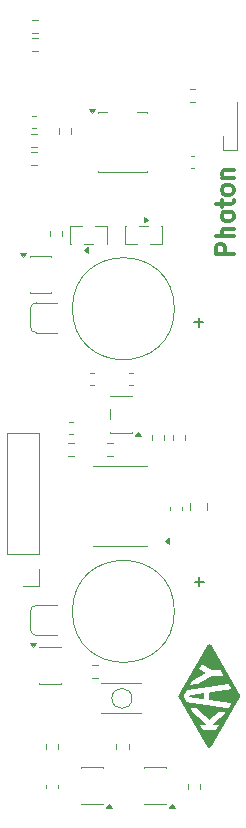
<source format=gbr>
%TF.GenerationSoftware,KiCad,Pcbnew,9.0.7*%
%TF.CreationDate,2026-02-15T22:37:45-05:00*%
%TF.ProjectId,Photon,50686f74-6f6e-42e6-9b69-6361645f7063,1.4*%
%TF.SameCoordinates,Original*%
%TF.FileFunction,Legend,Top*%
%TF.FilePolarity,Positive*%
%FSLAX46Y46*%
G04 Gerber Fmt 4.6, Leading zero omitted, Abs format (unit mm)*
G04 Created by KiCad (PCBNEW 9.0.7) date 2026-02-15 22:37:45*
%MOMM*%
%LPD*%
G01*
G04 APERTURE LIST*
%ADD10C,0.300000*%
%ADD11C,0.150000*%
%ADD12C,0.120000*%
%ADD13C,0.000000*%
G04 APERTURE END LIST*
D10*
X58839828Y-45613489D02*
X57339828Y-45613489D01*
X57339828Y-45613489D02*
X57339828Y-45042060D01*
X57339828Y-45042060D02*
X57411257Y-44899203D01*
X57411257Y-44899203D02*
X57482685Y-44827774D01*
X57482685Y-44827774D02*
X57625542Y-44756346D01*
X57625542Y-44756346D02*
X57839828Y-44756346D01*
X57839828Y-44756346D02*
X57982685Y-44827774D01*
X57982685Y-44827774D02*
X58054114Y-44899203D01*
X58054114Y-44899203D02*
X58125542Y-45042060D01*
X58125542Y-45042060D02*
X58125542Y-45613489D01*
X58839828Y-44113489D02*
X57339828Y-44113489D01*
X58839828Y-43470632D02*
X58054114Y-43470632D01*
X58054114Y-43470632D02*
X57911257Y-43542060D01*
X57911257Y-43542060D02*
X57839828Y-43684917D01*
X57839828Y-43684917D02*
X57839828Y-43899203D01*
X57839828Y-43899203D02*
X57911257Y-44042060D01*
X57911257Y-44042060D02*
X57982685Y-44113489D01*
X58839828Y-42542060D02*
X58768400Y-42684917D01*
X58768400Y-42684917D02*
X58696971Y-42756346D01*
X58696971Y-42756346D02*
X58554114Y-42827774D01*
X58554114Y-42827774D02*
X58125542Y-42827774D01*
X58125542Y-42827774D02*
X57982685Y-42756346D01*
X57982685Y-42756346D02*
X57911257Y-42684917D01*
X57911257Y-42684917D02*
X57839828Y-42542060D01*
X57839828Y-42542060D02*
X57839828Y-42327774D01*
X57839828Y-42327774D02*
X57911257Y-42184917D01*
X57911257Y-42184917D02*
X57982685Y-42113489D01*
X57982685Y-42113489D02*
X58125542Y-42042060D01*
X58125542Y-42042060D02*
X58554114Y-42042060D01*
X58554114Y-42042060D02*
X58696971Y-42113489D01*
X58696971Y-42113489D02*
X58768400Y-42184917D01*
X58768400Y-42184917D02*
X58839828Y-42327774D01*
X58839828Y-42327774D02*
X58839828Y-42542060D01*
X57839828Y-41613488D02*
X57839828Y-41042060D01*
X57339828Y-41399203D02*
X58625542Y-41399203D01*
X58625542Y-41399203D02*
X58768400Y-41327774D01*
X58768400Y-41327774D02*
X58839828Y-41184917D01*
X58839828Y-41184917D02*
X58839828Y-41042060D01*
X58839828Y-40327774D02*
X58768400Y-40470631D01*
X58768400Y-40470631D02*
X58696971Y-40542060D01*
X58696971Y-40542060D02*
X58554114Y-40613488D01*
X58554114Y-40613488D02*
X58125542Y-40613488D01*
X58125542Y-40613488D02*
X57982685Y-40542060D01*
X57982685Y-40542060D02*
X57911257Y-40470631D01*
X57911257Y-40470631D02*
X57839828Y-40327774D01*
X57839828Y-40327774D02*
X57839828Y-40113488D01*
X57839828Y-40113488D02*
X57911257Y-39970631D01*
X57911257Y-39970631D02*
X57982685Y-39899203D01*
X57982685Y-39899203D02*
X58125542Y-39827774D01*
X58125542Y-39827774D02*
X58554114Y-39827774D01*
X58554114Y-39827774D02*
X58696971Y-39899203D01*
X58696971Y-39899203D02*
X58768400Y-39970631D01*
X58768400Y-39970631D02*
X58839828Y-40113488D01*
X58839828Y-40113488D02*
X58839828Y-40327774D01*
X57839828Y-39184917D02*
X58839828Y-39184917D01*
X57982685Y-39184917D02*
X57911257Y-39113488D01*
X57911257Y-39113488D02*
X57839828Y-38970631D01*
X57839828Y-38970631D02*
X57839828Y-38756345D01*
X57839828Y-38756345D02*
X57911257Y-38613488D01*
X57911257Y-38613488D02*
X58054114Y-38542060D01*
X58054114Y-38542060D02*
X58839828Y-38542060D01*
D11*
X56289220Y-51405133D02*
X55527316Y-51405133D01*
X55908268Y-51024180D02*
X55908268Y-51786085D01*
X55941066Y-73771220D02*
X55941066Y-73009316D01*
X56322019Y-73390268D02*
X55560114Y-73390268D01*
D12*
%TO.C,C4*%
X47000580Y-55691000D02*
X46719420Y-55691000D01*
X47000580Y-56711000D02*
X46719420Y-56711000D01*
%TO.C,J2*%
X39625000Y-71060000D02*
X39625000Y-60790000D01*
X42385000Y-60790000D02*
X39625000Y-60790000D01*
X42385000Y-71060000D02*
X39625000Y-71060000D01*
X42385000Y-71060000D02*
X42385000Y-60790000D01*
X42385000Y-72330000D02*
X42385000Y-73710000D01*
X42385000Y-73710000D02*
X41005000Y-73710000D01*
%TO.C,U5*%
X51271000Y-89096000D02*
X53091000Y-89096000D01*
X51271000Y-89146000D02*
X51271000Y-89096000D01*
X51271000Y-92216000D02*
X51271000Y-92166000D01*
X53091000Y-89096000D02*
X53091000Y-89146000D01*
X53091000Y-92166000D02*
X53091000Y-92216000D01*
X53091000Y-92216000D02*
X51271000Y-92216000D01*
X53871000Y-92496000D02*
X53391000Y-92496000D01*
X53631000Y-92166000D01*
X53871000Y-92496000D01*
G36*
X53871000Y-92496000D02*
G01*
X53391000Y-92496000D01*
X53631000Y-92166000D01*
X53871000Y-92496000D01*
G37*
%TO.C,C6*%
X45222580Y-59882000D02*
X44941420Y-59882000D01*
X45222580Y-60902000D02*
X44941420Y-60902000D01*
%TO.C,U4*%
X45937000Y-89096000D02*
X47757000Y-89096000D01*
X45937000Y-89146000D02*
X45937000Y-89096000D01*
X45937000Y-92216000D02*
X45937000Y-92166000D01*
X47757000Y-89096000D02*
X47757000Y-89146000D01*
X47757000Y-92166000D02*
X47757000Y-92216000D01*
X47757000Y-92216000D02*
X45937000Y-92216000D01*
X48537000Y-92496000D02*
X48057000Y-92496000D01*
X48297000Y-92166000D01*
X48537000Y-92496000D01*
G36*
X48537000Y-92496000D02*
G01*
X48057000Y-92496000D01*
X48297000Y-92166000D01*
X48537000Y-92496000D01*
G37*
%TO.C,R10*%
X48146742Y-61647500D02*
X48621258Y-61647500D01*
X48146742Y-62692500D02*
X48621258Y-62692500D01*
D13*
%TO.C,G\u002A\u002A\u002A*%
G36*
X54218800Y-82930050D02*
G01*
X54217550Y-82931300D01*
X54216300Y-82930050D01*
X54217550Y-82928800D01*
X54218800Y-82930050D01*
G37*
G36*
X54226300Y-83207550D02*
G01*
X54225050Y-83208800D01*
X54223800Y-83207550D01*
X54225050Y-83206300D01*
X54226300Y-83207550D01*
G37*
G36*
X54228800Y-82912550D02*
G01*
X54227550Y-82913800D01*
X54226300Y-82912550D01*
X54227550Y-82911300D01*
X54228800Y-82912550D01*
G37*
G36*
X54256300Y-82865050D02*
G01*
X54255050Y-82866300D01*
X54253800Y-82865050D01*
X54255050Y-82863800D01*
X54256300Y-82865050D01*
G37*
G36*
X54263800Y-83272550D02*
G01*
X54262550Y-83273800D01*
X54261300Y-83272550D01*
X54262550Y-83271300D01*
X54263800Y-83272550D01*
G37*
G36*
X54266300Y-82847550D02*
G01*
X54265050Y-82848800D01*
X54263800Y-82847550D01*
X54265050Y-82846300D01*
X54266300Y-82847550D01*
G37*
G36*
X54293800Y-82800050D02*
G01*
X54292550Y-82801300D01*
X54291300Y-82800050D01*
X54292550Y-82798800D01*
X54293800Y-82800050D01*
G37*
G36*
X54298800Y-83332550D02*
G01*
X54297550Y-83333800D01*
X54296300Y-83332550D01*
X54297550Y-83331300D01*
X54298800Y-83332550D01*
G37*
G36*
X54303800Y-82782550D02*
G01*
X54302550Y-82783800D01*
X54301300Y-82782550D01*
X54302550Y-82781300D01*
X54303800Y-82782550D01*
G37*
G36*
X54331300Y-82735050D02*
G01*
X54330050Y-82736300D01*
X54328800Y-82735050D01*
X54330050Y-82733800D01*
X54331300Y-82735050D01*
G37*
G36*
X54341300Y-82717550D02*
G01*
X54340050Y-82718800D01*
X54338800Y-82717550D01*
X54340050Y-82716300D01*
X54341300Y-82717550D01*
G37*
G36*
X54358800Y-82687550D02*
G01*
X54357550Y-82688800D01*
X54356300Y-82687550D01*
X54357550Y-82686300D01*
X54358800Y-82687550D01*
G37*
G36*
X54366300Y-83450050D02*
G01*
X54365050Y-83451300D01*
X54363800Y-83450050D01*
X54365050Y-83448800D01*
X54366300Y-83450050D01*
G37*
G36*
X54368800Y-82670050D02*
G01*
X54367550Y-82671300D01*
X54366300Y-82670050D01*
X54367550Y-82668800D01*
X54368800Y-82670050D01*
G37*
G36*
X54396300Y-82622550D02*
G01*
X54395050Y-82623800D01*
X54393800Y-82622550D01*
X54395050Y-82621300D01*
X54396300Y-82622550D01*
G37*
G36*
X54403800Y-83515050D02*
G01*
X54402550Y-83516300D01*
X54401300Y-83515050D01*
X54402550Y-83513800D01*
X54403800Y-83515050D01*
G37*
G36*
X54406300Y-82605050D02*
G01*
X54405050Y-82606300D01*
X54403800Y-82605050D01*
X54405050Y-82603800D01*
X54406300Y-82605050D01*
G37*
G36*
X54433800Y-82557550D02*
G01*
X54432550Y-82558800D01*
X54431300Y-82557550D01*
X54432550Y-82556300D01*
X54433800Y-82557550D01*
G37*
G36*
X54443800Y-82540050D02*
G01*
X54442550Y-82541300D01*
X54441300Y-82540050D01*
X54442550Y-82538800D01*
X54443800Y-82540050D01*
G37*
G36*
X54468800Y-83627550D02*
G01*
X54467550Y-83628800D01*
X54466300Y-83627550D01*
X54467550Y-83626300D01*
X54468800Y-83627550D01*
G37*
G36*
X54471300Y-82492550D02*
G01*
X54470050Y-82493800D01*
X54468800Y-82492550D01*
X54470050Y-82491300D01*
X54471300Y-82492550D01*
G37*
G36*
X54481300Y-82475050D02*
G01*
X54480050Y-82476300D01*
X54478800Y-82475050D01*
X54480050Y-82473800D01*
X54481300Y-82475050D01*
G37*
G36*
X54498800Y-82445050D02*
G01*
X54497550Y-82446300D01*
X54496300Y-82445050D01*
X54497550Y-82443800D01*
X54498800Y-82445050D01*
G37*
G36*
X54506300Y-83692550D02*
G01*
X54505050Y-83693800D01*
X54503800Y-83692550D01*
X54505050Y-83691300D01*
X54506300Y-83692550D01*
G37*
G36*
X54508800Y-82427550D02*
G01*
X54507550Y-82428800D01*
X54506300Y-82427550D01*
X54507550Y-82426300D01*
X54508800Y-82427550D01*
G37*
G36*
X54536300Y-82380050D02*
G01*
X54535050Y-82381300D01*
X54533800Y-82380050D01*
X54535050Y-82378800D01*
X54536300Y-82380050D01*
G37*
G36*
X54541300Y-83752550D02*
G01*
X54540050Y-83753800D01*
X54538800Y-83752550D01*
X54540050Y-83751300D01*
X54541300Y-83752550D01*
G37*
G36*
X54546300Y-82362550D02*
G01*
X54545050Y-82363800D01*
X54543800Y-82362550D01*
X54545050Y-82361300D01*
X54546300Y-82362550D01*
G37*
G36*
X54573800Y-82315050D02*
G01*
X54572550Y-82316300D01*
X54571300Y-82315050D01*
X54572550Y-82313800D01*
X54573800Y-82315050D01*
G37*
G36*
X54583800Y-82297550D02*
G01*
X54582550Y-82298800D01*
X54581300Y-82297550D01*
X54582550Y-82296300D01*
X54583800Y-82297550D01*
G37*
G36*
X54601300Y-82267550D02*
G01*
X54600050Y-82268800D01*
X54598800Y-82267550D01*
X54600050Y-82266300D01*
X54601300Y-82267550D01*
G37*
G36*
X54608800Y-83870050D02*
G01*
X54607550Y-83871300D01*
X54606300Y-83870050D01*
X54607550Y-83868800D01*
X54608800Y-83870050D01*
G37*
G36*
X54611300Y-82250050D02*
G01*
X54610050Y-82251300D01*
X54608800Y-82250050D01*
X54610050Y-82248800D01*
X54611300Y-82250050D01*
G37*
G36*
X54638800Y-82202550D02*
G01*
X54637550Y-82203800D01*
X54636300Y-82202550D01*
X54637550Y-82201300D01*
X54638800Y-82202550D01*
G37*
G36*
X54646300Y-83935050D02*
G01*
X54645050Y-83936300D01*
X54643800Y-83935050D01*
X54645050Y-83933800D01*
X54646300Y-83935050D01*
G37*
G36*
X54648800Y-82185050D02*
G01*
X54647550Y-82186300D01*
X54646300Y-82185050D01*
X54647550Y-82183800D01*
X54648800Y-82185050D01*
G37*
G36*
X54656300Y-82962550D02*
G01*
X54655050Y-82963800D01*
X54653800Y-82962550D01*
X54655050Y-82961300D01*
X54656300Y-82962550D01*
G37*
G36*
X54666300Y-83180050D02*
G01*
X54665050Y-83181300D01*
X54663800Y-83180050D01*
X54665050Y-83178800D01*
X54666300Y-83180050D01*
G37*
G36*
X54668800Y-82940050D02*
G01*
X54667550Y-82941300D01*
X54666300Y-82940050D01*
X54667550Y-82938800D01*
X54668800Y-82940050D01*
G37*
G36*
X54673800Y-83192550D02*
G01*
X54672550Y-83193800D01*
X54671300Y-83192550D01*
X54672550Y-83191300D01*
X54673800Y-83192550D01*
G37*
G36*
X54676300Y-82137550D02*
G01*
X54675050Y-82138800D01*
X54673800Y-82137550D01*
X54675050Y-82136300D01*
X54676300Y-82137550D01*
G37*
G36*
X54676300Y-82927550D02*
G01*
X54675050Y-82928800D01*
X54673800Y-82927550D01*
X54675050Y-82926300D01*
X54676300Y-82927550D01*
G37*
G36*
X54681300Y-83995050D02*
G01*
X54680050Y-83996300D01*
X54678800Y-83995050D01*
X54680050Y-83993800D01*
X54681300Y-83995050D01*
G37*
G36*
X54683800Y-83210050D02*
G01*
X54682550Y-83211300D01*
X54681300Y-83210050D01*
X54682550Y-83208800D01*
X54683800Y-83210050D01*
G37*
G36*
X54686300Y-82120050D02*
G01*
X54685050Y-82121300D01*
X54683800Y-82120050D01*
X54685050Y-82118800D01*
X54686300Y-82120050D01*
G37*
G36*
X54696300Y-82892550D02*
G01*
X54695050Y-82893800D01*
X54693800Y-82892550D01*
X54695050Y-82891300D01*
X54696300Y-82892550D01*
G37*
G36*
X54703800Y-83245050D02*
G01*
X54702550Y-83246300D01*
X54701300Y-83245050D01*
X54702550Y-83243800D01*
X54703800Y-83245050D01*
G37*
G36*
X54706300Y-82875050D02*
G01*
X54705050Y-82876300D01*
X54703800Y-82875050D01*
X54705050Y-82873800D01*
X54706300Y-82875050D01*
G37*
G36*
X54711300Y-83257550D02*
G01*
X54710050Y-83258800D01*
X54708800Y-83257550D01*
X54710050Y-83256300D01*
X54711300Y-83257550D01*
G37*
G36*
X54713800Y-82072550D02*
G01*
X54712550Y-82073800D01*
X54711300Y-82072550D01*
X54712550Y-82071300D01*
X54713800Y-82072550D01*
G37*
G36*
X54713800Y-82862550D02*
G01*
X54712550Y-82863800D01*
X54711300Y-82862550D01*
X54712550Y-82861300D01*
X54713800Y-82862550D01*
G37*
G36*
X54721300Y-83275050D02*
G01*
X54720050Y-83276300D01*
X54718800Y-83275050D01*
X54720050Y-83273800D01*
X54721300Y-83275050D01*
G37*
G36*
X54723800Y-82055050D02*
G01*
X54722550Y-82056300D01*
X54721300Y-82055050D01*
X54722550Y-82053800D01*
X54723800Y-82055050D01*
G37*
G36*
X54723800Y-82845050D02*
G01*
X54722550Y-82846300D01*
X54721300Y-82845050D01*
X54722550Y-82843800D01*
X54723800Y-82845050D01*
G37*
G36*
X54731300Y-83292550D02*
G01*
X54730050Y-83293800D01*
X54728800Y-83292550D01*
X54730050Y-83291300D01*
X54731300Y-83292550D01*
G37*
G36*
X54733800Y-82827550D02*
G01*
X54732550Y-82828800D01*
X54731300Y-82827550D01*
X54732550Y-82826300D01*
X54733800Y-82827550D01*
G37*
G36*
X54741300Y-82025050D02*
G01*
X54740050Y-82026300D01*
X54738800Y-82025050D01*
X54740050Y-82023800D01*
X54741300Y-82025050D01*
G37*
G36*
X54741300Y-83310050D02*
G01*
X54740050Y-83311300D01*
X54738800Y-83310050D01*
X54740050Y-83308800D01*
X54741300Y-83310050D01*
G37*
G36*
X54743800Y-82810050D02*
G01*
X54742550Y-82811300D01*
X54741300Y-82810050D01*
X54742550Y-82808800D01*
X54743800Y-82810050D01*
G37*
G36*
X54748800Y-83322550D02*
G01*
X54747550Y-83323800D01*
X54746300Y-83322550D01*
X54747550Y-83321300D01*
X54748800Y-83322550D01*
G37*
G36*
X54748800Y-84112550D02*
G01*
X54747550Y-84113800D01*
X54746300Y-84112550D01*
X54747550Y-84111300D01*
X54748800Y-84112550D01*
G37*
G36*
X54751300Y-82007550D02*
G01*
X54750050Y-82008800D01*
X54748800Y-82007550D01*
X54750050Y-82006300D01*
X54751300Y-82007550D01*
G37*
G36*
X54751300Y-82797550D02*
G01*
X54750050Y-82798800D01*
X54748800Y-82797550D01*
X54750050Y-82796300D01*
X54751300Y-82797550D01*
G37*
G36*
X54758800Y-83340050D02*
G01*
X54757550Y-83341300D01*
X54756300Y-83340050D01*
X54757550Y-83338800D01*
X54758800Y-83340050D01*
G37*
G36*
X54761300Y-82780050D02*
G01*
X54760050Y-82781300D01*
X54758800Y-82780050D01*
X54760050Y-82778800D01*
X54761300Y-82780050D01*
G37*
G36*
X54768800Y-83357550D02*
G01*
X54767550Y-83358800D01*
X54766300Y-83357550D01*
X54767550Y-83356300D01*
X54768800Y-83357550D01*
G37*
G36*
X54771300Y-82762550D02*
G01*
X54770050Y-82763800D01*
X54768800Y-82762550D01*
X54770050Y-82761300D01*
X54771300Y-82762550D01*
G37*
G36*
X54776300Y-83370050D02*
G01*
X54775050Y-83371300D01*
X54773800Y-83370050D01*
X54775050Y-83368800D01*
X54776300Y-83370050D01*
G37*
G36*
X54778800Y-81960050D02*
G01*
X54777550Y-81961300D01*
X54776300Y-81960050D01*
X54777550Y-81958800D01*
X54778800Y-81960050D01*
G37*
G36*
X54781300Y-82745050D02*
G01*
X54780050Y-82746300D01*
X54778800Y-82745050D01*
X54780050Y-82743800D01*
X54781300Y-82745050D01*
G37*
G36*
X54786300Y-83387550D02*
G01*
X54785050Y-83388800D01*
X54783800Y-83387550D01*
X54785050Y-83386300D01*
X54786300Y-83387550D01*
G37*
G36*
X54786300Y-84177550D02*
G01*
X54785050Y-84178800D01*
X54783800Y-84177550D01*
X54785050Y-84176300D01*
X54786300Y-84177550D01*
G37*
G36*
X54788800Y-81942550D02*
G01*
X54787550Y-81943800D01*
X54786300Y-81942550D01*
X54787550Y-81941300D01*
X54788800Y-81942550D01*
G37*
G36*
X54788800Y-82732550D02*
G01*
X54787550Y-82733800D01*
X54786300Y-82732550D01*
X54787550Y-82731300D01*
X54788800Y-82732550D01*
G37*
G36*
X54798800Y-82715050D02*
G01*
X54797550Y-82716300D01*
X54796300Y-82715050D01*
X54797550Y-82713800D01*
X54798800Y-82715050D01*
G37*
G36*
X54806300Y-83422550D02*
G01*
X54805050Y-83423800D01*
X54803800Y-83422550D01*
X54805050Y-83421300D01*
X54806300Y-83422550D01*
G37*
G36*
X54808800Y-82697550D02*
G01*
X54807550Y-82698800D01*
X54806300Y-82697550D01*
X54807550Y-82696300D01*
X54808800Y-82697550D01*
G37*
G36*
X54813800Y-83435050D02*
G01*
X54812550Y-83436300D01*
X54811300Y-83435050D01*
X54812550Y-83433800D01*
X54813800Y-83435050D01*
G37*
G36*
X54816300Y-81895050D02*
G01*
X54815050Y-81896300D01*
X54813800Y-81895050D01*
X54815050Y-81893800D01*
X54816300Y-81895050D01*
G37*
G36*
X54816300Y-82685050D02*
G01*
X54815050Y-82686300D01*
X54813800Y-82685050D01*
X54815050Y-82683800D01*
X54816300Y-82685050D01*
G37*
G36*
X54821300Y-84237550D02*
G01*
X54820050Y-84238800D01*
X54818800Y-84237550D01*
X54820050Y-84236300D01*
X54821300Y-84237550D01*
G37*
G36*
X54823800Y-83452550D02*
G01*
X54822550Y-83453800D01*
X54821300Y-83452550D01*
X54822550Y-83451300D01*
X54823800Y-83452550D01*
G37*
G36*
X54826300Y-81877550D02*
G01*
X54825050Y-81878800D01*
X54823800Y-81877550D01*
X54825050Y-81876300D01*
X54826300Y-81877550D01*
G37*
G36*
X54833800Y-83470050D02*
G01*
X54832550Y-83471300D01*
X54831300Y-83470050D01*
X54832550Y-83468800D01*
X54833800Y-83470050D01*
G37*
G36*
X54836300Y-82650050D02*
G01*
X54835050Y-82651300D01*
X54833800Y-82650050D01*
X54835050Y-82648800D01*
X54836300Y-82650050D01*
G37*
G36*
X54843800Y-83487550D02*
G01*
X54842550Y-83488800D01*
X54841300Y-83487550D01*
X54842550Y-83486300D01*
X54843800Y-83487550D01*
G37*
G36*
X54846300Y-82632550D02*
G01*
X54845050Y-82633800D01*
X54843800Y-82632550D01*
X54845050Y-82631300D01*
X54846300Y-82632550D01*
G37*
G36*
X54851300Y-83500050D02*
G01*
X54850050Y-83501300D01*
X54848800Y-83500050D01*
X54850050Y-83498800D01*
X54851300Y-83500050D01*
G37*
G36*
X54853800Y-81830050D02*
G01*
X54852550Y-81831300D01*
X54851300Y-81830050D01*
X54852550Y-81828800D01*
X54853800Y-81830050D01*
G37*
G36*
X54853800Y-82620050D02*
G01*
X54852550Y-82621300D01*
X54851300Y-82620050D01*
X54852550Y-82618800D01*
X54853800Y-82620050D01*
G37*
G36*
X54861300Y-83517550D02*
G01*
X54860050Y-83518800D01*
X54858800Y-83517550D01*
X54860050Y-83516300D01*
X54861300Y-83517550D01*
G37*
G36*
X54863800Y-81812550D02*
G01*
X54862550Y-81813800D01*
X54861300Y-81812550D01*
X54862550Y-81811300D01*
X54863800Y-81812550D01*
G37*
G36*
X54863800Y-82602550D02*
G01*
X54862550Y-82603800D01*
X54861300Y-82602550D01*
X54862550Y-82601300D01*
X54863800Y-82602550D01*
G37*
G36*
X54871300Y-83535050D02*
G01*
X54870050Y-83536300D01*
X54868800Y-83535050D01*
X54870050Y-83533800D01*
X54871300Y-83535050D01*
G37*
G36*
X54873800Y-82585050D02*
G01*
X54872550Y-82586300D01*
X54871300Y-82585050D01*
X54872550Y-82583800D01*
X54873800Y-82585050D01*
G37*
G36*
X54878800Y-83547550D02*
G01*
X54877550Y-83548800D01*
X54876300Y-83547550D01*
X54877550Y-83546300D01*
X54878800Y-83547550D01*
G37*
G36*
X54881300Y-81782550D02*
G01*
X54880050Y-81783800D01*
X54878800Y-81782550D01*
X54880050Y-81781300D01*
X54881300Y-81782550D01*
G37*
G36*
X54886300Y-83560050D02*
G01*
X54885050Y-83561300D01*
X54883800Y-83560050D01*
X54885050Y-83558800D01*
X54886300Y-83560050D01*
G37*
G36*
X54888800Y-84355050D02*
G01*
X54887550Y-84356300D01*
X54886300Y-84355050D01*
X54887550Y-84353800D01*
X54888800Y-84355050D01*
G37*
G36*
X54891300Y-81765050D02*
G01*
X54890050Y-81766300D01*
X54888800Y-81765050D01*
X54890050Y-81763800D01*
X54891300Y-81765050D01*
G37*
G36*
X54896300Y-82555050D02*
G01*
X54895050Y-82556300D01*
X54893800Y-82555050D01*
X54895050Y-82553800D01*
X54896300Y-82555050D01*
G37*
G36*
X54901300Y-83572550D02*
G01*
X54900050Y-83573800D01*
X54898800Y-83572550D01*
X54900050Y-83571300D01*
X54901300Y-83572550D01*
G37*
G36*
X54918800Y-81717550D02*
G01*
X54917550Y-81718800D01*
X54916300Y-81717550D01*
X54917550Y-81716300D01*
X54918800Y-81717550D01*
G37*
G36*
X54926300Y-84420050D02*
G01*
X54925050Y-84421300D01*
X54923800Y-84420050D01*
X54925050Y-84418800D01*
X54926300Y-84420050D01*
G37*
G36*
X54928800Y-81700050D02*
G01*
X54927550Y-81701300D01*
X54926300Y-81700050D01*
X54927550Y-81698800D01*
X54928800Y-81700050D01*
G37*
G36*
X54956300Y-81652550D02*
G01*
X54955050Y-81653800D01*
X54953800Y-81652550D01*
X54955050Y-81651300D01*
X54956300Y-81652550D01*
G37*
G36*
X54966300Y-81635050D02*
G01*
X54965050Y-81636300D01*
X54963800Y-81635050D01*
X54965050Y-81633800D01*
X54966300Y-81635050D01*
G37*
G36*
X54983800Y-81605050D02*
G01*
X54982550Y-81606300D01*
X54981300Y-81605050D01*
X54982550Y-81603800D01*
X54983800Y-81605050D01*
G37*
G36*
X54991300Y-84532550D02*
G01*
X54990050Y-84533800D01*
X54988800Y-84532550D01*
X54990050Y-84531300D01*
X54991300Y-84532550D01*
G37*
G36*
X54993800Y-81587550D02*
G01*
X54992550Y-81588800D01*
X54991300Y-81587550D01*
X54992550Y-81586300D01*
X54993800Y-81587550D01*
G37*
G36*
X55021300Y-81540050D02*
G01*
X55020050Y-81541300D01*
X55018800Y-81540050D01*
X55020050Y-81538800D01*
X55021300Y-81540050D01*
G37*
G36*
X55028800Y-84597550D02*
G01*
X55027550Y-84598800D01*
X55026300Y-84597550D01*
X55027550Y-84596300D01*
X55028800Y-84597550D01*
G37*
G36*
X55031300Y-81522550D02*
G01*
X55030050Y-81523800D01*
X55028800Y-81522550D01*
X55030050Y-81521300D01*
X55031300Y-81522550D01*
G37*
G36*
X55058800Y-81475050D02*
G01*
X55057550Y-81476300D01*
X55056300Y-81475050D01*
X55057550Y-81473800D01*
X55058800Y-81475050D01*
G37*
G36*
X55063800Y-84657550D02*
G01*
X55062550Y-84658800D01*
X55061300Y-84657550D01*
X55062550Y-84656300D01*
X55063800Y-84657550D01*
G37*
G36*
X55068800Y-81457550D02*
G01*
X55067550Y-81458800D01*
X55066300Y-81457550D01*
X55067550Y-81456300D01*
X55068800Y-81457550D01*
G37*
G36*
X55096300Y-81410050D02*
G01*
X55095050Y-81411300D01*
X55093800Y-81410050D01*
X55095050Y-81408800D01*
X55096300Y-81410050D01*
G37*
G36*
X55106300Y-81392550D02*
G01*
X55105050Y-81393800D01*
X55103800Y-81392550D01*
X55105050Y-81391300D01*
X55106300Y-81392550D01*
G37*
G36*
X55121300Y-83017550D02*
G01*
X55120050Y-83018800D01*
X55118800Y-83017550D01*
X55120050Y-83016300D01*
X55121300Y-83017550D01*
G37*
G36*
X55123800Y-81362550D02*
G01*
X55122550Y-81363800D01*
X55121300Y-81362550D01*
X55122550Y-81361300D01*
X55123800Y-81362550D01*
G37*
G36*
X55131300Y-84775050D02*
G01*
X55130050Y-84776300D01*
X55128800Y-84775050D01*
X55130050Y-84773800D01*
X55131300Y-84775050D01*
G37*
G36*
X55133800Y-81345050D02*
G01*
X55132550Y-81346300D01*
X55131300Y-81345050D01*
X55132550Y-81343800D01*
X55133800Y-81345050D01*
G37*
G36*
X55138800Y-83005050D02*
G01*
X55137550Y-83006300D01*
X55136300Y-83005050D01*
X55137550Y-83003800D01*
X55138800Y-83005050D01*
G37*
G36*
X55161300Y-81297550D02*
G01*
X55160050Y-81298800D01*
X55158800Y-81297550D01*
X55160050Y-81296300D01*
X55161300Y-81297550D01*
G37*
G36*
X55163800Y-83137550D02*
G01*
X55162550Y-83138800D01*
X55161300Y-83137550D01*
X55162550Y-83136300D01*
X55163800Y-83137550D01*
G37*
G36*
X55168800Y-84840050D02*
G01*
X55167550Y-84841300D01*
X55166300Y-84840050D01*
X55167550Y-84838800D01*
X55168800Y-84840050D01*
G37*
G36*
X55171300Y-81280050D02*
G01*
X55170050Y-81281300D01*
X55168800Y-81280050D01*
X55170050Y-81278800D01*
X55171300Y-81280050D01*
G37*
G36*
X55173800Y-83145050D02*
G01*
X55172550Y-83146300D01*
X55171300Y-83145050D01*
X55172550Y-83143800D01*
X55173800Y-83145050D01*
G37*
G36*
X55191300Y-82035050D02*
G01*
X55190050Y-82036300D01*
X55188800Y-82035050D01*
X55190050Y-82033800D01*
X55191300Y-82035050D01*
G37*
G36*
X55193800Y-84040050D02*
G01*
X55192550Y-84041300D01*
X55191300Y-84040050D01*
X55192550Y-84038800D01*
X55193800Y-84040050D01*
G37*
G36*
X55196300Y-84097550D02*
G01*
X55195050Y-84098800D01*
X55193800Y-84097550D01*
X55195050Y-84096300D01*
X55196300Y-84097550D01*
G37*
G36*
X55198800Y-81232550D02*
G01*
X55197550Y-81233800D01*
X55196300Y-81232550D01*
X55197550Y-81231300D01*
X55198800Y-81232550D01*
G37*
G36*
X55198800Y-82022550D02*
G01*
X55197550Y-82023800D01*
X55196300Y-82022550D01*
X55197550Y-82021300D01*
X55198800Y-82022550D01*
G37*
G36*
X55203800Y-84030050D02*
G01*
X55202550Y-84031300D01*
X55201300Y-84030050D01*
X55202550Y-84028800D01*
X55203800Y-84030050D01*
G37*
G36*
X55203800Y-84900050D02*
G01*
X55202550Y-84901300D01*
X55201300Y-84900050D01*
X55202550Y-84898800D01*
X55203800Y-84900050D01*
G37*
G36*
X55206300Y-84115050D02*
G01*
X55205050Y-84116300D01*
X55203800Y-84115050D01*
X55205050Y-84113800D01*
X55206300Y-84115050D01*
G37*
G36*
X55208800Y-81215050D02*
G01*
X55207550Y-81216300D01*
X55206300Y-81215050D01*
X55207550Y-81213800D01*
X55208800Y-81215050D01*
G37*
G36*
X55208800Y-84027550D02*
G01*
X55207550Y-84028800D01*
X55206300Y-84027550D01*
X55207550Y-84026300D01*
X55208800Y-84027550D01*
G37*
G36*
X55218800Y-81987550D02*
G01*
X55217550Y-81988800D01*
X55216300Y-81987550D01*
X55217550Y-81986300D01*
X55218800Y-81987550D01*
G37*
G36*
X55226300Y-84150050D02*
G01*
X55225050Y-84151300D01*
X55223800Y-84150050D01*
X55225050Y-84148800D01*
X55226300Y-84150050D01*
G37*
G36*
X55228800Y-81970050D02*
G01*
X55227550Y-81971300D01*
X55226300Y-81970050D01*
X55227550Y-81968800D01*
X55228800Y-81970050D01*
G37*
G36*
X55233800Y-84162550D02*
G01*
X55232550Y-84163800D01*
X55231300Y-84162550D01*
X55232550Y-84161300D01*
X55233800Y-84162550D01*
G37*
G36*
X55236300Y-81167550D02*
G01*
X55235050Y-81168800D01*
X55233800Y-81167550D01*
X55235050Y-81166300D01*
X55236300Y-81167550D01*
G37*
G36*
X55236300Y-81957550D02*
G01*
X55235050Y-81958800D01*
X55233800Y-81957550D01*
X55235050Y-81956300D01*
X55236300Y-81957550D01*
G37*
G36*
X55243800Y-84180050D02*
G01*
X55242550Y-84181300D01*
X55241300Y-84180050D01*
X55242550Y-84178800D01*
X55243800Y-84180050D01*
G37*
G36*
X55246300Y-81150050D02*
G01*
X55245050Y-81151300D01*
X55243800Y-81150050D01*
X55245050Y-81148800D01*
X55246300Y-81150050D01*
G37*
G36*
X55246300Y-81940050D02*
G01*
X55245050Y-81941300D01*
X55243800Y-81940050D01*
X55245050Y-81938800D01*
X55246300Y-81940050D01*
G37*
G36*
X55253800Y-84197550D02*
G01*
X55252550Y-84198800D01*
X55251300Y-84197550D01*
X55252550Y-84196300D01*
X55253800Y-84197550D01*
G37*
G36*
X55256300Y-81922550D02*
G01*
X55255050Y-81923800D01*
X55253800Y-81922550D01*
X55255050Y-81921300D01*
X55256300Y-81922550D01*
G37*
G36*
X55263800Y-81120050D02*
G01*
X55262550Y-81121300D01*
X55261300Y-81120050D01*
X55262550Y-81118800D01*
X55263800Y-81120050D01*
G37*
G36*
X55263800Y-84215050D02*
G01*
X55262550Y-84216300D01*
X55261300Y-84215050D01*
X55262550Y-84213800D01*
X55263800Y-84215050D01*
G37*
G36*
X55266300Y-81905050D02*
G01*
X55265050Y-81906300D01*
X55263800Y-81905050D01*
X55265050Y-81903800D01*
X55266300Y-81905050D01*
G37*
G36*
X55271300Y-84227550D02*
G01*
X55270050Y-84228800D01*
X55268800Y-84227550D01*
X55270050Y-84226300D01*
X55271300Y-84227550D01*
G37*
G36*
X55271300Y-85017550D02*
G01*
X55270050Y-85018800D01*
X55268800Y-85017550D01*
X55270050Y-85016300D01*
X55271300Y-85017550D01*
G37*
G36*
X55273800Y-81102550D02*
G01*
X55272550Y-81103800D01*
X55271300Y-81102550D01*
X55272550Y-81101300D01*
X55273800Y-81102550D01*
G37*
G36*
X55273800Y-81892550D02*
G01*
X55272550Y-81893800D01*
X55271300Y-81892550D01*
X55272550Y-81891300D01*
X55273800Y-81892550D01*
G37*
G36*
X55281300Y-84245050D02*
G01*
X55280050Y-84246300D01*
X55278800Y-84245050D01*
X55280050Y-84243800D01*
X55281300Y-84245050D01*
G37*
G36*
X55283800Y-81875050D02*
G01*
X55282550Y-81876300D01*
X55281300Y-81875050D01*
X55282550Y-81873800D01*
X55283800Y-81875050D01*
G37*
G36*
X55291300Y-84262550D02*
G01*
X55290050Y-84263800D01*
X55288800Y-84262550D01*
X55290050Y-84261300D01*
X55291300Y-84262550D01*
G37*
G36*
X55293800Y-81857550D02*
G01*
X55292550Y-81858800D01*
X55291300Y-81857550D01*
X55292550Y-81856300D01*
X55293800Y-81857550D01*
G37*
G36*
X55298800Y-84275050D02*
G01*
X55297550Y-84276300D01*
X55296300Y-84275050D01*
X55297550Y-84273800D01*
X55298800Y-84275050D01*
G37*
G36*
X55301300Y-81055050D02*
G01*
X55300050Y-81056300D01*
X55298800Y-81055050D01*
X55300050Y-81053800D01*
X55301300Y-81055050D01*
G37*
G36*
X55303800Y-81840050D02*
G01*
X55302550Y-81841300D01*
X55301300Y-81840050D01*
X55302550Y-81838800D01*
X55303800Y-81840050D01*
G37*
G36*
X55308800Y-84292550D02*
G01*
X55307550Y-84293800D01*
X55306300Y-84292550D01*
X55307550Y-84291300D01*
X55308800Y-84292550D01*
G37*
G36*
X55308800Y-85082550D02*
G01*
X55307550Y-85083800D01*
X55306300Y-85082550D01*
X55307550Y-85081300D01*
X55308800Y-85082550D01*
G37*
G36*
X55311300Y-81037550D02*
G01*
X55310050Y-81038800D01*
X55308800Y-81037550D01*
X55310050Y-81036300D01*
X55311300Y-81037550D01*
G37*
G36*
X55311300Y-81827550D02*
G01*
X55310050Y-81828800D01*
X55308800Y-81827550D01*
X55310050Y-81826300D01*
X55311300Y-81827550D01*
G37*
G36*
X55321300Y-81810050D02*
G01*
X55320050Y-81811300D01*
X55318800Y-81810050D01*
X55320050Y-81808800D01*
X55321300Y-81810050D01*
G37*
G36*
X55328800Y-84327550D02*
G01*
X55327550Y-84328800D01*
X55326300Y-84327550D01*
X55327550Y-84326300D01*
X55328800Y-84327550D01*
G37*
G36*
X55331300Y-81792550D02*
G01*
X55330050Y-81793800D01*
X55328800Y-81792550D01*
X55330050Y-81791300D01*
X55331300Y-81792550D01*
G37*
G36*
X55336300Y-84340050D02*
G01*
X55335050Y-84341300D01*
X55333800Y-84340050D01*
X55335050Y-84338800D01*
X55336300Y-84340050D01*
G37*
G36*
X55338800Y-80990050D02*
G01*
X55337550Y-80991300D01*
X55336300Y-80990050D01*
X55337550Y-80988800D01*
X55338800Y-80990050D01*
G37*
G36*
X55346300Y-84357550D02*
G01*
X55345050Y-84358800D01*
X55343800Y-84357550D01*
X55345050Y-84356300D01*
X55346300Y-84357550D01*
G37*
G36*
X55348800Y-80972550D02*
G01*
X55347550Y-80973800D01*
X55346300Y-80972550D01*
X55347550Y-80971300D01*
X55348800Y-80972550D01*
G37*
G36*
X55356300Y-84375050D02*
G01*
X55355050Y-84376300D01*
X55353800Y-84375050D01*
X55355050Y-84373800D01*
X55356300Y-84375050D01*
G37*
G36*
X55358800Y-81765050D02*
G01*
X55357550Y-81766300D01*
X55356300Y-81765050D01*
X55357550Y-81763800D01*
X55358800Y-81765050D01*
G37*
G36*
X55366300Y-84392550D02*
G01*
X55365050Y-84393800D01*
X55363800Y-84392550D01*
X55365050Y-84391300D01*
X55366300Y-84392550D01*
G37*
G36*
X55373800Y-84405050D02*
G01*
X55372550Y-84406300D01*
X55371300Y-84405050D01*
X55372550Y-84403800D01*
X55373800Y-84405050D01*
G37*
G36*
X55376300Y-80925050D02*
G01*
X55375050Y-80926300D01*
X55373800Y-80925050D01*
X55375050Y-80923800D01*
X55376300Y-80925050D01*
G37*
G36*
X55376300Y-81755050D02*
G01*
X55375050Y-81756300D01*
X55373800Y-81755050D01*
X55375050Y-81753800D01*
X55376300Y-81755050D01*
G37*
G36*
X55386300Y-80907550D02*
G01*
X55385050Y-80908800D01*
X55383800Y-80907550D01*
X55385050Y-80906300D01*
X55386300Y-80907550D01*
G37*
G36*
X55388800Y-81747550D02*
G01*
X55387550Y-81748800D01*
X55386300Y-81747550D01*
X55387550Y-81746300D01*
X55388800Y-81747550D01*
G37*
G36*
X55403800Y-80877550D02*
G01*
X55402550Y-80878800D01*
X55401300Y-80877550D01*
X55402550Y-80876300D01*
X55403800Y-80877550D01*
G37*
G36*
X55406300Y-81737550D02*
G01*
X55405050Y-81738800D01*
X55403800Y-81737550D01*
X55405050Y-81736300D01*
X55406300Y-81737550D01*
G37*
G36*
X55411300Y-85260050D02*
G01*
X55410050Y-85261300D01*
X55408800Y-85260050D01*
X55410050Y-85258800D01*
X55411300Y-85260050D01*
G37*
G36*
X55413800Y-80860050D02*
G01*
X55412550Y-80861300D01*
X55411300Y-80860050D01*
X55412550Y-80858800D01*
X55413800Y-80860050D01*
G37*
G36*
X55423800Y-81727550D02*
G01*
X55422550Y-81728800D01*
X55421300Y-81727550D01*
X55422550Y-81726300D01*
X55423800Y-81727550D01*
G37*
G36*
X55436300Y-81720050D02*
G01*
X55435050Y-81721300D01*
X55433800Y-81720050D01*
X55435050Y-81718800D01*
X55436300Y-81720050D01*
G37*
G36*
X55441300Y-80812550D02*
G01*
X55440050Y-80813800D01*
X55438800Y-80812550D01*
X55440050Y-80811300D01*
X55441300Y-80812550D01*
G37*
G36*
X55448800Y-85325050D02*
G01*
X55447550Y-85326300D01*
X55446300Y-85325050D01*
X55447550Y-85323800D01*
X55448800Y-85325050D01*
G37*
G36*
X55451300Y-80795050D02*
G01*
X55450050Y-80796300D01*
X55448800Y-80795050D01*
X55450050Y-80793800D01*
X55451300Y-80795050D01*
G37*
G36*
X55453800Y-81710050D02*
G01*
X55452550Y-81711300D01*
X55451300Y-81710050D01*
X55452550Y-81708800D01*
X55453800Y-81710050D01*
G37*
G36*
X55478800Y-80747550D02*
G01*
X55477550Y-80748800D01*
X55476300Y-80747550D01*
X55477550Y-80746300D01*
X55478800Y-80747550D01*
G37*
G36*
X55488800Y-80730050D02*
G01*
X55487550Y-80731300D01*
X55486300Y-80730050D01*
X55487550Y-80728800D01*
X55488800Y-80730050D01*
G37*
G36*
X55488800Y-81690050D02*
G01*
X55487550Y-81691300D01*
X55486300Y-81690050D01*
X55487550Y-81688800D01*
X55488800Y-81690050D01*
G37*
G36*
X55501300Y-81682550D02*
G01*
X55500050Y-81683800D01*
X55498800Y-81682550D01*
X55500050Y-81681300D01*
X55501300Y-81682550D01*
G37*
G36*
X55506300Y-80700050D02*
G01*
X55505050Y-80701300D01*
X55503800Y-80700050D01*
X55505050Y-80698800D01*
X55506300Y-80700050D01*
G37*
G36*
X55513800Y-85437550D02*
G01*
X55512550Y-85438800D01*
X55511300Y-85437550D01*
X55512550Y-85436300D01*
X55513800Y-85437550D01*
G37*
G36*
X55516300Y-80682550D02*
G01*
X55515050Y-80683800D01*
X55513800Y-80682550D01*
X55515050Y-80681300D01*
X55516300Y-80682550D01*
G37*
G36*
X55518800Y-81672550D02*
G01*
X55517550Y-81673800D01*
X55516300Y-81672550D01*
X55517550Y-81671300D01*
X55518800Y-81672550D01*
G37*
G36*
X55536300Y-81662550D02*
G01*
X55535050Y-81663800D01*
X55533800Y-81662550D01*
X55535050Y-81661300D01*
X55536300Y-81662550D01*
G37*
G36*
X55543800Y-80635050D02*
G01*
X55542550Y-80636300D01*
X55541300Y-80635050D01*
X55542550Y-80633800D01*
X55543800Y-80635050D01*
G37*
G36*
X55551300Y-85502550D02*
G01*
X55550050Y-85503800D01*
X55548800Y-85502550D01*
X55550050Y-85501300D01*
X55551300Y-85502550D01*
G37*
G36*
X55553800Y-80617550D02*
G01*
X55552550Y-80618800D01*
X55551300Y-80617550D01*
X55552550Y-80616300D01*
X55553800Y-80617550D01*
G37*
G36*
X55553800Y-81652550D02*
G01*
X55552550Y-81653800D01*
X55551300Y-81652550D01*
X55552550Y-81651300D01*
X55553800Y-81652550D01*
G37*
G36*
X55566300Y-81645050D02*
G01*
X55565050Y-81646300D01*
X55563800Y-81645050D01*
X55565050Y-81643800D01*
X55566300Y-81645050D01*
G37*
G36*
X55581300Y-80570050D02*
G01*
X55580050Y-80571300D01*
X55578800Y-80570050D01*
X55580050Y-80568800D01*
X55581300Y-80570050D01*
G37*
G36*
X55583800Y-81635050D02*
G01*
X55582550Y-81636300D01*
X55581300Y-81635050D01*
X55582550Y-81633800D01*
X55583800Y-81635050D01*
G37*
G36*
X55586300Y-85562550D02*
G01*
X55585050Y-85563800D01*
X55583800Y-85562550D01*
X55585050Y-85561300D01*
X55586300Y-85562550D01*
G37*
G36*
X55591300Y-80552550D02*
G01*
X55590050Y-80553800D01*
X55588800Y-80552550D01*
X55590050Y-80551300D01*
X55591300Y-80552550D01*
G37*
G36*
X55601300Y-81625050D02*
G01*
X55600050Y-81626300D01*
X55598800Y-81625050D01*
X55600050Y-81623800D01*
X55601300Y-81625050D01*
G37*
G36*
X55618800Y-80505050D02*
G01*
X55617550Y-80506300D01*
X55616300Y-80505050D01*
X55617550Y-80503800D01*
X55618800Y-80505050D01*
G37*
G36*
X55618800Y-81615050D02*
G01*
X55617550Y-81616300D01*
X55616300Y-81615050D01*
X55617550Y-81613800D01*
X55618800Y-81615050D01*
G37*
G36*
X55628800Y-80487550D02*
G01*
X55627550Y-80488800D01*
X55626300Y-80487550D01*
X55627550Y-80486300D01*
X55628800Y-80487550D01*
G37*
G36*
X55631300Y-81607550D02*
G01*
X55630050Y-81608800D01*
X55628800Y-81607550D01*
X55630050Y-81606300D01*
X55631300Y-81607550D01*
G37*
G36*
X55646300Y-80457550D02*
G01*
X55645050Y-80458800D01*
X55643800Y-80457550D01*
X55645050Y-80456300D01*
X55646300Y-80457550D01*
G37*
G36*
X55653800Y-85680050D02*
G01*
X55652550Y-85681300D01*
X55651300Y-85680050D01*
X55652550Y-85678800D01*
X55653800Y-85680050D01*
G37*
G36*
X55656300Y-80440050D02*
G01*
X55655050Y-80441300D01*
X55653800Y-80440050D01*
X55655050Y-80438800D01*
X55656300Y-80440050D01*
G37*
G36*
X55666300Y-81587550D02*
G01*
X55665050Y-81588800D01*
X55663800Y-81587550D01*
X55665050Y-81586300D01*
X55666300Y-81587550D01*
G37*
G36*
X55678800Y-81580050D02*
G01*
X55677550Y-81581300D01*
X55676300Y-81580050D01*
X55677550Y-81578800D01*
X55678800Y-81580050D01*
G37*
G36*
X55683800Y-80392550D02*
G01*
X55682550Y-80393800D01*
X55681300Y-80392550D01*
X55682550Y-80391300D01*
X55683800Y-80392550D01*
G37*
G36*
X55691300Y-85745050D02*
G01*
X55690050Y-85746300D01*
X55688800Y-85745050D01*
X55690050Y-85743800D01*
X55691300Y-85745050D01*
G37*
G36*
X55693800Y-80375050D02*
G01*
X55692550Y-80376300D01*
X55691300Y-80375050D01*
X55692550Y-80373800D01*
X55693800Y-80375050D01*
G37*
G36*
X55696300Y-81570050D02*
G01*
X55695050Y-81571300D01*
X55693800Y-81570050D01*
X55695050Y-81568800D01*
X55696300Y-81570050D01*
G37*
G36*
X55713800Y-81560050D02*
G01*
X55712550Y-81561300D01*
X55711300Y-81560050D01*
X55712550Y-81558800D01*
X55713800Y-81560050D01*
G37*
G36*
X55721300Y-80327550D02*
G01*
X55720050Y-80328800D01*
X55718800Y-80327550D01*
X55720050Y-80326300D01*
X55721300Y-80327550D01*
G37*
G36*
X55726300Y-85805050D02*
G01*
X55725050Y-85806300D01*
X55723800Y-85805050D01*
X55725050Y-85803800D01*
X55726300Y-85805050D01*
G37*
G36*
X55731300Y-80310050D02*
G01*
X55730050Y-80311300D01*
X55728800Y-80310050D01*
X55730050Y-80308800D01*
X55731300Y-80310050D01*
G37*
G36*
X55731300Y-81550050D02*
G01*
X55730050Y-81551300D01*
X55728800Y-81550050D01*
X55730050Y-81548800D01*
X55731300Y-81550050D01*
G37*
G36*
X55743800Y-81542550D02*
G01*
X55742550Y-81543800D01*
X55741300Y-81542550D01*
X55742550Y-81541300D01*
X55743800Y-81542550D01*
G37*
G36*
X55758800Y-80262550D02*
G01*
X55757550Y-80263800D01*
X55756300Y-80262550D01*
X55757550Y-80261300D01*
X55758800Y-80262550D01*
G37*
G36*
X55761300Y-81532550D02*
G01*
X55760050Y-81533800D01*
X55758800Y-81532550D01*
X55760050Y-81531300D01*
X55761300Y-81532550D01*
G37*
G36*
X55768800Y-80245050D02*
G01*
X55767550Y-80246300D01*
X55766300Y-80245050D01*
X55767550Y-80243800D01*
X55768800Y-80245050D01*
G37*
G36*
X55778800Y-81522550D02*
G01*
X55777550Y-81523800D01*
X55776300Y-81522550D01*
X55777550Y-81521300D01*
X55778800Y-81522550D01*
G37*
G36*
X55786300Y-80215050D02*
G01*
X55785050Y-80216300D01*
X55783800Y-80215050D01*
X55785050Y-80213800D01*
X55786300Y-80215050D01*
G37*
G36*
X55793800Y-85922550D02*
G01*
X55792550Y-85923800D01*
X55791300Y-85922550D01*
X55792550Y-85921300D01*
X55793800Y-85922550D01*
G37*
G36*
X55796300Y-80197550D02*
G01*
X55795050Y-80198800D01*
X55793800Y-80197550D01*
X55795050Y-80196300D01*
X55796300Y-80197550D01*
G37*
G36*
X55796300Y-81512550D02*
G01*
X55795050Y-81513800D01*
X55793800Y-81512550D01*
X55795050Y-81511300D01*
X55796300Y-81512550D01*
G37*
G36*
X55808800Y-81505050D02*
G01*
X55807550Y-81506300D01*
X55806300Y-81505050D01*
X55807550Y-81503800D01*
X55808800Y-81505050D01*
G37*
G36*
X55823800Y-80150050D02*
G01*
X55822550Y-80151300D01*
X55821300Y-80150050D01*
X55822550Y-80148800D01*
X55823800Y-80150050D01*
G37*
G36*
X55826300Y-81495050D02*
G01*
X55825050Y-81496300D01*
X55823800Y-81495050D01*
X55825050Y-81493800D01*
X55826300Y-81495050D01*
G37*
G36*
X55831300Y-85987550D02*
G01*
X55830050Y-85988800D01*
X55828800Y-85987550D01*
X55830050Y-85986300D01*
X55831300Y-85987550D01*
G37*
G36*
X55833800Y-80132550D02*
G01*
X55832550Y-80133800D01*
X55831300Y-80132550D01*
X55832550Y-80131300D01*
X55833800Y-80132550D01*
G37*
G36*
X55843800Y-81485050D02*
G01*
X55842550Y-81486300D01*
X55841300Y-81485050D01*
X55842550Y-81483800D01*
X55843800Y-81485050D01*
G37*
G36*
X55861300Y-80085050D02*
G01*
X55860050Y-80086300D01*
X55858800Y-80085050D01*
X55860050Y-80083800D01*
X55861300Y-80085050D01*
G37*
G36*
X55861300Y-81475050D02*
G01*
X55860050Y-81476300D01*
X55858800Y-81475050D01*
X55860050Y-81473800D01*
X55861300Y-81475050D01*
G37*
G36*
X55868800Y-82002550D02*
G01*
X55867550Y-82003800D01*
X55866300Y-82002550D01*
X55867550Y-82001300D01*
X55868800Y-82002550D01*
G37*
G36*
X55871300Y-80067550D02*
G01*
X55870050Y-80068800D01*
X55868800Y-80067550D01*
X55870050Y-80066300D01*
X55871300Y-80067550D01*
G37*
G36*
X55873800Y-81467550D02*
G01*
X55872550Y-81468800D01*
X55871300Y-81467550D01*
X55872550Y-81466300D01*
X55873800Y-81467550D01*
G37*
G36*
X55886300Y-81992550D02*
G01*
X55885050Y-81993800D01*
X55883800Y-81992550D01*
X55885050Y-81991300D01*
X55886300Y-81992550D01*
G37*
G36*
X55888800Y-80037550D02*
G01*
X55887550Y-80038800D01*
X55886300Y-80037550D01*
X55887550Y-80036300D01*
X55888800Y-80037550D01*
G37*
G36*
X55898800Y-80020050D02*
G01*
X55897550Y-80021300D01*
X55896300Y-80020050D01*
X55897550Y-80018800D01*
X55898800Y-80020050D01*
G37*
G36*
X55898800Y-81985050D02*
G01*
X55897550Y-81986300D01*
X55896300Y-81985050D01*
X55897550Y-81983800D01*
X55898800Y-81985050D01*
G37*
G36*
X55908800Y-81447550D02*
G01*
X55907550Y-81448800D01*
X55906300Y-81447550D01*
X55907550Y-81446300D01*
X55908800Y-81447550D01*
G37*
G36*
X55921300Y-81440050D02*
G01*
X55920050Y-81441300D01*
X55918800Y-81440050D01*
X55920050Y-81438800D01*
X55921300Y-81440050D01*
G37*
G36*
X55926300Y-79972550D02*
G01*
X55925050Y-79973800D01*
X55923800Y-79972550D01*
X55925050Y-79971300D01*
X55926300Y-79972550D01*
G37*
G36*
X55933800Y-81965050D02*
G01*
X55932550Y-81966300D01*
X55931300Y-81965050D01*
X55932550Y-81963800D01*
X55933800Y-81965050D01*
G37*
G36*
X55933800Y-86165050D02*
G01*
X55932550Y-86166300D01*
X55931300Y-86165050D01*
X55932550Y-86163800D01*
X55933800Y-86165050D01*
G37*
G36*
X55936300Y-79955050D02*
G01*
X55935050Y-79956300D01*
X55933800Y-79955050D01*
X55935050Y-79953800D01*
X55936300Y-79955050D01*
G37*
G36*
X55938800Y-81430050D02*
G01*
X55937550Y-81431300D01*
X55936300Y-81430050D01*
X55937550Y-81428800D01*
X55938800Y-81430050D01*
G37*
G36*
X55951300Y-81955050D02*
G01*
X55950050Y-81956300D01*
X55948800Y-81955050D01*
X55950050Y-81953800D01*
X55951300Y-81955050D01*
G37*
G36*
X55956300Y-80710050D02*
G01*
X55955050Y-80711300D01*
X55953800Y-80710050D01*
X55955050Y-80708800D01*
X55956300Y-80710050D01*
G37*
G36*
X55956300Y-81420050D02*
G01*
X55955050Y-81421300D01*
X55953800Y-81420050D01*
X55955050Y-81418800D01*
X55956300Y-81420050D01*
G37*
G36*
X55963800Y-79907550D02*
G01*
X55962550Y-79908800D01*
X55961300Y-79907550D01*
X55962550Y-79906300D01*
X55963800Y-79907550D01*
G37*
G36*
X55963800Y-81947550D02*
G01*
X55962550Y-81948800D01*
X55961300Y-81947550D01*
X55962550Y-81946300D01*
X55963800Y-81947550D01*
G37*
G36*
X55966300Y-80692550D02*
G01*
X55965050Y-80693800D01*
X55963800Y-80692550D01*
X55965050Y-80691300D01*
X55966300Y-80692550D01*
G37*
G36*
X55971300Y-86230050D02*
G01*
X55970050Y-86231300D01*
X55968800Y-86230050D01*
X55970050Y-86228800D01*
X55971300Y-86230050D01*
G37*
G36*
X55973800Y-79890050D02*
G01*
X55972550Y-79891300D01*
X55971300Y-79890050D01*
X55972550Y-79888800D01*
X55973800Y-79890050D01*
G37*
G36*
X55973800Y-81410050D02*
G01*
X55972550Y-81411300D01*
X55971300Y-81410050D01*
X55972550Y-81408800D01*
X55973800Y-81410050D01*
G37*
G36*
X55981300Y-81937550D02*
G01*
X55980050Y-81938800D01*
X55978800Y-81937550D01*
X55980050Y-81936300D01*
X55981300Y-81937550D01*
G37*
G36*
X55983800Y-80662550D02*
G01*
X55982550Y-80663800D01*
X55981300Y-80662550D01*
X55982550Y-80661300D01*
X55983800Y-80662550D01*
G37*
G36*
X55986300Y-81402550D02*
G01*
X55985050Y-81403800D01*
X55983800Y-81402550D01*
X55985050Y-81401300D01*
X55986300Y-81402550D01*
G37*
G36*
X55993800Y-80645050D02*
G01*
X55992550Y-80646300D01*
X55991300Y-80645050D01*
X55992550Y-80643800D01*
X55993800Y-80645050D01*
G37*
G36*
X55998800Y-80805050D02*
G01*
X55997550Y-80806300D01*
X55996300Y-80805050D01*
X55997550Y-80803800D01*
X55998800Y-80805050D01*
G37*
G36*
X55998800Y-81927550D02*
G01*
X55997550Y-81928800D01*
X55996300Y-81927550D01*
X55997550Y-81926300D01*
X55998800Y-81927550D01*
G37*
G36*
X56001300Y-79842550D02*
G01*
X56000050Y-79843800D01*
X55998800Y-79842550D01*
X56000050Y-79841300D01*
X56001300Y-79842550D01*
G37*
G36*
X56001300Y-80632550D02*
G01*
X56000050Y-80633800D01*
X55998800Y-80632550D01*
X56000050Y-80631300D01*
X56001300Y-80632550D01*
G37*
G36*
X56003800Y-81392550D02*
G01*
X56002550Y-81393800D01*
X56001300Y-81392550D01*
X56002550Y-81391300D01*
X56003800Y-81392550D01*
G37*
G36*
X56011300Y-79825050D02*
G01*
X56010050Y-79826300D01*
X56008800Y-79825050D01*
X56010050Y-79823800D01*
X56011300Y-79825050D01*
G37*
G36*
X56011300Y-80615050D02*
G01*
X56010050Y-80616300D01*
X56008800Y-80615050D01*
X56010050Y-80613800D01*
X56011300Y-80615050D01*
G37*
G36*
X56011300Y-80812550D02*
G01*
X56010050Y-80813800D01*
X56008800Y-80812550D01*
X56010050Y-80811300D01*
X56011300Y-80812550D01*
G37*
G36*
X56016300Y-81917550D02*
G01*
X56015050Y-81918800D01*
X56013800Y-81917550D01*
X56015050Y-81916300D01*
X56016300Y-81917550D01*
G37*
G36*
X56021300Y-80597550D02*
G01*
X56020050Y-80598800D01*
X56018800Y-80597550D01*
X56020050Y-80596300D01*
X56021300Y-80597550D01*
G37*
G36*
X56021300Y-81382550D02*
G01*
X56020050Y-81383800D01*
X56018800Y-81382550D01*
X56020050Y-81381300D01*
X56021300Y-81382550D01*
G37*
G36*
X56028800Y-79795050D02*
G01*
X56027550Y-79796300D01*
X56026300Y-79795050D01*
X56027550Y-79793800D01*
X56028800Y-79795050D01*
G37*
G36*
X56028800Y-80822550D02*
G01*
X56027550Y-80823800D01*
X56026300Y-80822550D01*
X56027550Y-80821300D01*
X56028800Y-80822550D01*
G37*
G36*
X56028800Y-81910050D02*
G01*
X56027550Y-81911300D01*
X56026300Y-81910050D01*
X56027550Y-81908800D01*
X56028800Y-81910050D01*
G37*
G36*
X56031300Y-80580050D02*
G01*
X56030050Y-80581300D01*
X56028800Y-80580050D01*
X56030050Y-80578800D01*
X56031300Y-80580050D01*
G37*
G36*
X56036300Y-86342550D02*
G01*
X56035050Y-86343800D01*
X56033800Y-86342550D01*
X56035050Y-86341300D01*
X56036300Y-86342550D01*
G37*
G36*
X56038800Y-79777550D02*
G01*
X56037550Y-79778800D01*
X56036300Y-79777550D01*
X56037550Y-79776300D01*
X56038800Y-79777550D01*
G37*
G36*
X56038800Y-80567550D02*
G01*
X56037550Y-80568800D01*
X56036300Y-80567550D01*
X56037550Y-80566300D01*
X56038800Y-80567550D01*
G37*
G36*
X56038800Y-81372550D02*
G01*
X56037550Y-81373800D01*
X56036300Y-81372550D01*
X56037550Y-81371300D01*
X56038800Y-81372550D01*
G37*
G36*
X56046300Y-80832550D02*
G01*
X56045050Y-80833800D01*
X56043800Y-80832550D01*
X56045050Y-80831300D01*
X56046300Y-80832550D01*
G37*
G36*
X56046300Y-81900050D02*
G01*
X56045050Y-81901300D01*
X56043800Y-81900050D01*
X56045050Y-81898800D01*
X56046300Y-81900050D01*
G37*
G36*
X56046300Y-85570050D02*
G01*
X56045050Y-85571300D01*
X56043800Y-85570050D01*
X56045050Y-85568800D01*
X56046300Y-85570050D01*
G37*
G36*
X56048800Y-80550050D02*
G01*
X56047550Y-80551300D01*
X56046300Y-80550050D01*
X56047550Y-80548800D01*
X56048800Y-80550050D01*
G37*
G36*
X56051300Y-81365050D02*
G01*
X56050050Y-81366300D01*
X56048800Y-81365050D01*
X56050050Y-81363800D01*
X56051300Y-81365050D01*
G37*
G36*
X56056300Y-85587550D02*
G01*
X56055050Y-85588800D01*
X56053800Y-85587550D01*
X56055050Y-85586300D01*
X56056300Y-85587550D01*
G37*
G36*
X56058800Y-80532550D02*
G01*
X56057550Y-80533800D01*
X56056300Y-80532550D01*
X56057550Y-80531300D01*
X56058800Y-80532550D01*
G37*
G36*
X56063800Y-80842550D02*
G01*
X56062550Y-80843800D01*
X56061300Y-80842550D01*
X56062550Y-80841300D01*
X56063800Y-80842550D01*
G37*
G36*
X56063800Y-81890050D02*
G01*
X56062550Y-81891300D01*
X56061300Y-81890050D01*
X56062550Y-81888800D01*
X56063800Y-81890050D01*
G37*
G36*
X56063800Y-85600050D02*
G01*
X56062550Y-85601300D01*
X56061300Y-85600050D01*
X56062550Y-85598800D01*
X56063800Y-85600050D01*
G37*
G36*
X56066300Y-79730050D02*
G01*
X56065050Y-79731300D01*
X56063800Y-79730050D01*
X56065050Y-79728800D01*
X56066300Y-79730050D01*
G37*
G36*
X56068800Y-80515050D02*
G01*
X56067550Y-80516300D01*
X56066300Y-80515050D01*
X56067550Y-80513800D01*
X56068800Y-80515050D01*
G37*
G36*
X56068800Y-81355050D02*
G01*
X56067550Y-81356300D01*
X56066300Y-81355050D01*
X56067550Y-81353800D01*
X56068800Y-81355050D01*
G37*
G36*
X56073800Y-85617550D02*
G01*
X56072550Y-85618800D01*
X56071300Y-85617550D01*
X56072550Y-85616300D01*
X56073800Y-85617550D01*
G37*
G36*
X56073800Y-86407550D02*
G01*
X56072550Y-86408800D01*
X56071300Y-86407550D01*
X56072550Y-86406300D01*
X56073800Y-86407550D01*
G37*
G36*
X56076300Y-79712550D02*
G01*
X56075050Y-79713800D01*
X56073800Y-79712550D01*
X56075050Y-79711300D01*
X56076300Y-79712550D01*
G37*
G36*
X56076300Y-80502550D02*
G01*
X56075050Y-80503800D01*
X56073800Y-80502550D01*
X56075050Y-80501300D01*
X56076300Y-80502550D01*
G37*
G36*
X56076300Y-80850050D02*
G01*
X56075050Y-80851300D01*
X56073800Y-80850050D01*
X56075050Y-80848800D01*
X56076300Y-80850050D01*
G37*
G36*
X56076300Y-81882550D02*
G01*
X56075050Y-81883800D01*
X56073800Y-81882550D01*
X56075050Y-81881300D01*
X56076300Y-81882550D01*
G37*
G36*
X56086300Y-80485050D02*
G01*
X56085050Y-80486300D01*
X56083800Y-80485050D01*
X56085050Y-80483800D01*
X56086300Y-80485050D01*
G37*
G36*
X56086300Y-81345050D02*
G01*
X56085050Y-81346300D01*
X56083800Y-81345050D01*
X56085050Y-81343800D01*
X56086300Y-81345050D01*
G37*
G36*
X56093800Y-80860050D02*
G01*
X56092550Y-80861300D01*
X56091300Y-80860050D01*
X56092550Y-80858800D01*
X56093800Y-80860050D01*
G37*
G36*
X56093800Y-81872550D02*
G01*
X56092550Y-81873800D01*
X56091300Y-81872550D01*
X56092550Y-81871300D01*
X56093800Y-81872550D01*
G37*
G36*
X56093800Y-85652550D02*
G01*
X56092550Y-85653800D01*
X56091300Y-85652550D01*
X56092550Y-85651300D01*
X56093800Y-85652550D01*
G37*
G36*
X56096300Y-80467550D02*
G01*
X56095050Y-80468800D01*
X56093800Y-80467550D01*
X56095050Y-80466300D01*
X56096300Y-80467550D01*
G37*
G36*
X56101300Y-85665050D02*
G01*
X56100050Y-85666300D01*
X56098800Y-85665050D01*
X56100050Y-85663800D01*
X56101300Y-85665050D01*
G37*
G36*
X56103800Y-79665050D02*
G01*
X56102550Y-79666300D01*
X56101300Y-79665050D01*
X56102550Y-79663800D01*
X56103800Y-79665050D01*
G37*
G36*
X56103800Y-80455050D02*
G01*
X56102550Y-80456300D01*
X56101300Y-80455050D01*
X56102550Y-80453800D01*
X56103800Y-80455050D01*
G37*
G36*
X56103800Y-81335050D02*
G01*
X56102550Y-81336300D01*
X56101300Y-81335050D01*
X56102550Y-81333800D01*
X56103800Y-81335050D01*
G37*
G36*
X56108800Y-86467550D02*
G01*
X56107550Y-86468800D01*
X56106300Y-86467550D01*
X56107550Y-86466300D01*
X56108800Y-86467550D01*
G37*
G36*
X56111300Y-80870050D02*
G01*
X56110050Y-80871300D01*
X56108800Y-80870050D01*
X56110050Y-80868800D01*
X56111300Y-80870050D01*
G37*
G36*
X56111300Y-81862550D02*
G01*
X56110050Y-81863800D01*
X56108800Y-81862550D01*
X56110050Y-81861300D01*
X56111300Y-81862550D01*
G37*
G36*
X56111300Y-85682550D02*
G01*
X56110050Y-85683800D01*
X56108800Y-85682550D01*
X56110050Y-85681300D01*
X56111300Y-85682550D01*
G37*
G36*
X56113800Y-79647550D02*
G01*
X56112550Y-79648800D01*
X56111300Y-79647550D01*
X56112550Y-79646300D01*
X56113800Y-79647550D01*
G37*
G36*
X56116300Y-81327550D02*
G01*
X56115050Y-81328800D01*
X56113800Y-81327550D01*
X56115050Y-81326300D01*
X56116300Y-81327550D01*
G37*
G36*
X56121300Y-85700050D02*
G01*
X56120050Y-85701300D01*
X56118800Y-85700050D01*
X56120050Y-85698800D01*
X56121300Y-85700050D01*
G37*
G36*
X56123800Y-80420050D02*
G01*
X56122550Y-80421300D01*
X56121300Y-80420050D01*
X56122550Y-80418800D01*
X56123800Y-80420050D01*
G37*
G36*
X56123800Y-80877550D02*
G01*
X56122550Y-80878800D01*
X56121300Y-80877550D01*
X56122550Y-80876300D01*
X56123800Y-80877550D01*
G37*
G36*
X56128800Y-81852550D02*
G01*
X56127550Y-81853800D01*
X56126300Y-81852550D01*
X56127550Y-81851300D01*
X56128800Y-81852550D01*
G37*
G36*
X56131300Y-85717550D02*
G01*
X56130050Y-85718800D01*
X56128800Y-85717550D01*
X56130050Y-85716300D01*
X56131300Y-85717550D01*
G37*
G36*
X56138800Y-85730050D02*
G01*
X56137550Y-85731300D01*
X56136300Y-85730050D01*
X56137550Y-85728800D01*
X56138800Y-85730050D01*
G37*
G36*
X56141300Y-79600050D02*
G01*
X56140050Y-79601300D01*
X56138800Y-79600050D01*
X56140050Y-79598800D01*
X56141300Y-79600050D01*
G37*
G36*
X56141300Y-80887550D02*
G01*
X56140050Y-80888800D01*
X56138800Y-80887550D01*
X56140050Y-80886300D01*
X56141300Y-80887550D01*
G37*
G36*
X56141300Y-81845050D02*
G01*
X56140050Y-81846300D01*
X56138800Y-81845050D01*
X56140050Y-81843800D01*
X56141300Y-81845050D01*
G37*
G36*
X56148800Y-85747550D02*
G01*
X56147550Y-85748800D01*
X56146300Y-85747550D01*
X56147550Y-85746300D01*
X56148800Y-85747550D01*
G37*
G36*
X56151300Y-79582550D02*
G01*
X56150050Y-79583800D01*
X56148800Y-79582550D01*
X56150050Y-79581300D01*
X56151300Y-79582550D01*
G37*
G36*
X56151300Y-81307550D02*
G01*
X56150050Y-81308800D01*
X56148800Y-81307550D01*
X56150050Y-81306300D01*
X56151300Y-81307550D01*
G37*
G36*
X56158800Y-85765050D02*
G01*
X56157550Y-85766300D01*
X56156300Y-85765050D01*
X56157550Y-85763800D01*
X56158800Y-85765050D01*
G37*
G36*
X56163800Y-81300050D02*
G01*
X56162550Y-81301300D01*
X56161300Y-81300050D01*
X56162550Y-81298800D01*
X56163800Y-81300050D01*
G37*
G36*
X56168800Y-79552550D02*
G01*
X56167550Y-79553800D01*
X56166300Y-79552550D01*
X56167550Y-79551300D01*
X56168800Y-79552550D01*
G37*
G36*
X56168800Y-85782550D02*
G01*
X56167550Y-85783800D01*
X56166300Y-85782550D01*
X56167550Y-85781300D01*
X56168800Y-85782550D01*
G37*
G36*
X56176300Y-80907550D02*
G01*
X56175050Y-80908800D01*
X56173800Y-80907550D01*
X56175050Y-80906300D01*
X56176300Y-80907550D01*
G37*
G36*
X56176300Y-81825050D02*
G01*
X56175050Y-81826300D01*
X56173800Y-81825050D01*
X56175050Y-81823800D01*
X56176300Y-81825050D01*
G37*
G36*
X56176300Y-85795050D02*
G01*
X56175050Y-85796300D01*
X56173800Y-85795050D01*
X56175050Y-85793800D01*
X56176300Y-85795050D01*
G37*
G36*
X56176300Y-86585050D02*
G01*
X56175050Y-86586300D01*
X56173800Y-86585050D01*
X56175050Y-86583800D01*
X56176300Y-86585050D01*
G37*
G36*
X56178800Y-79535050D02*
G01*
X56177550Y-79536300D01*
X56176300Y-79535050D01*
X56177550Y-79533800D01*
X56178800Y-79535050D01*
G37*
G36*
X56181300Y-81290050D02*
G01*
X56180050Y-81291300D01*
X56178800Y-81290050D01*
X56180050Y-81288800D01*
X56181300Y-81290050D01*
G37*
G36*
X56186300Y-85812550D02*
G01*
X56185050Y-85813800D01*
X56183800Y-85812550D01*
X56185050Y-85811300D01*
X56186300Y-85812550D01*
G37*
G36*
X56188800Y-80915050D02*
G01*
X56187550Y-80916300D01*
X56186300Y-80915050D01*
X56187550Y-80913800D01*
X56188800Y-80915050D01*
G37*
G36*
X56193800Y-81815050D02*
G01*
X56192550Y-81816300D01*
X56191300Y-81815050D01*
X56192550Y-81813800D01*
X56193800Y-81815050D01*
G37*
G36*
X56196300Y-85830050D02*
G01*
X56195050Y-85831300D01*
X56193800Y-85830050D01*
X56195050Y-85828800D01*
X56196300Y-85830050D01*
G37*
G36*
X56198800Y-81280050D02*
G01*
X56197550Y-81281300D01*
X56196300Y-81280050D01*
X56197550Y-81278800D01*
X56198800Y-81280050D01*
G37*
G36*
X56201300Y-80390050D02*
G01*
X56200050Y-80391300D01*
X56198800Y-80390050D01*
X56200050Y-80388800D01*
X56201300Y-80390050D01*
G37*
G36*
X56203800Y-85842550D02*
G01*
X56202550Y-85843800D01*
X56201300Y-85842550D01*
X56202550Y-85841300D01*
X56203800Y-85842550D01*
G37*
G36*
X56206300Y-79487550D02*
G01*
X56205050Y-79488800D01*
X56203800Y-79487550D01*
X56205050Y-79486300D01*
X56206300Y-79487550D01*
G37*
G36*
X56206300Y-80925050D02*
G01*
X56205050Y-80926300D01*
X56203800Y-80925050D01*
X56205050Y-80923800D01*
X56206300Y-80925050D01*
G37*
G36*
X56206300Y-81807550D02*
G01*
X56205050Y-81808800D01*
X56203800Y-81807550D01*
X56205050Y-81806300D01*
X56206300Y-81807550D01*
G37*
G36*
X56213800Y-85860050D02*
G01*
X56212550Y-85861300D01*
X56211300Y-85860050D01*
X56212550Y-85858800D01*
X56213800Y-85860050D01*
G37*
G36*
X56213800Y-86650050D02*
G01*
X56212550Y-86651300D01*
X56211300Y-86650050D01*
X56212550Y-86648800D01*
X56213800Y-86650050D01*
G37*
G36*
X56216300Y-79470050D02*
G01*
X56215050Y-79471300D01*
X56213800Y-79470050D01*
X56215050Y-79468800D01*
X56216300Y-79470050D01*
G37*
G36*
X56216300Y-81270050D02*
G01*
X56215050Y-81271300D01*
X56213800Y-81270050D01*
X56215050Y-81268800D01*
X56216300Y-81270050D01*
G37*
G36*
X56218800Y-80400050D02*
G01*
X56217550Y-80401300D01*
X56216300Y-80400050D01*
X56217550Y-80398800D01*
X56218800Y-80400050D01*
G37*
G36*
X56223800Y-80935050D02*
G01*
X56222550Y-80936300D01*
X56221300Y-80935050D01*
X56222550Y-80933800D01*
X56223800Y-80935050D01*
G37*
G36*
X56223800Y-81797550D02*
G01*
X56222550Y-81798800D01*
X56221300Y-81797550D01*
X56222550Y-81796300D01*
X56223800Y-81797550D01*
G37*
G36*
X56228800Y-81262550D02*
G01*
X56227550Y-81263800D01*
X56226300Y-81262550D01*
X56227550Y-81261300D01*
X56228800Y-81262550D01*
G37*
G36*
X56231300Y-80407550D02*
G01*
X56230050Y-80408800D01*
X56228800Y-80407550D01*
X56230050Y-80406300D01*
X56231300Y-80407550D01*
G37*
G36*
X56233800Y-85895050D02*
G01*
X56232550Y-85896300D01*
X56231300Y-85895050D01*
X56232550Y-85893800D01*
X56233800Y-85895050D01*
G37*
G36*
X56241300Y-80945050D02*
G01*
X56240050Y-80946300D01*
X56238800Y-80945050D01*
X56240050Y-80943800D01*
X56241300Y-80945050D01*
G37*
G36*
X56241300Y-81787550D02*
G01*
X56240050Y-81788800D01*
X56238800Y-81787550D01*
X56240050Y-81786300D01*
X56241300Y-81787550D01*
G37*
G36*
X56241300Y-85907550D02*
G01*
X56240050Y-85908800D01*
X56238800Y-85907550D01*
X56240050Y-85906300D01*
X56241300Y-85907550D01*
G37*
G36*
X56243800Y-79422550D02*
G01*
X56242550Y-79423800D01*
X56241300Y-79422550D01*
X56242550Y-79421300D01*
X56243800Y-79422550D01*
G37*
G36*
X56246300Y-81252550D02*
G01*
X56245050Y-81253800D01*
X56243800Y-81252550D01*
X56245050Y-81251300D01*
X56246300Y-81252550D01*
G37*
G36*
X56248800Y-80417550D02*
G01*
X56247550Y-80418800D01*
X56246300Y-80417550D01*
X56247550Y-80416300D01*
X56248800Y-80417550D01*
G37*
G36*
X56248800Y-86710050D02*
G01*
X56247550Y-86711300D01*
X56246300Y-86710050D01*
X56247550Y-86708800D01*
X56248800Y-86710050D01*
G37*
G36*
X56251300Y-85925050D02*
G01*
X56250050Y-85926300D01*
X56248800Y-85925050D01*
X56250050Y-85923800D01*
X56251300Y-85925050D01*
G37*
G36*
X56253800Y-79405050D02*
G01*
X56252550Y-79406300D01*
X56251300Y-79405050D01*
X56252550Y-79403800D01*
X56253800Y-79405050D01*
G37*
G36*
X56253800Y-80952550D02*
G01*
X56252550Y-80953800D01*
X56251300Y-80952550D01*
X56252550Y-80951300D01*
X56253800Y-80952550D01*
G37*
G36*
X56258800Y-81777550D02*
G01*
X56257550Y-81778800D01*
X56256300Y-81777550D01*
X56257550Y-81776300D01*
X56258800Y-81777550D01*
G37*
G36*
X56258800Y-85937550D02*
G01*
X56257550Y-85938800D01*
X56256300Y-85937550D01*
X56257550Y-85936300D01*
X56258800Y-85937550D01*
G37*
G36*
X56263800Y-81242550D02*
G01*
X56262550Y-81243800D01*
X56261300Y-81242550D01*
X56262550Y-81241300D01*
X56263800Y-81242550D01*
G37*
G36*
X56266300Y-80427550D02*
G01*
X56265050Y-80428800D01*
X56263800Y-80427550D01*
X56265050Y-80426300D01*
X56266300Y-80427550D01*
G37*
G36*
X56271300Y-80962550D02*
G01*
X56270050Y-80963800D01*
X56268800Y-80962550D01*
X56270050Y-80961300D01*
X56271300Y-80962550D01*
G37*
G36*
X56271300Y-81770050D02*
G01*
X56270050Y-81771300D01*
X56268800Y-81770050D01*
X56270050Y-81768800D01*
X56271300Y-81770050D01*
G37*
G36*
X56278800Y-80435050D02*
G01*
X56277550Y-80436300D01*
X56276300Y-80435050D01*
X56277550Y-80433800D01*
X56278800Y-80435050D01*
G37*
G36*
X56281300Y-79357550D02*
G01*
X56280050Y-79358800D01*
X56278800Y-79357550D01*
X56280050Y-79356300D01*
X56281300Y-79357550D01*
G37*
G36*
X56281300Y-81232550D02*
G01*
X56280050Y-81233800D01*
X56278800Y-81232550D01*
X56280050Y-81231300D01*
X56281300Y-81232550D01*
G37*
G36*
X56288800Y-80972550D02*
G01*
X56287550Y-80973800D01*
X56286300Y-80972550D01*
X56287550Y-80971300D01*
X56288800Y-80972550D01*
G37*
G36*
X56288800Y-81760050D02*
G01*
X56287550Y-81761300D01*
X56286300Y-81760050D01*
X56287550Y-81758800D01*
X56288800Y-81760050D01*
G37*
G36*
X56291300Y-79340050D02*
G01*
X56290050Y-79341300D01*
X56288800Y-79340050D01*
X56290050Y-79338800D01*
X56291300Y-79340050D01*
G37*
G36*
X56293800Y-81225050D02*
G01*
X56292550Y-81226300D01*
X56291300Y-81225050D01*
X56292550Y-81223800D01*
X56293800Y-81225050D01*
G37*
G36*
X56296300Y-80445050D02*
G01*
X56295050Y-80446300D01*
X56293800Y-80445050D01*
X56295050Y-80443800D01*
X56296300Y-80445050D01*
G37*
G36*
X56301300Y-80980050D02*
G01*
X56300050Y-80981300D01*
X56298800Y-80980050D01*
X56300050Y-80978800D01*
X56301300Y-80980050D01*
G37*
G36*
X56306300Y-81750050D02*
G01*
X56305050Y-81751300D01*
X56303800Y-81750050D01*
X56305050Y-81748800D01*
X56306300Y-81750050D01*
G37*
G36*
X56308800Y-79310050D02*
G01*
X56307550Y-79311300D01*
X56306300Y-79310050D01*
X56307550Y-79308800D01*
X56308800Y-79310050D01*
G37*
G36*
X56311300Y-81215050D02*
G01*
X56310050Y-81216300D01*
X56308800Y-81215050D01*
X56310050Y-81213800D01*
X56311300Y-81215050D01*
G37*
G36*
X56313800Y-80455050D02*
G01*
X56312550Y-80456300D01*
X56311300Y-80455050D01*
X56312550Y-80453800D01*
X56313800Y-80455050D01*
G37*
G36*
X56316300Y-86827550D02*
G01*
X56315050Y-86828800D01*
X56313800Y-86827550D01*
X56315050Y-86826300D01*
X56316300Y-86827550D01*
G37*
G36*
X56318800Y-79292550D02*
G01*
X56317550Y-79293800D01*
X56316300Y-79292550D01*
X56317550Y-79291300D01*
X56318800Y-79292550D01*
G37*
G36*
X56318800Y-80990050D02*
G01*
X56317550Y-80991300D01*
X56316300Y-80990050D01*
X56317550Y-80988800D01*
X56318800Y-80990050D01*
G37*
G36*
X56318800Y-81742550D02*
G01*
X56317550Y-81743800D01*
X56316300Y-81742550D01*
X56317550Y-81741300D01*
X56318800Y-81742550D01*
G37*
G36*
X56321300Y-83305050D02*
G01*
X56320050Y-83306300D01*
X56318800Y-83305050D01*
X56320050Y-83303800D01*
X56321300Y-83305050D01*
G37*
G36*
X56328800Y-81205050D02*
G01*
X56327550Y-81206300D01*
X56326300Y-81205050D01*
X56327550Y-81203800D01*
X56328800Y-81205050D01*
G37*
G36*
X56331300Y-80465050D02*
G01*
X56330050Y-80466300D01*
X56328800Y-80465050D01*
X56330050Y-80463800D01*
X56331300Y-80465050D01*
G37*
G36*
X56336300Y-81000050D02*
G01*
X56335050Y-81001300D01*
X56333800Y-81000050D01*
X56335050Y-80998800D01*
X56336300Y-81000050D01*
G37*
G36*
X56343800Y-80472550D02*
G01*
X56342550Y-80473800D01*
X56341300Y-80472550D01*
X56342550Y-80471300D01*
X56343800Y-80472550D01*
G37*
G36*
X56346300Y-79245050D02*
G01*
X56345050Y-79246300D01*
X56343800Y-79245050D01*
X56345050Y-79243800D01*
X56346300Y-79245050D01*
G37*
G36*
X56346300Y-81195050D02*
G01*
X56345050Y-81196300D01*
X56343800Y-81195050D01*
X56345050Y-81193800D01*
X56346300Y-81195050D01*
G37*
G36*
X56353800Y-81010050D02*
G01*
X56352550Y-81011300D01*
X56351300Y-81010050D01*
X56352550Y-81008800D01*
X56353800Y-81010050D01*
G37*
G36*
X56353800Y-81722550D02*
G01*
X56352550Y-81723800D01*
X56351300Y-81722550D01*
X56352550Y-81721300D01*
X56353800Y-81722550D01*
G37*
G36*
X56353800Y-86892550D02*
G01*
X56352550Y-86893800D01*
X56351300Y-86892550D01*
X56352550Y-86891300D01*
X56353800Y-86892550D01*
G37*
G36*
X56356300Y-79227550D02*
G01*
X56355050Y-79228800D01*
X56353800Y-79227550D01*
X56355050Y-79226300D01*
X56356300Y-79227550D01*
G37*
G36*
X56358800Y-81187550D02*
G01*
X56357550Y-81188800D01*
X56356300Y-81187550D01*
X56357550Y-81186300D01*
X56358800Y-81187550D01*
G37*
G36*
X56361300Y-80482550D02*
G01*
X56360050Y-80483800D01*
X56358800Y-80482550D01*
X56360050Y-80481300D01*
X56361300Y-80482550D01*
G37*
G36*
X56366300Y-81017550D02*
G01*
X56365050Y-81018800D01*
X56363800Y-81017550D01*
X56365050Y-81016300D01*
X56366300Y-81017550D01*
G37*
G36*
X56371300Y-81712550D02*
G01*
X56370050Y-81713800D01*
X56368800Y-81712550D01*
X56370050Y-81711300D01*
X56371300Y-81712550D01*
G37*
G36*
X56378800Y-80492550D02*
G01*
X56377550Y-80493800D01*
X56376300Y-80492550D01*
X56377550Y-80491300D01*
X56378800Y-80492550D01*
G37*
G36*
X56383800Y-79180050D02*
G01*
X56382550Y-79181300D01*
X56381300Y-79180050D01*
X56382550Y-79178800D01*
X56383800Y-79180050D01*
G37*
G36*
X56383800Y-81027550D02*
G01*
X56382550Y-81028800D01*
X56381300Y-81027550D01*
X56382550Y-81026300D01*
X56383800Y-81027550D01*
G37*
G36*
X56383800Y-81705050D02*
G01*
X56382550Y-81706300D01*
X56381300Y-81705050D01*
X56382550Y-81703800D01*
X56383800Y-81705050D01*
G37*
G36*
X56393800Y-79162550D02*
G01*
X56392550Y-79163800D01*
X56391300Y-79162550D01*
X56392550Y-79161300D01*
X56393800Y-79162550D01*
G37*
G36*
X56393800Y-81167550D02*
G01*
X56392550Y-81168800D01*
X56391300Y-81167550D01*
X56392550Y-81166300D01*
X56393800Y-81167550D01*
G37*
G36*
X56396300Y-80502550D02*
G01*
X56395050Y-80503800D01*
X56393800Y-80502550D01*
X56395050Y-80501300D01*
X56396300Y-80502550D01*
G37*
G36*
X56401300Y-81695050D02*
G01*
X56400050Y-81696300D01*
X56398800Y-81695050D01*
X56400050Y-81693800D01*
X56401300Y-81695050D01*
G37*
G36*
X56406300Y-81160050D02*
G01*
X56405050Y-81161300D01*
X56403800Y-81160050D01*
X56405050Y-81158800D01*
X56406300Y-81160050D01*
G37*
G36*
X56408800Y-80510050D02*
G01*
X56407550Y-80511300D01*
X56406300Y-80510050D01*
X56407550Y-80508800D01*
X56408800Y-80510050D01*
G37*
G36*
X56411300Y-79132550D02*
G01*
X56410050Y-79133800D01*
X56408800Y-79132550D01*
X56410050Y-79131300D01*
X56411300Y-79132550D01*
G37*
G36*
X56418800Y-81047550D02*
G01*
X56417550Y-81048800D01*
X56416300Y-81047550D01*
X56417550Y-81046300D01*
X56418800Y-81047550D01*
G37*
G36*
X56418800Y-81685050D02*
G01*
X56417550Y-81686300D01*
X56416300Y-81685050D01*
X56417550Y-81683800D01*
X56418800Y-81685050D01*
G37*
G36*
X56418800Y-87005050D02*
G01*
X56417550Y-87006300D01*
X56416300Y-87005050D01*
X56417550Y-87003800D01*
X56418800Y-87005050D01*
G37*
G36*
X56421300Y-79115050D02*
G01*
X56420050Y-79116300D01*
X56418800Y-79115050D01*
X56420050Y-79113800D01*
X56421300Y-79115050D01*
G37*
G36*
X56423800Y-81150050D02*
G01*
X56422550Y-81151300D01*
X56421300Y-81150050D01*
X56422550Y-81148800D01*
X56423800Y-81150050D01*
G37*
G36*
X56431300Y-81055050D02*
G01*
X56430050Y-81056300D01*
X56428800Y-81055050D01*
X56430050Y-81053800D01*
X56431300Y-81055050D01*
G37*
G36*
X56436300Y-81675050D02*
G01*
X56435050Y-81676300D01*
X56433800Y-81675050D01*
X56435050Y-81673800D01*
X56436300Y-81675050D01*
G37*
G36*
X56441300Y-81140050D02*
G01*
X56440050Y-81141300D01*
X56438800Y-81140050D01*
X56440050Y-81138800D01*
X56441300Y-81140050D01*
G37*
G36*
X56443800Y-80530050D02*
G01*
X56442550Y-80531300D01*
X56441300Y-80530050D01*
X56442550Y-80528800D01*
X56443800Y-80530050D01*
G37*
G36*
X56448800Y-79067550D02*
G01*
X56447550Y-79068800D01*
X56446300Y-79067550D01*
X56447550Y-79066300D01*
X56448800Y-79067550D01*
G37*
G36*
X56448800Y-81667550D02*
G01*
X56447550Y-81668800D01*
X56446300Y-81667550D01*
X56447550Y-81666300D01*
X56448800Y-81667550D01*
G37*
G36*
X56456300Y-80537550D02*
G01*
X56455050Y-80538800D01*
X56453800Y-80537550D01*
X56455050Y-80536300D01*
X56456300Y-80537550D01*
G37*
G36*
X56456300Y-87070050D02*
G01*
X56455050Y-87071300D01*
X56453800Y-87070050D01*
X56455050Y-87068800D01*
X56456300Y-87070050D01*
G37*
G36*
X56458800Y-79050050D02*
G01*
X56457550Y-79051300D01*
X56456300Y-79050050D01*
X56457550Y-79048800D01*
X56458800Y-79050050D01*
G37*
G36*
X56466300Y-81100050D02*
G01*
X56465050Y-81101300D01*
X56463800Y-81100050D01*
X56465050Y-81098800D01*
X56466300Y-81100050D01*
G37*
G36*
X56466300Y-81657550D02*
G01*
X56465050Y-81658800D01*
X56463800Y-81657550D01*
X56465050Y-81656300D01*
X56466300Y-81657550D01*
G37*
G36*
X56473800Y-80547550D02*
G01*
X56472550Y-80548800D01*
X56471300Y-80547550D01*
X56472550Y-80546300D01*
X56473800Y-80547550D01*
G37*
G36*
X56481300Y-85490050D02*
G01*
X56480050Y-85491300D01*
X56478800Y-85490050D01*
X56480050Y-85488800D01*
X56481300Y-85490050D01*
G37*
G36*
X56483800Y-81647550D02*
G01*
X56482550Y-81648800D01*
X56481300Y-81647550D01*
X56482550Y-81646300D01*
X56483800Y-81647550D01*
G37*
G36*
X56486300Y-79002550D02*
G01*
X56485050Y-79003800D01*
X56483800Y-79002550D01*
X56485050Y-79001300D01*
X56486300Y-79002550D01*
G37*
G36*
X56491300Y-80557550D02*
G01*
X56490050Y-80558800D01*
X56488800Y-80557550D01*
X56490050Y-80556300D01*
X56491300Y-80557550D01*
G37*
G36*
X56493800Y-87135050D02*
G01*
X56492550Y-87136300D01*
X56491300Y-87135050D01*
X56492550Y-87133800D01*
X56493800Y-87135050D01*
G37*
G36*
X56496300Y-78985050D02*
G01*
X56495050Y-78986300D01*
X56493800Y-78985050D01*
X56495050Y-78983800D01*
X56496300Y-78985050D01*
G37*
G36*
X56496300Y-81640050D02*
G01*
X56495050Y-81641300D01*
X56493800Y-81640050D01*
X56495050Y-81638800D01*
X56496300Y-81640050D01*
G37*
G36*
X56508800Y-80567550D02*
G01*
X56507550Y-80568800D01*
X56506300Y-80567550D01*
X56507550Y-80566300D01*
X56508800Y-80567550D01*
G37*
G36*
X56513800Y-81630050D02*
G01*
X56512550Y-81631300D01*
X56511300Y-81630050D01*
X56512550Y-81628800D01*
X56513800Y-81630050D01*
G37*
G36*
X56521300Y-80575050D02*
G01*
X56520050Y-80576300D01*
X56518800Y-80575050D01*
X56520050Y-80573800D01*
X56521300Y-80575050D01*
G37*
G36*
X56523800Y-78937550D02*
G01*
X56522550Y-78938800D01*
X56521300Y-78937550D01*
X56522550Y-78936300D01*
X56523800Y-78937550D01*
G37*
G36*
X56531300Y-81620050D02*
G01*
X56530050Y-81621300D01*
X56528800Y-81620050D01*
X56530050Y-81618800D01*
X56531300Y-81620050D01*
G37*
G36*
X56533800Y-78920050D02*
G01*
X56532550Y-78921300D01*
X56531300Y-78920050D01*
X56532550Y-78918800D01*
X56533800Y-78920050D01*
G37*
G36*
X56538800Y-80585050D02*
G01*
X56537550Y-80586300D01*
X56536300Y-80585050D01*
X56537550Y-80583800D01*
X56538800Y-80585050D01*
G37*
G36*
X56548800Y-81610050D02*
G01*
X56547550Y-81611300D01*
X56546300Y-81610050D01*
X56547550Y-81608800D01*
X56548800Y-81610050D01*
G37*
G36*
X56551300Y-78890050D02*
G01*
X56550050Y-78891300D01*
X56548800Y-78890050D01*
X56550050Y-78888800D01*
X56551300Y-78890050D01*
G37*
G36*
X56556300Y-80595050D02*
G01*
X56555050Y-80596300D01*
X56553800Y-80595050D01*
X56555050Y-80593800D01*
X56556300Y-80595050D01*
G37*
G36*
X56558800Y-87247550D02*
G01*
X56557550Y-87248800D01*
X56556300Y-87247550D01*
X56557550Y-87246300D01*
X56558800Y-87247550D01*
G37*
G36*
X56561300Y-78872550D02*
G01*
X56560050Y-78873800D01*
X56558800Y-78872550D01*
X56560050Y-78871300D01*
X56561300Y-78872550D01*
G37*
G36*
X56561300Y-81602550D02*
G01*
X56560050Y-81603800D01*
X56558800Y-81602550D01*
X56560050Y-81601300D01*
X56561300Y-81602550D01*
G37*
G36*
X56573800Y-80605050D02*
G01*
X56572550Y-80606300D01*
X56571300Y-80605050D01*
X56572550Y-80603800D01*
X56573800Y-80605050D01*
G37*
G36*
X56586300Y-80612550D02*
G01*
X56585050Y-80613800D01*
X56583800Y-80612550D01*
X56585050Y-80611300D01*
X56586300Y-80612550D01*
G37*
G36*
X56588800Y-78825050D02*
G01*
X56587550Y-78826300D01*
X56586300Y-78825050D01*
X56587550Y-78823800D01*
X56588800Y-78825050D01*
G37*
G36*
X56596300Y-81582550D02*
G01*
X56595050Y-81583800D01*
X56593800Y-81582550D01*
X56595050Y-81581300D01*
X56596300Y-81582550D01*
G37*
G36*
X56598800Y-78807550D02*
G01*
X56597550Y-78808800D01*
X56596300Y-78807550D01*
X56597550Y-78806300D01*
X56598800Y-78807550D01*
G37*
G36*
X56603800Y-80622550D02*
G01*
X56602550Y-80623800D01*
X56601300Y-80622550D01*
X56602550Y-80621300D01*
X56603800Y-80622550D01*
G37*
G36*
X56613800Y-81572550D02*
G01*
X56612550Y-81573800D01*
X56611300Y-81572550D01*
X56612550Y-81571300D01*
X56613800Y-81572550D01*
G37*
G36*
X56621300Y-80632550D02*
G01*
X56620050Y-80633800D01*
X56618800Y-80632550D01*
X56620050Y-80631300D01*
X56621300Y-80632550D01*
G37*
G36*
X56626300Y-81565050D02*
G01*
X56625050Y-81566300D01*
X56623800Y-81565050D01*
X56625050Y-81563800D01*
X56626300Y-81565050D01*
G37*
G36*
X56638800Y-80642550D02*
G01*
X56637550Y-80643800D01*
X56636300Y-80642550D01*
X56637550Y-80641300D01*
X56638800Y-80642550D01*
G37*
G36*
X56643800Y-81555050D02*
G01*
X56642550Y-81556300D01*
X56641300Y-81555050D01*
X56642550Y-81553800D01*
X56643800Y-81555050D01*
G37*
G36*
X56651300Y-80650050D02*
G01*
X56650050Y-80651300D01*
X56648800Y-80650050D01*
X56650050Y-80648800D01*
X56651300Y-80650050D01*
G37*
G36*
X56661300Y-81545050D02*
G01*
X56660050Y-81546300D01*
X56658800Y-81545050D01*
X56660050Y-81543800D01*
X56661300Y-81545050D01*
G37*
G36*
X56678800Y-81535050D02*
G01*
X56677550Y-81536300D01*
X56676300Y-81535050D01*
X56677550Y-81533800D01*
X56678800Y-81535050D01*
G37*
G36*
X56686300Y-80670050D02*
G01*
X56685050Y-80671300D01*
X56683800Y-80670050D01*
X56685050Y-80668800D01*
X56686300Y-80670050D01*
G37*
G36*
X56691300Y-81527550D02*
G01*
X56690050Y-81528800D01*
X56688800Y-81527550D01*
X56690050Y-81526300D01*
X56691300Y-81527550D01*
G37*
G36*
X56698800Y-80677550D02*
G01*
X56697550Y-80678800D01*
X56696300Y-80677550D01*
X56697550Y-80676300D01*
X56698800Y-80677550D01*
G37*
G36*
X56708800Y-81517550D02*
G01*
X56707550Y-81518800D01*
X56706300Y-81517550D01*
X56707550Y-81516300D01*
X56708800Y-81517550D01*
G37*
G36*
X56716300Y-80687550D02*
G01*
X56715050Y-80688800D01*
X56713800Y-80687550D01*
X56715050Y-80686300D01*
X56716300Y-80687550D01*
G37*
G36*
X56726300Y-81507550D02*
G01*
X56725050Y-81508800D01*
X56723800Y-81507550D01*
X56725050Y-81506300D01*
X56726300Y-81507550D01*
G37*
G36*
X56733800Y-80697550D02*
G01*
X56732550Y-80698800D01*
X56731300Y-80697550D01*
X56732550Y-80696300D01*
X56733800Y-80697550D01*
G37*
G36*
X56738800Y-81500050D02*
G01*
X56737550Y-81501300D01*
X56736300Y-81500050D01*
X56737550Y-81498800D01*
X56738800Y-81500050D01*
G37*
G36*
X56751300Y-80707550D02*
G01*
X56750050Y-80708800D01*
X56748800Y-80707550D01*
X56750050Y-80706300D01*
X56751300Y-80707550D01*
G37*
G36*
X56763800Y-80715050D02*
G01*
X56762550Y-80716300D01*
X56761300Y-80715050D01*
X56762550Y-80713800D01*
X56763800Y-80715050D01*
G37*
G36*
X56773800Y-81480050D02*
G01*
X56772550Y-81481300D01*
X56771300Y-81480050D01*
X56772550Y-81478800D01*
X56773800Y-81480050D01*
G37*
G36*
X56781300Y-80725050D02*
G01*
X56780050Y-80726300D01*
X56778800Y-80725050D01*
X56780050Y-80723800D01*
X56781300Y-80725050D01*
G37*
G36*
X56791300Y-81470050D02*
G01*
X56790050Y-81471300D01*
X56788800Y-81470050D01*
X56790050Y-81468800D01*
X56791300Y-81470050D01*
G37*
G36*
X56798800Y-80735050D02*
G01*
X56797550Y-80736300D01*
X56796300Y-80735050D01*
X56797550Y-80733800D01*
X56798800Y-80735050D01*
G37*
G36*
X56803800Y-81462550D02*
G01*
X56802550Y-81463800D01*
X56801300Y-81462550D01*
X56802550Y-81461300D01*
X56803800Y-81462550D01*
G37*
G36*
X56816300Y-80745050D02*
G01*
X56815050Y-80746300D01*
X56813800Y-80745050D01*
X56815050Y-80743800D01*
X56816300Y-80745050D01*
G37*
G36*
X56826300Y-85062550D02*
G01*
X56825050Y-85063800D01*
X56823800Y-85062550D01*
X56825050Y-85061300D01*
X56826300Y-85062550D01*
G37*
G36*
X56828800Y-80752550D02*
G01*
X56827550Y-80753800D01*
X56826300Y-80752550D01*
X56827550Y-80751300D01*
X56828800Y-80752550D01*
G37*
G36*
X56838800Y-81442550D02*
G01*
X56837550Y-81443800D01*
X56836300Y-81442550D01*
X56837550Y-81441300D01*
X56838800Y-81442550D01*
G37*
G36*
X56856300Y-81432550D02*
G01*
X56855050Y-81433800D01*
X56853800Y-81432550D01*
X56855050Y-81431300D01*
X56856300Y-81432550D01*
G37*
G36*
X56863800Y-80772550D02*
G01*
X56862550Y-80773800D01*
X56861300Y-80772550D01*
X56862550Y-80771300D01*
X56863800Y-80772550D01*
G37*
G36*
X56868800Y-81425050D02*
G01*
X56867550Y-81426300D01*
X56866300Y-81425050D01*
X56867550Y-81423800D01*
X56868800Y-81425050D01*
G37*
G36*
X56881300Y-80782550D02*
G01*
X56880050Y-80783800D01*
X56878800Y-80782550D01*
X56880050Y-80781300D01*
X56881300Y-80782550D01*
G37*
G36*
X56886300Y-81415050D02*
G01*
X56885050Y-81416300D01*
X56883800Y-81415050D01*
X56885050Y-81413800D01*
X56886300Y-81415050D01*
G37*
G36*
X56893800Y-80790050D02*
G01*
X56892550Y-80791300D01*
X56891300Y-80790050D01*
X56892550Y-80788800D01*
X56893800Y-80790050D01*
G37*
G36*
X56903800Y-81405050D02*
G01*
X56902550Y-81406300D01*
X56901300Y-81405050D01*
X56902550Y-81403800D01*
X56903800Y-81405050D01*
G37*
G36*
X56906300Y-87387550D02*
G01*
X56905050Y-87388800D01*
X56903800Y-87387550D01*
X56905050Y-87386300D01*
X56906300Y-87387550D01*
G37*
G36*
X56911300Y-80800050D02*
G01*
X56910050Y-80801300D01*
X56908800Y-80800050D01*
X56910050Y-80798800D01*
X56911300Y-80800050D01*
G37*
G36*
X56916300Y-81397550D02*
G01*
X56915050Y-81398800D01*
X56913800Y-81397550D01*
X56915050Y-81396300D01*
X56916300Y-81397550D01*
G37*
G36*
X56928800Y-80810050D02*
G01*
X56927550Y-80811300D01*
X56926300Y-80810050D01*
X56927550Y-80808800D01*
X56928800Y-80810050D01*
G37*
G36*
X56933800Y-81387550D02*
G01*
X56932550Y-81388800D01*
X56931300Y-81387550D01*
X56932550Y-81386300D01*
X56933800Y-81387550D01*
G37*
G36*
X56941300Y-80817550D02*
G01*
X56940050Y-80818800D01*
X56938800Y-80817550D01*
X56940050Y-80816300D01*
X56941300Y-80817550D01*
G37*
G36*
X56951300Y-81377550D02*
G01*
X56950050Y-81378800D01*
X56948800Y-81377550D01*
X56950050Y-81376300D01*
X56951300Y-81377550D01*
G37*
G36*
X56958800Y-80827550D02*
G01*
X56957550Y-80828800D01*
X56956300Y-80827550D01*
X56957550Y-80826300D01*
X56958800Y-80827550D01*
G37*
G36*
X56968800Y-81367550D02*
G01*
X56967550Y-81368800D01*
X56966300Y-81367550D01*
X56967550Y-81366300D01*
X56968800Y-81367550D01*
G37*
G36*
X56976300Y-80837550D02*
G01*
X56975050Y-80838800D01*
X56973800Y-80837550D01*
X56975050Y-80836300D01*
X56976300Y-80837550D01*
G37*
G36*
X56981300Y-81360050D02*
G01*
X56980050Y-81361300D01*
X56978800Y-81360050D01*
X56980050Y-81358800D01*
X56981300Y-81360050D01*
G37*
G36*
X56993800Y-80847550D02*
G01*
X56992550Y-80848800D01*
X56991300Y-80847550D01*
X56992550Y-80846300D01*
X56993800Y-80847550D01*
G37*
G36*
X56998800Y-78800050D02*
G01*
X56997550Y-78801300D01*
X56996300Y-78800050D01*
X56997550Y-78798800D01*
X56998800Y-78800050D01*
G37*
G36*
X57006300Y-80855050D02*
G01*
X57005050Y-80856300D01*
X57003800Y-80855050D01*
X57005050Y-80853800D01*
X57006300Y-80855050D01*
G37*
G36*
X57008800Y-78817550D02*
G01*
X57007550Y-78818800D01*
X57006300Y-78817550D01*
X57007550Y-78816300D01*
X57008800Y-78817550D01*
G37*
G36*
X57008800Y-87257550D02*
G01*
X57007550Y-87258800D01*
X57006300Y-87257550D01*
X57007550Y-87256300D01*
X57008800Y-87257550D01*
G37*
G36*
X57016300Y-81340050D02*
G01*
X57015050Y-81341300D01*
X57013800Y-81340050D01*
X57015050Y-81338800D01*
X57016300Y-81340050D01*
G37*
G36*
X57018800Y-78835050D02*
G01*
X57017550Y-78836300D01*
X57016300Y-78835050D01*
X57017550Y-78833800D01*
X57018800Y-78835050D01*
G37*
G36*
X57028800Y-78852550D02*
G01*
X57027550Y-78853800D01*
X57026300Y-78852550D01*
X57027550Y-78851300D01*
X57028800Y-78852550D01*
G37*
G36*
X57043800Y-87197550D02*
G01*
X57042550Y-87198800D01*
X57041300Y-87197550D01*
X57042550Y-87196300D01*
X57043800Y-87197550D01*
G37*
G36*
X57081300Y-87132550D02*
G01*
X57080050Y-87133800D01*
X57078800Y-87132550D01*
X57080050Y-87131300D01*
X57081300Y-87132550D01*
G37*
G36*
X57146300Y-87020050D02*
G01*
X57145050Y-87021300D01*
X57143800Y-87020050D01*
X57145050Y-87018800D01*
X57146300Y-87020050D01*
G37*
G36*
X57151300Y-79067550D02*
G01*
X57150050Y-79068800D01*
X57148800Y-79067550D01*
X57150050Y-79066300D01*
X57151300Y-79067550D01*
G37*
G36*
X57161300Y-79085050D02*
G01*
X57160050Y-79086300D01*
X57158800Y-79085050D01*
X57160050Y-79083800D01*
X57161300Y-79085050D01*
G37*
G36*
X57171300Y-79102550D02*
G01*
X57170050Y-79103800D01*
X57168800Y-79102550D01*
X57170050Y-79101300D01*
X57171300Y-79102550D01*
G37*
G36*
X57181300Y-79120050D02*
G01*
X57180050Y-79121300D01*
X57178800Y-79120050D01*
X57180050Y-79118800D01*
X57181300Y-79120050D01*
G37*
G36*
X57183800Y-86955050D02*
G01*
X57182550Y-86956300D01*
X57181300Y-86955050D01*
X57182550Y-86953800D01*
X57183800Y-86955050D01*
G37*
G36*
X57191300Y-79137550D02*
G01*
X57190050Y-79138800D01*
X57188800Y-79137550D01*
X57190050Y-79136300D01*
X57191300Y-79137550D01*
G37*
G36*
X57201300Y-79155050D02*
G01*
X57200050Y-79156300D01*
X57198800Y-79155050D01*
X57200050Y-79153800D01*
X57201300Y-79155050D01*
G37*
G36*
X57211300Y-79172550D02*
G01*
X57210050Y-79173800D01*
X57208800Y-79172550D01*
X57210050Y-79171300D01*
X57211300Y-79172550D01*
G37*
G36*
X57221300Y-79190050D02*
G01*
X57220050Y-79191300D01*
X57218800Y-79190050D01*
X57220050Y-79188800D01*
X57221300Y-79190050D01*
G37*
G36*
X57231300Y-79207550D02*
G01*
X57230050Y-79208800D01*
X57228800Y-79207550D01*
X57230050Y-79206300D01*
X57231300Y-79207550D01*
G37*
G36*
X57241300Y-79225050D02*
G01*
X57240050Y-79226300D01*
X57238800Y-79225050D01*
X57240050Y-79223800D01*
X57241300Y-79225050D01*
G37*
G36*
X57251300Y-79242550D02*
G01*
X57250050Y-79243800D01*
X57248800Y-79242550D01*
X57250050Y-79241300D01*
X57251300Y-79242550D01*
G37*
G36*
X57251300Y-86837550D02*
G01*
X57250050Y-86838800D01*
X57248800Y-86837550D01*
X57250050Y-86836300D01*
X57251300Y-86837550D01*
G37*
G36*
X57261300Y-79260050D02*
G01*
X57260050Y-79261300D01*
X57258800Y-79260050D01*
X57260050Y-79258800D01*
X57261300Y-79260050D01*
G37*
G36*
X57271300Y-79277550D02*
G01*
X57270050Y-79278800D01*
X57268800Y-79277550D01*
X57270050Y-79276300D01*
X57271300Y-79277550D01*
G37*
G36*
X57281300Y-79295050D02*
G01*
X57280050Y-79296300D01*
X57278800Y-79295050D01*
X57280050Y-79293800D01*
X57281300Y-79295050D01*
G37*
G36*
X57286300Y-86777550D02*
G01*
X57285050Y-86778800D01*
X57283800Y-86777550D01*
X57285050Y-86776300D01*
X57286300Y-86777550D01*
G37*
G36*
X57291300Y-79312550D02*
G01*
X57290050Y-79313800D01*
X57288800Y-79312550D01*
X57290050Y-79311300D01*
X57291300Y-79312550D01*
G37*
G36*
X57301300Y-79330050D02*
G01*
X57300050Y-79331300D01*
X57298800Y-79330050D01*
X57300050Y-79328800D01*
X57301300Y-79330050D01*
G37*
G36*
X57311300Y-79347550D02*
G01*
X57310050Y-79348800D01*
X57308800Y-79347550D01*
X57310050Y-79346300D01*
X57311300Y-79347550D01*
G37*
G36*
X57321300Y-79365050D02*
G01*
X57320050Y-79366300D01*
X57318800Y-79365050D01*
X57320050Y-79363800D01*
X57321300Y-79365050D01*
G37*
G36*
X57323800Y-86712550D02*
G01*
X57322550Y-86713800D01*
X57321300Y-86712550D01*
X57322550Y-86711300D01*
X57323800Y-86712550D01*
G37*
G36*
X57328800Y-85952550D02*
G01*
X57327550Y-85953800D01*
X57326300Y-85952550D01*
X57327550Y-85951300D01*
X57328800Y-85952550D01*
G37*
G36*
X57333800Y-85950050D02*
G01*
X57332550Y-85951300D01*
X57331300Y-85950050D01*
X57332550Y-85948800D01*
X57333800Y-85950050D01*
G37*
G36*
X57343800Y-85940050D02*
G01*
X57342550Y-85941300D01*
X57341300Y-85940050D01*
X57342550Y-85938800D01*
X57343800Y-85940050D01*
G37*
G36*
X57351300Y-85927550D02*
G01*
X57350050Y-85928800D01*
X57348800Y-85927550D01*
X57350050Y-85926300D01*
X57351300Y-85927550D01*
G37*
G36*
X57358800Y-85915050D02*
G01*
X57357550Y-85916300D01*
X57356300Y-85915050D01*
X57357550Y-85913800D01*
X57358800Y-85915050D01*
G37*
G36*
X57368800Y-85897550D02*
G01*
X57367550Y-85898800D01*
X57366300Y-85897550D01*
X57367550Y-85896300D01*
X57368800Y-85897550D01*
G37*
G36*
X57378800Y-85880050D02*
G01*
X57377550Y-85881300D01*
X57376300Y-85880050D01*
X57377550Y-85878800D01*
X57378800Y-85880050D01*
G37*
G36*
X57386300Y-85867550D02*
G01*
X57385050Y-85868800D01*
X57383800Y-85867550D01*
X57385050Y-85866300D01*
X57386300Y-85867550D01*
G37*
G36*
X57391300Y-86595050D02*
G01*
X57390050Y-86596300D01*
X57388800Y-86595050D01*
X57390050Y-86593800D01*
X57391300Y-86595050D01*
G37*
G36*
X57396300Y-85850050D02*
G01*
X57395050Y-85851300D01*
X57393800Y-85850050D01*
X57395050Y-85848800D01*
X57396300Y-85850050D01*
G37*
G36*
X57406300Y-85832550D02*
G01*
X57405050Y-85833800D01*
X57403800Y-85832550D01*
X57405050Y-85831300D01*
X57406300Y-85832550D01*
G37*
G36*
X57416300Y-85815050D02*
G01*
X57415050Y-85816300D01*
X57413800Y-85815050D01*
X57415050Y-85813800D01*
X57416300Y-85815050D01*
G37*
G36*
X57423800Y-85802550D02*
G01*
X57422550Y-85803800D01*
X57421300Y-85802550D01*
X57422550Y-85801300D01*
X57423800Y-85802550D01*
G37*
G36*
X57426300Y-86535050D02*
G01*
X57425050Y-86536300D01*
X57423800Y-86535050D01*
X57425050Y-86533800D01*
X57426300Y-86535050D01*
G37*
G36*
X57443800Y-85767550D02*
G01*
X57442550Y-85768800D01*
X57441300Y-85767550D01*
X57442550Y-85766300D01*
X57443800Y-85767550D01*
G37*
G36*
X57453800Y-79597550D02*
G01*
X57452550Y-79598800D01*
X57451300Y-79597550D01*
X57452550Y-79596300D01*
X57453800Y-79597550D01*
G37*
G36*
X57453800Y-85750050D02*
G01*
X57452550Y-85751300D01*
X57451300Y-85750050D01*
X57452550Y-85748800D01*
X57453800Y-85750050D01*
G37*
G36*
X57461300Y-85737550D02*
G01*
X57460050Y-85738800D01*
X57458800Y-85737550D01*
X57460050Y-85736300D01*
X57461300Y-85737550D01*
G37*
G36*
X57463800Y-79615050D02*
G01*
X57462550Y-79616300D01*
X57461300Y-79615050D01*
X57462550Y-79613800D01*
X57463800Y-79615050D01*
G37*
G36*
X57463800Y-86470050D02*
G01*
X57462550Y-86471300D01*
X57461300Y-86470050D01*
X57462550Y-86468800D01*
X57463800Y-86470050D01*
G37*
G36*
X57471300Y-85720050D02*
G01*
X57470050Y-85721300D01*
X57468800Y-85720050D01*
X57470050Y-85718800D01*
X57471300Y-85720050D01*
G37*
G36*
X57473800Y-79632550D02*
G01*
X57472550Y-79633800D01*
X57471300Y-79632550D01*
X57472550Y-79631300D01*
X57473800Y-79632550D01*
G37*
G36*
X57481300Y-85702550D02*
G01*
X57480050Y-85703800D01*
X57478800Y-85702550D01*
X57480050Y-85701300D01*
X57481300Y-85702550D01*
G37*
G36*
X57483800Y-79650050D02*
G01*
X57482550Y-79651300D01*
X57481300Y-79650050D01*
X57482550Y-79648800D01*
X57483800Y-79650050D01*
G37*
G36*
X57488800Y-85690050D02*
G01*
X57487550Y-85691300D01*
X57486300Y-85690050D01*
X57487550Y-85688800D01*
X57488800Y-85690050D01*
G37*
G36*
X57493800Y-79667550D02*
G01*
X57492550Y-79668800D01*
X57491300Y-79667550D01*
X57492550Y-79666300D01*
X57493800Y-79667550D01*
G37*
G36*
X57498800Y-85672550D02*
G01*
X57497550Y-85673800D01*
X57496300Y-85672550D01*
X57497550Y-85671300D01*
X57498800Y-85672550D01*
G37*
G36*
X57503800Y-79685050D02*
G01*
X57502550Y-79686300D01*
X57501300Y-79685050D01*
X57502550Y-79683800D01*
X57503800Y-79685050D01*
G37*
G36*
X57508800Y-85655050D02*
G01*
X57507550Y-85656300D01*
X57506300Y-85655050D01*
X57507550Y-85653800D01*
X57508800Y-85655050D01*
G37*
G36*
X57513800Y-79702550D02*
G01*
X57512550Y-79703800D01*
X57511300Y-79702550D01*
X57512550Y-79701300D01*
X57513800Y-79702550D01*
G37*
G36*
X57518800Y-85637550D02*
G01*
X57517550Y-85638800D01*
X57516300Y-85637550D01*
X57517550Y-85636300D01*
X57518800Y-85637550D01*
G37*
G36*
X57523800Y-79720050D02*
G01*
X57522550Y-79721300D01*
X57521300Y-79720050D01*
X57522550Y-79718800D01*
X57523800Y-79720050D01*
G37*
G36*
X57526300Y-85625050D02*
G01*
X57525050Y-85626300D01*
X57523800Y-85625050D01*
X57525050Y-85623800D01*
X57526300Y-85625050D01*
G37*
G36*
X57528800Y-86357550D02*
G01*
X57527550Y-86358800D01*
X57526300Y-86357550D01*
X57527550Y-86356300D01*
X57528800Y-86357550D01*
G37*
G36*
X57533800Y-79737550D02*
G01*
X57532550Y-79738800D01*
X57531300Y-79737550D01*
X57532550Y-79736300D01*
X57533800Y-79737550D01*
G37*
G36*
X57536300Y-85607550D02*
G01*
X57535050Y-85608800D01*
X57533800Y-85607550D01*
X57535050Y-85606300D01*
X57536300Y-85607550D01*
G37*
G36*
X57543800Y-79755050D02*
G01*
X57542550Y-79756300D01*
X57541300Y-79755050D01*
X57542550Y-79753800D01*
X57543800Y-79755050D01*
G37*
G36*
X57546300Y-85590050D02*
G01*
X57545050Y-85591300D01*
X57543800Y-85590050D01*
X57545050Y-85588800D01*
X57546300Y-85590050D01*
G37*
G36*
X57548800Y-85505050D02*
G01*
X57547550Y-85506300D01*
X57546300Y-85505050D01*
X57547550Y-85503800D01*
X57548800Y-85505050D01*
G37*
G36*
X57553800Y-79772550D02*
G01*
X57552550Y-79773800D01*
X57551300Y-79772550D01*
X57552550Y-79771300D01*
X57553800Y-79772550D01*
G37*
G36*
X57556300Y-85572550D02*
G01*
X57555050Y-85573800D01*
X57553800Y-85572550D01*
X57555050Y-85571300D01*
X57556300Y-85572550D01*
G37*
G36*
X57558800Y-85515050D02*
G01*
X57557550Y-85516300D01*
X57556300Y-85515050D01*
X57557550Y-85513800D01*
X57558800Y-85515050D01*
G37*
G36*
X57563800Y-79790050D02*
G01*
X57562550Y-79791300D01*
X57561300Y-79790050D01*
X57562550Y-79788800D01*
X57563800Y-79790050D01*
G37*
G36*
X57566300Y-86292550D02*
G01*
X57565050Y-86293800D01*
X57563800Y-86292550D01*
X57565050Y-86291300D01*
X57566300Y-86292550D01*
G37*
G36*
X57573800Y-79807550D02*
G01*
X57572550Y-79808800D01*
X57571300Y-79807550D01*
X57572550Y-79806300D01*
X57573800Y-79807550D01*
G37*
G36*
X57583800Y-79825050D02*
G01*
X57582550Y-79826300D01*
X57581300Y-79825050D01*
X57582550Y-79823800D01*
X57583800Y-79825050D01*
G37*
G36*
X57593800Y-79842550D02*
G01*
X57592550Y-79843800D01*
X57591300Y-79842550D01*
X57592550Y-79841300D01*
X57593800Y-79842550D01*
G37*
G36*
X57596300Y-84377550D02*
G01*
X57595050Y-84378800D01*
X57593800Y-84377550D01*
X57595050Y-84376300D01*
X57596300Y-84377550D01*
G37*
G36*
X57603800Y-79860050D02*
G01*
X57602550Y-79861300D01*
X57601300Y-79860050D01*
X57602550Y-79858800D01*
X57603800Y-79860050D01*
G37*
G36*
X57603800Y-86227550D02*
G01*
X57602550Y-86228800D01*
X57601300Y-86227550D01*
X57602550Y-86226300D01*
X57603800Y-86227550D01*
G37*
G36*
X57613800Y-79877550D02*
G01*
X57612550Y-79878800D01*
X57611300Y-79877550D01*
X57612550Y-79876300D01*
X57613800Y-79877550D01*
G37*
G36*
X57668800Y-86115050D02*
G01*
X57667550Y-86116300D01*
X57666300Y-86115050D01*
X57667550Y-86113800D01*
X57668800Y-86115050D01*
G37*
G36*
X57706300Y-86050050D02*
G01*
X57705050Y-86051300D01*
X57703800Y-86050050D01*
X57705050Y-86048800D01*
X57706300Y-86050050D01*
G37*
G36*
X57738800Y-80877550D02*
G01*
X57737550Y-80878800D01*
X57736300Y-80877550D01*
X57737550Y-80876300D01*
X57738800Y-80877550D01*
G37*
G36*
X57746300Y-80110050D02*
G01*
X57745050Y-80111300D01*
X57743800Y-80110050D01*
X57745050Y-80108800D01*
X57746300Y-80110050D01*
G37*
G36*
X57756300Y-80127550D02*
G01*
X57755050Y-80128800D01*
X57753800Y-80127550D01*
X57755050Y-80126300D01*
X57756300Y-80127550D01*
G37*
G36*
X57766300Y-80145050D02*
G01*
X57765050Y-80146300D01*
X57763800Y-80145050D01*
X57765050Y-80143800D01*
X57766300Y-80145050D01*
G37*
G36*
X57773800Y-85932550D02*
G01*
X57772550Y-85933800D01*
X57771300Y-85932550D01*
X57772550Y-85931300D01*
X57773800Y-85932550D01*
G37*
G36*
X57776300Y-80162550D02*
G01*
X57775050Y-80163800D01*
X57773800Y-80162550D01*
X57775050Y-80161300D01*
X57776300Y-80162550D01*
G37*
G36*
X57786300Y-80180050D02*
G01*
X57785050Y-80181300D01*
X57783800Y-80180050D01*
X57785050Y-80178800D01*
X57786300Y-80180050D01*
G37*
G36*
X57796300Y-80197550D02*
G01*
X57795050Y-80198800D01*
X57793800Y-80197550D01*
X57795050Y-80196300D01*
X57796300Y-80197550D01*
G37*
G36*
X57806300Y-80215050D02*
G01*
X57805050Y-80216300D01*
X57803800Y-80215050D01*
X57805050Y-80213800D01*
X57806300Y-80215050D01*
G37*
G36*
X57808800Y-85872550D02*
G01*
X57807550Y-85873800D01*
X57806300Y-85872550D01*
X57807550Y-85871300D01*
X57808800Y-85872550D01*
G37*
G36*
X57816300Y-80232550D02*
G01*
X57815050Y-80233800D01*
X57813800Y-80232550D01*
X57815050Y-80231300D01*
X57816300Y-80232550D01*
G37*
G36*
X57826300Y-80250050D02*
G01*
X57825050Y-80251300D01*
X57823800Y-80250050D01*
X57825050Y-80248800D01*
X57826300Y-80250050D01*
G37*
G36*
X57836300Y-80267550D02*
G01*
X57835050Y-80268800D01*
X57833800Y-80267550D01*
X57835050Y-80266300D01*
X57836300Y-80267550D01*
G37*
G36*
X57846300Y-80285050D02*
G01*
X57845050Y-80286300D01*
X57843800Y-80285050D01*
X57845050Y-80283800D01*
X57846300Y-80285050D01*
G37*
G36*
X57846300Y-85807550D02*
G01*
X57845050Y-85808800D01*
X57843800Y-85807550D01*
X57845050Y-85806300D01*
X57846300Y-85807550D01*
G37*
G36*
X57856300Y-80302550D02*
G01*
X57855050Y-80303800D01*
X57853800Y-80302550D01*
X57855050Y-80301300D01*
X57856300Y-80302550D01*
G37*
G36*
X57866300Y-80320050D02*
G01*
X57865050Y-80321300D01*
X57863800Y-80320050D01*
X57865050Y-80318800D01*
X57866300Y-80320050D01*
G37*
G36*
X57876300Y-80337550D02*
G01*
X57875050Y-80338800D01*
X57873800Y-80337550D01*
X57875050Y-80336300D01*
X57876300Y-80337550D01*
G37*
G36*
X57886300Y-80355050D02*
G01*
X57885050Y-80356300D01*
X57883800Y-80355050D01*
X57885050Y-80353800D01*
X57886300Y-80355050D01*
G37*
G36*
X57896300Y-80372550D02*
G01*
X57895050Y-80373800D01*
X57893800Y-80372550D01*
X57895050Y-80371300D01*
X57896300Y-80372550D01*
G37*
G36*
X57906300Y-80390050D02*
G01*
X57905050Y-80391300D01*
X57903800Y-80390050D01*
X57905050Y-80388800D01*
X57906300Y-80390050D01*
G37*
G36*
X57913800Y-85690050D02*
G01*
X57912550Y-85691300D01*
X57911300Y-85690050D01*
X57912550Y-85688800D01*
X57913800Y-85690050D01*
G37*
G36*
X57948800Y-85630050D02*
G01*
X57947550Y-85631300D01*
X57946300Y-85630050D01*
X57947550Y-85628800D01*
X57948800Y-85630050D01*
G37*
G36*
X57951300Y-81325050D02*
G01*
X57950050Y-81326300D01*
X57948800Y-81325050D01*
X57950050Y-81323800D01*
X57951300Y-81325050D01*
G37*
G36*
X57981300Y-81287550D02*
G01*
X57980050Y-81288800D01*
X57978800Y-81287550D01*
X57980050Y-81286300D01*
X57981300Y-81287550D01*
G37*
G36*
X57986300Y-85565050D02*
G01*
X57985050Y-85566300D01*
X57983800Y-85565050D01*
X57985050Y-85563800D01*
X57986300Y-85565050D01*
G37*
G36*
X57991300Y-81305050D02*
G01*
X57990050Y-81306300D01*
X57988800Y-81305050D01*
X57990050Y-81303800D01*
X57991300Y-81305050D01*
G37*
G36*
X58001300Y-81322550D02*
G01*
X58000050Y-81323800D01*
X57998800Y-81322550D01*
X58000050Y-81321300D01*
X58001300Y-81322550D01*
G37*
G36*
X58038800Y-80622550D02*
G01*
X58037550Y-80623800D01*
X58036300Y-80622550D01*
X58037550Y-80621300D01*
X58038800Y-80622550D01*
G37*
G36*
X58048800Y-80640050D02*
G01*
X58047550Y-80641300D01*
X58046300Y-80640050D01*
X58047550Y-80638800D01*
X58048800Y-80640050D01*
G37*
G36*
X58051300Y-85452550D02*
G01*
X58050050Y-85453800D01*
X58048800Y-85452550D01*
X58050050Y-85451300D01*
X58051300Y-85452550D01*
G37*
G36*
X58058800Y-80657550D02*
G01*
X58057550Y-80658800D01*
X58056300Y-80657550D01*
X58057550Y-80656300D01*
X58058800Y-80657550D01*
G37*
G36*
X58068800Y-80675050D02*
G01*
X58067550Y-80676300D01*
X58066300Y-80675050D01*
X58067550Y-80673800D01*
X58068800Y-80675050D01*
G37*
G36*
X58078800Y-80692550D02*
G01*
X58077550Y-80693800D01*
X58076300Y-80692550D01*
X58077550Y-80691300D01*
X58078800Y-80692550D01*
G37*
G36*
X58088800Y-80710050D02*
G01*
X58087550Y-80711300D01*
X58086300Y-80710050D01*
X58087550Y-80708800D01*
X58088800Y-80710050D01*
G37*
G36*
X58088800Y-85387550D02*
G01*
X58087550Y-85388800D01*
X58086300Y-85387550D01*
X58087550Y-85386300D01*
X58088800Y-85387550D01*
G37*
G36*
X58098800Y-80727550D02*
G01*
X58097550Y-80728800D01*
X58096300Y-80727550D01*
X58097550Y-80726300D01*
X58098800Y-80727550D01*
G37*
G36*
X58108800Y-80745050D02*
G01*
X58107550Y-80746300D01*
X58106300Y-80745050D01*
X58107550Y-80743800D01*
X58108800Y-80745050D01*
G37*
G36*
X58118800Y-80762550D02*
G01*
X58117550Y-80763800D01*
X58116300Y-80762550D01*
X58117550Y-80761300D01*
X58118800Y-80762550D01*
G37*
G36*
X58128800Y-80780050D02*
G01*
X58127550Y-80781300D01*
X58126300Y-80780050D01*
X58127550Y-80778800D01*
X58128800Y-80780050D01*
G37*
G36*
X58138800Y-80797550D02*
G01*
X58137550Y-80798800D01*
X58136300Y-80797550D01*
X58137550Y-80796300D01*
X58138800Y-80797550D01*
G37*
G36*
X58148800Y-80815050D02*
G01*
X58147550Y-80816300D01*
X58146300Y-80815050D01*
X58147550Y-80813800D01*
X58148800Y-80815050D01*
G37*
G36*
X58156300Y-85270050D02*
G01*
X58155050Y-85271300D01*
X58153800Y-85270050D01*
X58155050Y-85268800D01*
X58156300Y-85270050D01*
G37*
G36*
X58158800Y-80832550D02*
G01*
X58157550Y-80833800D01*
X58156300Y-80832550D01*
X58157550Y-80831300D01*
X58158800Y-80832550D01*
G37*
G36*
X58168800Y-80850050D02*
G01*
X58167550Y-80851300D01*
X58166300Y-80850050D01*
X58167550Y-80848800D01*
X58168800Y-80850050D01*
G37*
G36*
X58178800Y-80867550D02*
G01*
X58177550Y-80868800D01*
X58176300Y-80867550D01*
X58177550Y-80866300D01*
X58178800Y-80867550D01*
G37*
G36*
X58188800Y-80885050D02*
G01*
X58187550Y-80886300D01*
X58186300Y-80885050D01*
X58187550Y-80883800D01*
X58188800Y-80885050D01*
G37*
G36*
X58191300Y-85210050D02*
G01*
X58190050Y-85211300D01*
X58188800Y-85210050D01*
X58190050Y-85208800D01*
X58191300Y-85210050D01*
G37*
G36*
X58198800Y-80902550D02*
G01*
X58197550Y-80903800D01*
X58196300Y-80902550D01*
X58197550Y-80901300D01*
X58198800Y-80902550D01*
G37*
G36*
X58208800Y-80920050D02*
G01*
X58207550Y-80921300D01*
X58206300Y-80920050D01*
X58207550Y-80918800D01*
X58208800Y-80920050D01*
G37*
G36*
X58228800Y-85145050D02*
G01*
X58227550Y-85146300D01*
X58226300Y-85145050D01*
X58227550Y-85143800D01*
X58228800Y-85145050D01*
G37*
G36*
X58296300Y-85027550D02*
G01*
X58295050Y-85028800D01*
X58293800Y-85027550D01*
X58295050Y-85026300D01*
X58296300Y-85027550D01*
G37*
G36*
X58331300Y-81135050D02*
G01*
X58330050Y-81136300D01*
X58328800Y-81135050D01*
X58330050Y-81133800D01*
X58331300Y-81135050D01*
G37*
G36*
X58331300Y-84967550D02*
G01*
X58330050Y-84968800D01*
X58328800Y-84967550D01*
X58330050Y-84966300D01*
X58331300Y-84967550D01*
G37*
G36*
X58341300Y-81152550D02*
G01*
X58340050Y-81153800D01*
X58338800Y-81152550D01*
X58340050Y-81151300D01*
X58341300Y-81152550D01*
G37*
G36*
X58351300Y-81170050D02*
G01*
X58350050Y-81171300D01*
X58348800Y-81170050D01*
X58350050Y-81168800D01*
X58351300Y-81170050D01*
G37*
G36*
X58361300Y-81187550D02*
G01*
X58360050Y-81188800D01*
X58358800Y-81187550D01*
X58360050Y-81186300D01*
X58361300Y-81187550D01*
G37*
G36*
X58368800Y-84902550D02*
G01*
X58367550Y-84903800D01*
X58366300Y-84902550D01*
X58367550Y-84901300D01*
X58368800Y-84902550D01*
G37*
G36*
X58371300Y-81205050D02*
G01*
X58370050Y-81206300D01*
X58368800Y-81205050D01*
X58370050Y-81203800D01*
X58371300Y-81205050D01*
G37*
G36*
X58381300Y-81222550D02*
G01*
X58380050Y-81223800D01*
X58378800Y-81222550D01*
X58380050Y-81221300D01*
X58381300Y-81222550D01*
G37*
G36*
X58391300Y-81240050D02*
G01*
X58390050Y-81241300D01*
X58388800Y-81240050D01*
X58390050Y-81238800D01*
X58391300Y-81240050D01*
G37*
G36*
X58401300Y-81257550D02*
G01*
X58400050Y-81258800D01*
X58398800Y-81257550D01*
X58400050Y-81256300D01*
X58401300Y-81257550D01*
G37*
G36*
X58411300Y-81275050D02*
G01*
X58410050Y-81276300D01*
X58408800Y-81275050D01*
X58410050Y-81273800D01*
X58411300Y-81275050D01*
G37*
G36*
X58416300Y-82050050D02*
G01*
X58415050Y-82051300D01*
X58413800Y-82050050D01*
X58415050Y-82048800D01*
X58416300Y-82050050D01*
G37*
G36*
X58418800Y-84072550D02*
G01*
X58417550Y-84073800D01*
X58416300Y-84072550D01*
X58417550Y-84071300D01*
X58418800Y-84072550D01*
G37*
G36*
X58421300Y-81292550D02*
G01*
X58420050Y-81293800D01*
X58418800Y-81292550D01*
X58420050Y-81291300D01*
X58421300Y-81292550D01*
G37*
G36*
X58426300Y-82060050D02*
G01*
X58425050Y-82061300D01*
X58423800Y-82060050D01*
X58425050Y-82058800D01*
X58426300Y-82060050D01*
G37*
G36*
X58431300Y-81310050D02*
G01*
X58430050Y-81311300D01*
X58428800Y-81310050D01*
X58430050Y-81308800D01*
X58431300Y-81310050D01*
G37*
G36*
X58431300Y-82067550D02*
G01*
X58430050Y-82068800D01*
X58428800Y-82067550D01*
X58430050Y-82066300D01*
X58431300Y-82067550D01*
G37*
G36*
X58431300Y-84057550D02*
G01*
X58430050Y-84058800D01*
X58428800Y-84057550D01*
X58430050Y-84056300D01*
X58431300Y-84057550D01*
G37*
G36*
X58433800Y-84790050D02*
G01*
X58432550Y-84791300D01*
X58431300Y-84790050D01*
X58432550Y-84788800D01*
X58433800Y-84790050D01*
G37*
G36*
X58438800Y-82080050D02*
G01*
X58437550Y-82081300D01*
X58436300Y-82080050D01*
X58437550Y-82078800D01*
X58438800Y-82080050D01*
G37*
G36*
X58441300Y-81327550D02*
G01*
X58440050Y-81328800D01*
X58438800Y-81327550D01*
X58440050Y-81326300D01*
X58441300Y-81327550D01*
G37*
G36*
X58441300Y-84040050D02*
G01*
X58440050Y-84041300D01*
X58438800Y-84040050D01*
X58440050Y-84038800D01*
X58441300Y-84040050D01*
G37*
G36*
X58448800Y-82097550D02*
G01*
X58447550Y-82098800D01*
X58446300Y-82097550D01*
X58447550Y-82096300D01*
X58448800Y-82097550D01*
G37*
G36*
X58451300Y-81345050D02*
G01*
X58450050Y-81346300D01*
X58448800Y-81345050D01*
X58450050Y-81343800D01*
X58451300Y-81345050D01*
G37*
G36*
X58451300Y-84022550D02*
G01*
X58450050Y-84023800D01*
X58448800Y-84022550D01*
X58450050Y-84021300D01*
X58451300Y-84022550D01*
G37*
G36*
X58458800Y-82115050D02*
G01*
X58457550Y-82116300D01*
X58456300Y-82115050D01*
X58457550Y-82113800D01*
X58458800Y-82115050D01*
G37*
G36*
X58461300Y-81362550D02*
G01*
X58460050Y-81363800D01*
X58458800Y-81362550D01*
X58460050Y-81361300D01*
X58461300Y-81362550D01*
G37*
G36*
X58461300Y-84005050D02*
G01*
X58460050Y-84006300D01*
X58458800Y-84005050D01*
X58460050Y-84003800D01*
X58461300Y-84005050D01*
G37*
G36*
X58466300Y-82127550D02*
G01*
X58465050Y-82128800D01*
X58463800Y-82127550D01*
X58465050Y-82126300D01*
X58466300Y-82127550D01*
G37*
G36*
X58468800Y-83992550D02*
G01*
X58467550Y-83993800D01*
X58466300Y-83992550D01*
X58467550Y-83991300D01*
X58468800Y-83992550D01*
G37*
G36*
X58471300Y-81380050D02*
G01*
X58470050Y-81381300D01*
X58468800Y-81380050D01*
X58470050Y-81378800D01*
X58471300Y-81380050D01*
G37*
G36*
X58471300Y-84725050D02*
G01*
X58470050Y-84726300D01*
X58468800Y-84725050D01*
X58470050Y-84723800D01*
X58471300Y-84725050D01*
G37*
G36*
X58476300Y-82145050D02*
G01*
X58475050Y-82146300D01*
X58473800Y-82145050D01*
X58475050Y-82143800D01*
X58476300Y-82145050D01*
G37*
G36*
X58481300Y-81397550D02*
G01*
X58480050Y-81398800D01*
X58478800Y-81397550D01*
X58480050Y-81396300D01*
X58481300Y-81397550D01*
G37*
G36*
X58488800Y-83957550D02*
G01*
X58487550Y-83958800D01*
X58486300Y-83957550D01*
X58487550Y-83956300D01*
X58488800Y-83957550D01*
G37*
G36*
X58491300Y-81415050D02*
G01*
X58490050Y-81416300D01*
X58488800Y-81415050D01*
X58490050Y-81413800D01*
X58491300Y-81415050D01*
G37*
G36*
X58493800Y-82175050D02*
G01*
X58492550Y-82176300D01*
X58491300Y-82175050D01*
X58492550Y-82173800D01*
X58493800Y-82175050D01*
G37*
G36*
X58498800Y-83940050D02*
G01*
X58497550Y-83941300D01*
X58496300Y-83940050D01*
X58497550Y-83938800D01*
X58498800Y-83940050D01*
G37*
G36*
X58501300Y-81432550D02*
G01*
X58500050Y-81433800D01*
X58498800Y-81432550D01*
X58500050Y-81431300D01*
X58501300Y-81432550D01*
G37*
G36*
X58503800Y-82192550D02*
G01*
X58502550Y-82193800D01*
X58501300Y-82192550D01*
X58502550Y-82191300D01*
X58503800Y-82192550D01*
G37*
G36*
X58506300Y-83927550D02*
G01*
X58505050Y-83928800D01*
X58503800Y-83927550D01*
X58505050Y-83926300D01*
X58506300Y-83927550D01*
G37*
G36*
X58508800Y-84660050D02*
G01*
X58507550Y-84661300D01*
X58506300Y-84660050D01*
X58507550Y-84658800D01*
X58508800Y-84660050D01*
G37*
G36*
X58513800Y-82210050D02*
G01*
X58512550Y-82211300D01*
X58511300Y-82210050D01*
X58512550Y-82208800D01*
X58513800Y-82210050D01*
G37*
G36*
X58516300Y-83910050D02*
G01*
X58515050Y-83911300D01*
X58513800Y-83910050D01*
X58515050Y-83908800D01*
X58516300Y-83910050D01*
G37*
G36*
X58523800Y-82227550D02*
G01*
X58522550Y-82228800D01*
X58521300Y-82227550D01*
X58522550Y-82226300D01*
X58523800Y-82227550D01*
G37*
G36*
X58526300Y-83892550D02*
G01*
X58525050Y-83893800D01*
X58523800Y-83892550D01*
X58525050Y-83891300D01*
X58526300Y-83892550D01*
G37*
G36*
X58531300Y-82240050D02*
G01*
X58530050Y-82241300D01*
X58528800Y-82240050D01*
X58530050Y-82238800D01*
X58531300Y-82240050D01*
G37*
G36*
X58536300Y-83875050D02*
G01*
X58535050Y-83876300D01*
X58533800Y-83875050D01*
X58535050Y-83873800D01*
X58536300Y-83875050D01*
G37*
G36*
X58541300Y-82257550D02*
G01*
X58540050Y-82258800D01*
X58538800Y-82257550D01*
X58540050Y-82256300D01*
X58541300Y-82257550D01*
G37*
G36*
X58543800Y-83862550D02*
G01*
X58542550Y-83863800D01*
X58541300Y-83862550D01*
X58542550Y-83861300D01*
X58543800Y-83862550D01*
G37*
G36*
X58551300Y-82275050D02*
G01*
X58550050Y-82276300D01*
X58548800Y-82275050D01*
X58550050Y-82273800D01*
X58551300Y-82275050D01*
G37*
G36*
X58553800Y-83845050D02*
G01*
X58552550Y-83846300D01*
X58551300Y-83845050D01*
X58552550Y-83843800D01*
X58553800Y-83845050D01*
G37*
G36*
X58561300Y-82292550D02*
G01*
X58560050Y-82293800D01*
X58558800Y-82292550D01*
X58560050Y-82291300D01*
X58561300Y-82292550D01*
G37*
G36*
X58563800Y-83827550D02*
G01*
X58562550Y-83828800D01*
X58561300Y-83827550D01*
X58562550Y-83826300D01*
X58563800Y-83827550D01*
G37*
G36*
X58568800Y-82305050D02*
G01*
X58567550Y-82306300D01*
X58566300Y-82305050D01*
X58567550Y-82303800D01*
X58568800Y-82305050D01*
G37*
G36*
X58571300Y-83815050D02*
G01*
X58570050Y-83816300D01*
X58568800Y-83815050D01*
X58570050Y-83813800D01*
X58571300Y-83815050D01*
G37*
G36*
X58573800Y-84547550D02*
G01*
X58572550Y-84548800D01*
X58571300Y-84547550D01*
X58572550Y-84546300D01*
X58573800Y-84547550D01*
G37*
G36*
X58578800Y-82322550D02*
G01*
X58577550Y-82323800D01*
X58576300Y-82322550D01*
X58577550Y-82321300D01*
X58578800Y-82322550D01*
G37*
G36*
X58581300Y-83797550D02*
G01*
X58580050Y-83798800D01*
X58578800Y-83797550D01*
X58580050Y-83796300D01*
X58581300Y-83797550D01*
G37*
G36*
X58591300Y-83780050D02*
G01*
X58590050Y-83781300D01*
X58588800Y-83780050D01*
X58590050Y-83778800D01*
X58591300Y-83780050D01*
G37*
G36*
X58598800Y-82357550D02*
G01*
X58597550Y-82358800D01*
X58596300Y-82357550D01*
X58597550Y-82356300D01*
X58598800Y-82357550D01*
G37*
G36*
X58601300Y-83762550D02*
G01*
X58600050Y-83763800D01*
X58598800Y-83762550D01*
X58600050Y-83761300D01*
X58601300Y-83762550D01*
G37*
G36*
X58606300Y-82370050D02*
G01*
X58605050Y-82371300D01*
X58603800Y-82370050D01*
X58605050Y-82368800D01*
X58606300Y-82370050D01*
G37*
G36*
X58608800Y-83750050D02*
G01*
X58607550Y-83751300D01*
X58606300Y-83750050D01*
X58607550Y-83748800D01*
X58608800Y-83750050D01*
G37*
G36*
X58611300Y-84482550D02*
G01*
X58610050Y-84483800D01*
X58608800Y-84482550D01*
X58610050Y-84481300D01*
X58611300Y-84482550D01*
G37*
G36*
X58613800Y-83652550D02*
G01*
X58612550Y-83653800D01*
X58611300Y-83652550D01*
X58612550Y-83651300D01*
X58613800Y-83652550D01*
G37*
G36*
X58616300Y-82387550D02*
G01*
X58615050Y-82388800D01*
X58613800Y-82387550D01*
X58615050Y-82386300D01*
X58616300Y-82387550D01*
G37*
G36*
X58623800Y-81647550D02*
G01*
X58622550Y-81648800D01*
X58621300Y-81647550D01*
X58622550Y-81646300D01*
X58623800Y-81647550D01*
G37*
G36*
X58626300Y-82405050D02*
G01*
X58625050Y-82406300D01*
X58623800Y-82405050D01*
X58625050Y-82403800D01*
X58626300Y-82405050D01*
G37*
G36*
X58628800Y-83715050D02*
G01*
X58627550Y-83716300D01*
X58626300Y-83715050D01*
X58627550Y-83713800D01*
X58628800Y-83715050D01*
G37*
G36*
X58631300Y-83710050D02*
G01*
X58630050Y-83711300D01*
X58628800Y-83710050D01*
X58630050Y-83708800D01*
X58631300Y-83710050D01*
G37*
G36*
X58633800Y-81665050D02*
G01*
X58632550Y-81666300D01*
X58631300Y-81665050D01*
X58632550Y-81663800D01*
X58633800Y-81665050D01*
G37*
G36*
X58643800Y-81682550D02*
G01*
X58642550Y-81683800D01*
X58641300Y-81682550D01*
X58642550Y-81681300D01*
X58643800Y-81682550D01*
G37*
G36*
X58653800Y-81700050D02*
G01*
X58652550Y-81701300D01*
X58651300Y-81700050D01*
X58652550Y-81698800D01*
X58653800Y-81700050D01*
G37*
G36*
X58663800Y-81717550D02*
G01*
X58662550Y-81718800D01*
X58661300Y-81717550D01*
X58662550Y-81716300D01*
X58663800Y-81717550D01*
G37*
G36*
X58673800Y-81735050D02*
G01*
X58672550Y-81736300D01*
X58671300Y-81735050D01*
X58672550Y-81733800D01*
X58673800Y-81735050D01*
G37*
G36*
X58678800Y-84365050D02*
G01*
X58677550Y-84366300D01*
X58676300Y-84365050D01*
X58677550Y-84363800D01*
X58678800Y-84365050D01*
G37*
G36*
X58683800Y-81752550D02*
G01*
X58682550Y-81753800D01*
X58681300Y-81752550D01*
X58682550Y-81751300D01*
X58683800Y-81752550D01*
G37*
G36*
X58693800Y-81770050D02*
G01*
X58692550Y-81771300D01*
X58691300Y-81770050D01*
X58692550Y-81768800D01*
X58693800Y-81770050D01*
G37*
G36*
X58703800Y-81787550D02*
G01*
X58702550Y-81788800D01*
X58701300Y-81787550D01*
X58702550Y-81786300D01*
X58703800Y-81787550D01*
G37*
G36*
X58713800Y-81805050D02*
G01*
X58712550Y-81806300D01*
X58711300Y-81805050D01*
X58712550Y-81803800D01*
X58713800Y-81805050D01*
G37*
G36*
X58713800Y-84305050D02*
G01*
X58712550Y-84306300D01*
X58711300Y-84305050D01*
X58712550Y-84303800D01*
X58713800Y-84305050D01*
G37*
G36*
X58723800Y-81822550D02*
G01*
X58722550Y-81823800D01*
X58721300Y-81822550D01*
X58722550Y-81821300D01*
X58723800Y-81822550D01*
G37*
G36*
X58733800Y-81840050D02*
G01*
X58732550Y-81841300D01*
X58731300Y-81840050D01*
X58732550Y-81838800D01*
X58733800Y-81840050D01*
G37*
G36*
X58743800Y-81857550D02*
G01*
X58742550Y-81858800D01*
X58741300Y-81857550D01*
X58742550Y-81856300D01*
X58743800Y-81857550D01*
G37*
G36*
X58751300Y-84240050D02*
G01*
X58750050Y-84241300D01*
X58748800Y-84240050D01*
X58750050Y-84238800D01*
X58751300Y-84240050D01*
G37*
G36*
X58753800Y-81875050D02*
G01*
X58752550Y-81876300D01*
X58751300Y-81875050D01*
X58752550Y-81873800D01*
X58753800Y-81875050D01*
G37*
G36*
X58763800Y-81892550D02*
G01*
X58762550Y-81893800D01*
X58761300Y-81892550D01*
X58762550Y-81891300D01*
X58763800Y-81892550D01*
G37*
G36*
X58773800Y-81910050D02*
G01*
X58772550Y-81911300D01*
X58771300Y-81910050D01*
X58772550Y-81908800D01*
X58773800Y-81910050D01*
G37*
G36*
X58783800Y-81927550D02*
G01*
X58782550Y-81928800D01*
X58781300Y-81927550D01*
X58782550Y-81926300D01*
X58783800Y-81927550D01*
G37*
G36*
X58793800Y-81945050D02*
G01*
X58792550Y-81946300D01*
X58791300Y-81945050D01*
X58792550Y-81943800D01*
X58793800Y-81945050D01*
G37*
G36*
X58818800Y-84122550D02*
G01*
X58817550Y-84123800D01*
X58816300Y-84122550D01*
X58817550Y-84121300D01*
X58818800Y-84122550D01*
G37*
G36*
X58853800Y-84062550D02*
G01*
X58852550Y-84063800D01*
X58851300Y-84062550D01*
X58852550Y-84061300D01*
X58853800Y-84062550D01*
G37*
G36*
X58891300Y-83997550D02*
G01*
X58890050Y-83998800D01*
X58888800Y-83997550D01*
X58890050Y-83996300D01*
X58891300Y-83997550D01*
G37*
G36*
X58926300Y-82177550D02*
G01*
X58925050Y-82178800D01*
X58923800Y-82177550D01*
X58925050Y-82176300D01*
X58926300Y-82177550D01*
G37*
G36*
X58936300Y-82195050D02*
G01*
X58935050Y-82196300D01*
X58933800Y-82195050D01*
X58935050Y-82193800D01*
X58936300Y-82195050D01*
G37*
G36*
X58946300Y-82212550D02*
G01*
X58945050Y-82213800D01*
X58943800Y-82212550D01*
X58945050Y-82211300D01*
X58946300Y-82212550D01*
G37*
G36*
X58956300Y-82230050D02*
G01*
X58955050Y-82231300D01*
X58953800Y-82230050D01*
X58955050Y-82228800D01*
X58956300Y-82230050D01*
G37*
G36*
X58956300Y-83885050D02*
G01*
X58955050Y-83886300D01*
X58953800Y-83885050D01*
X58955050Y-83883800D01*
X58956300Y-83885050D01*
G37*
G36*
X58966300Y-82247550D02*
G01*
X58965050Y-82248800D01*
X58963800Y-82247550D01*
X58965050Y-82246300D01*
X58966300Y-82247550D01*
G37*
G36*
X58976300Y-82265050D02*
G01*
X58975050Y-82266300D01*
X58973800Y-82265050D01*
X58975050Y-82263800D01*
X58976300Y-82265050D01*
G37*
G36*
X58986300Y-82282550D02*
G01*
X58985050Y-82283800D01*
X58983800Y-82282550D01*
X58985050Y-82281300D01*
X58986300Y-82282550D01*
G37*
G36*
X58993800Y-83820050D02*
G01*
X58992550Y-83821300D01*
X58991300Y-83820050D01*
X58992550Y-83818800D01*
X58993800Y-83820050D01*
G37*
G36*
X58996300Y-82300050D02*
G01*
X58995050Y-82301300D01*
X58993800Y-82300050D01*
X58995050Y-82298800D01*
X58996300Y-82300050D01*
G37*
G36*
X59006300Y-82317550D02*
G01*
X59005050Y-82318800D01*
X59003800Y-82317550D01*
X59005050Y-82316300D01*
X59006300Y-82317550D01*
G37*
G36*
X59016300Y-82335050D02*
G01*
X59015050Y-82336300D01*
X59013800Y-82335050D01*
X59015050Y-82333800D01*
X59016300Y-82335050D01*
G37*
G36*
X59026300Y-82352550D02*
G01*
X59025050Y-82353800D01*
X59023800Y-82352550D01*
X59025050Y-82351300D01*
X59026300Y-82352550D01*
G37*
G36*
X59036300Y-82370050D02*
G01*
X59035050Y-82371300D01*
X59033800Y-82370050D01*
X59035050Y-82368800D01*
X59036300Y-82370050D01*
G37*
G36*
X59046300Y-82387550D02*
G01*
X59045050Y-82388800D01*
X59043800Y-82387550D01*
X59045050Y-82386300D01*
X59046300Y-82387550D01*
G37*
G36*
X59056300Y-82405050D02*
G01*
X59055050Y-82406300D01*
X59053800Y-82405050D01*
X59055050Y-82403800D01*
X59056300Y-82405050D01*
G37*
G36*
X59061300Y-83702550D02*
G01*
X59060050Y-83703800D01*
X59058800Y-83702550D01*
X59060050Y-83701300D01*
X59061300Y-83702550D01*
G37*
G36*
X59066300Y-82422550D02*
G01*
X59065050Y-82423800D01*
X59063800Y-82422550D01*
X59065050Y-82421300D01*
X59066300Y-82422550D01*
G37*
G36*
X59076300Y-82440050D02*
G01*
X59075050Y-82441300D01*
X59073800Y-82440050D01*
X59075050Y-82438800D01*
X59076300Y-82440050D01*
G37*
G36*
X59086300Y-82457550D02*
G01*
X59085050Y-82458800D01*
X59083800Y-82457550D01*
X59085050Y-82456300D01*
X59086300Y-82457550D01*
G37*
G36*
X59096300Y-83642550D02*
G01*
X59095050Y-83643800D01*
X59093800Y-83642550D01*
X59095050Y-83641300D01*
X59096300Y-83642550D01*
G37*
G36*
X59133800Y-83577550D02*
G01*
X59132550Y-83578800D01*
X59131300Y-83577550D01*
X59132550Y-83576300D01*
X59133800Y-83577550D01*
G37*
G36*
X59201300Y-83460050D02*
G01*
X59200050Y-83461300D01*
X59198800Y-83460050D01*
X59200050Y-83458800D01*
X59201300Y-83460050D01*
G37*
G36*
X59218800Y-82690050D02*
G01*
X59217550Y-82691300D01*
X59216300Y-82690050D01*
X59217550Y-82688800D01*
X59218800Y-82690050D01*
G37*
G36*
X59228800Y-82707550D02*
G01*
X59227550Y-82708800D01*
X59226300Y-82707550D01*
X59227550Y-82706300D01*
X59228800Y-82707550D01*
G37*
G36*
X59236300Y-83400050D02*
G01*
X59235050Y-83401300D01*
X59233800Y-83400050D01*
X59235050Y-83398800D01*
X59236300Y-83400050D01*
G37*
G36*
X59238800Y-82725050D02*
G01*
X59237550Y-82726300D01*
X59236300Y-82725050D01*
X59237550Y-82723800D01*
X59238800Y-82725050D01*
G37*
G36*
X59248800Y-82742550D02*
G01*
X59247550Y-82743800D01*
X59246300Y-82742550D01*
X59247550Y-82741300D01*
X59248800Y-82742550D01*
G37*
G36*
X59258800Y-82760050D02*
G01*
X59257550Y-82761300D01*
X59256300Y-82760050D01*
X59257550Y-82758800D01*
X59258800Y-82760050D01*
G37*
G36*
X59268800Y-82777550D02*
G01*
X59267550Y-82778800D01*
X59266300Y-82777550D01*
X59267550Y-82776300D01*
X59268800Y-82777550D01*
G37*
G36*
X59273800Y-83335050D02*
G01*
X59272550Y-83336300D01*
X59271300Y-83335050D01*
X59272550Y-83333800D01*
X59273800Y-83335050D01*
G37*
G36*
X59278800Y-82795050D02*
G01*
X59277550Y-82796300D01*
X59276300Y-82795050D01*
X59277550Y-82793800D01*
X59278800Y-82795050D01*
G37*
G36*
X59288800Y-82812550D02*
G01*
X59287550Y-82813800D01*
X59286300Y-82812550D01*
X59287550Y-82811300D01*
X59288800Y-82812550D01*
G37*
G36*
X59298800Y-82830050D02*
G01*
X59297550Y-82831300D01*
X59296300Y-82830050D01*
X59297550Y-82828800D01*
X59298800Y-82830050D01*
G37*
G36*
X59308800Y-82847550D02*
G01*
X59307550Y-82848800D01*
X59306300Y-82847550D01*
X59307550Y-82846300D01*
X59308800Y-82847550D01*
G37*
G36*
X59318800Y-82865050D02*
G01*
X59317550Y-82866300D01*
X59316300Y-82865050D01*
X59317550Y-82863800D01*
X59318800Y-82865050D01*
G37*
G36*
X59328800Y-82882550D02*
G01*
X59327550Y-82883800D01*
X59326300Y-82882550D01*
X59327550Y-82881300D01*
X59328800Y-82882550D01*
G37*
G36*
X59338800Y-82900050D02*
G01*
X59337550Y-82901300D01*
X59336300Y-82900050D01*
X59337550Y-82898800D01*
X59338800Y-82900050D01*
G37*
G36*
X59338800Y-83222550D02*
G01*
X59337550Y-83223800D01*
X59336300Y-83222550D01*
X59337550Y-83221300D01*
X59338800Y-83222550D01*
G37*
G36*
X59348800Y-82917550D02*
G01*
X59347550Y-82918800D01*
X59346300Y-82917550D01*
X59347550Y-82916300D01*
X59348800Y-82917550D01*
G37*
G36*
X59358800Y-82935050D02*
G01*
X59357550Y-82936300D01*
X59356300Y-82935050D01*
X59357550Y-82933800D01*
X59358800Y-82935050D01*
G37*
G36*
X59368800Y-82952550D02*
G01*
X59367550Y-82953800D01*
X59366300Y-82952550D01*
X59367550Y-82951300D01*
X59368800Y-82952550D01*
G37*
G36*
X59376300Y-83157550D02*
G01*
X59375050Y-83158800D01*
X59373800Y-83157550D01*
X59375050Y-83156300D01*
X59376300Y-83157550D01*
G37*
G36*
X59378800Y-82970050D02*
G01*
X59377550Y-82971300D01*
X59376300Y-82970050D01*
X59377550Y-82968800D01*
X59378800Y-82970050D01*
G37*
G36*
X59413800Y-83092550D02*
G01*
X59412550Y-83093800D01*
X59411300Y-83092550D01*
X59412550Y-83091300D01*
X59413800Y-83092550D01*
G37*
G36*
X54175925Y-83060223D02*
G01*
X54176102Y-83062759D01*
X54175492Y-83065426D01*
X54174592Y-83064269D01*
X54174294Y-83060362D01*
X54174789Y-83059478D01*
X54175925Y-83060223D01*
G37*
G36*
X58136275Y-84512053D02*
G01*
X58136300Y-84512403D01*
X58134524Y-84514517D01*
X58133413Y-84515289D01*
X58131702Y-84515584D01*
X58132311Y-84514187D01*
X58134828Y-84511503D01*
X58136275Y-84512053D01*
G37*
G36*
X58426275Y-84064553D02*
G01*
X58426300Y-84064903D01*
X58424524Y-84067017D01*
X58423413Y-84067789D01*
X58421702Y-84068084D01*
X58422311Y-84066687D01*
X58424828Y-84064003D01*
X58426275Y-84064553D01*
G37*
G36*
X54893800Y-83567550D02*
G01*
X54896187Y-83569906D01*
X54896300Y-83570346D01*
X54894685Y-83570516D01*
X54893800Y-83570050D01*
X54891412Y-83567695D01*
X54891300Y-83567255D01*
X54892914Y-83567085D01*
X54893800Y-83567550D01*
G37*
G36*
X55192861Y-82084783D02*
G01*
X55196300Y-82087550D01*
X55199997Y-82091307D01*
X55201300Y-82093325D01*
X55199738Y-82092818D01*
X55196300Y-82090050D01*
X55192602Y-82086294D01*
X55191300Y-82084276D01*
X55192861Y-82084783D01*
G37*
G36*
X55346258Y-81771806D02*
G01*
X55346300Y-81772244D01*
X55344591Y-81774331D01*
X55341925Y-81776619D01*
X55338963Y-81778782D01*
X55339584Y-81777487D01*
X55340981Y-81775675D01*
X55344630Y-81771789D01*
X55346258Y-81771806D01*
G37*
G36*
X55390361Y-84422283D02*
G01*
X55393800Y-84425050D01*
X55397497Y-84428807D01*
X55398800Y-84430825D01*
X55397238Y-84430318D01*
X55393800Y-84427550D01*
X55390102Y-84423794D01*
X55388800Y-84421776D01*
X55390361Y-84422283D01*
G37*
G36*
X55417861Y-84447283D02*
G01*
X55421300Y-84450050D01*
X55424997Y-84453807D01*
X55426300Y-84455825D01*
X55424738Y-84455318D01*
X55421300Y-84452550D01*
X55417602Y-84448794D01*
X55416300Y-84446776D01*
X55417861Y-84447283D01*
G37*
G36*
X55445361Y-84472283D02*
G01*
X55448800Y-84475050D01*
X55452497Y-84478807D01*
X55453800Y-84480825D01*
X55452238Y-84480318D01*
X55448800Y-84477550D01*
X55445102Y-84473794D01*
X55443800Y-84471776D01*
X55445361Y-84472283D01*
G37*
G36*
X55530361Y-84549783D02*
G01*
X55533800Y-84552550D01*
X55537497Y-84556307D01*
X55538800Y-84558325D01*
X55537238Y-84557818D01*
X55533800Y-84555050D01*
X55530102Y-84551294D01*
X55528800Y-84549276D01*
X55530361Y-84549783D01*
G37*
G36*
X55557861Y-84574783D02*
G01*
X55561300Y-84577550D01*
X55564997Y-84581307D01*
X55566300Y-84583325D01*
X55564738Y-84582818D01*
X55561300Y-84580050D01*
X55557602Y-84576294D01*
X55556300Y-84574276D01*
X55557861Y-84574783D01*
G37*
G36*
X55585361Y-84599783D02*
G01*
X55588800Y-84602550D01*
X55592497Y-84606307D01*
X55593800Y-84608325D01*
X55592238Y-84607818D01*
X55588800Y-84605050D01*
X55585102Y-84601294D01*
X55583800Y-84599276D01*
X55585361Y-84599783D01*
G37*
G36*
X55670361Y-84677283D02*
G01*
X55673800Y-84680050D01*
X55677497Y-84683807D01*
X55678800Y-84685825D01*
X55677238Y-84685318D01*
X55673800Y-84682550D01*
X55670102Y-84678794D01*
X55668800Y-84676776D01*
X55670361Y-84677283D01*
G37*
G36*
X55697861Y-84702283D02*
G01*
X55701300Y-84705050D01*
X55704997Y-84708807D01*
X55706300Y-84710825D01*
X55704738Y-84710318D01*
X55701300Y-84707550D01*
X55697602Y-84703794D01*
X55696300Y-84701776D01*
X55697861Y-84702283D01*
G37*
G36*
X55747861Y-84124783D02*
G01*
X55751300Y-84127550D01*
X55754997Y-84131307D01*
X55756300Y-84133325D01*
X55754738Y-84132818D01*
X55751300Y-84130050D01*
X55747602Y-84126294D01*
X55746300Y-84124276D01*
X55747861Y-84124783D01*
G37*
G36*
X55775361Y-84149783D02*
G01*
X55778800Y-84152550D01*
X55782497Y-84156307D01*
X55783800Y-84158325D01*
X55782238Y-84157818D01*
X55778800Y-84155050D01*
X55775102Y-84151294D01*
X55773800Y-84149276D01*
X55775361Y-84149783D01*
G37*
G36*
X55782861Y-84779783D02*
G01*
X55786300Y-84782550D01*
X55789997Y-84786307D01*
X55791300Y-84788325D01*
X55789738Y-84787818D01*
X55786300Y-84785050D01*
X55782602Y-84781294D01*
X55781300Y-84779276D01*
X55782861Y-84779783D01*
G37*
G36*
X55802861Y-84174783D02*
G01*
X55806300Y-84177550D01*
X55809997Y-84181307D01*
X55811300Y-84183325D01*
X55809738Y-84182818D01*
X55806300Y-84180050D01*
X55802602Y-84176294D01*
X55801300Y-84174276D01*
X55802861Y-84174783D01*
G37*
G36*
X55810361Y-84804783D02*
G01*
X55813800Y-84807550D01*
X55817497Y-84811307D01*
X55818800Y-84813325D01*
X55817238Y-84812818D01*
X55813800Y-84810050D01*
X55810102Y-84806294D01*
X55808800Y-84804276D01*
X55810361Y-84804783D01*
G37*
G36*
X55837861Y-84829783D02*
G01*
X55841300Y-84832550D01*
X55844997Y-84836307D01*
X55846300Y-84838325D01*
X55844738Y-84837818D01*
X55841300Y-84835050D01*
X55837602Y-84831294D01*
X55836300Y-84829276D01*
X55837861Y-84829783D01*
G37*
G36*
X55887861Y-84252283D02*
G01*
X55891300Y-84255050D01*
X55894997Y-84258807D01*
X55896300Y-84260825D01*
X55894738Y-84260318D01*
X55891300Y-84257550D01*
X55887602Y-84253794D01*
X55886300Y-84251776D01*
X55887861Y-84252283D01*
G37*
G36*
X55915361Y-84277283D02*
G01*
X55918800Y-84280050D01*
X55922497Y-84283807D01*
X55923800Y-84285825D01*
X55922238Y-84285318D01*
X55918800Y-84282550D01*
X55915102Y-84278794D01*
X55913800Y-84276776D01*
X55915361Y-84277283D01*
G37*
G36*
X55922861Y-84907283D02*
G01*
X55926300Y-84910050D01*
X55929997Y-84913807D01*
X55931300Y-84915825D01*
X55929738Y-84915318D01*
X55926300Y-84912550D01*
X55922602Y-84908794D01*
X55921300Y-84906776D01*
X55922861Y-84907283D01*
G37*
G36*
X55942861Y-84302283D02*
G01*
X55946300Y-84305050D01*
X55949997Y-84308807D01*
X55951300Y-84310825D01*
X55949738Y-84310318D01*
X55946300Y-84307550D01*
X55942602Y-84303794D01*
X55941300Y-84301776D01*
X55942861Y-84302283D01*
G37*
G36*
X55950361Y-84932283D02*
G01*
X55953800Y-84935050D01*
X55957497Y-84938807D01*
X55958800Y-84940825D01*
X55957238Y-84940318D01*
X55953800Y-84937550D01*
X55950102Y-84933794D01*
X55948800Y-84931776D01*
X55950361Y-84932283D01*
G37*
G36*
X55977861Y-84957283D02*
G01*
X55981300Y-84960050D01*
X55984997Y-84963807D01*
X55986300Y-84965825D01*
X55984738Y-84965318D01*
X55981300Y-84962550D01*
X55977602Y-84958794D01*
X55976300Y-84956776D01*
X55977861Y-84957283D01*
G37*
G36*
X56027861Y-84379783D02*
G01*
X56031300Y-84382550D01*
X56034997Y-84386307D01*
X56036300Y-84388325D01*
X56034738Y-84387818D01*
X56031300Y-84385050D01*
X56027602Y-84381294D01*
X56026300Y-84379276D01*
X56027861Y-84379783D01*
G37*
G36*
X56055361Y-84404783D02*
G01*
X56058800Y-84407550D01*
X56062497Y-84411307D01*
X56063800Y-84413325D01*
X56062238Y-84412818D01*
X56058800Y-84410050D01*
X56055102Y-84406294D01*
X56053800Y-84404276D01*
X56055361Y-84404783D01*
G37*
G36*
X56062861Y-85034783D02*
G01*
X56066300Y-85037550D01*
X56069997Y-85041307D01*
X56071300Y-85043325D01*
X56069738Y-85042818D01*
X56066300Y-85040050D01*
X56062602Y-85036294D01*
X56061300Y-85034276D01*
X56062861Y-85034783D01*
G37*
G36*
X56090361Y-85059783D02*
G01*
X56093800Y-85062550D01*
X56097497Y-85066307D01*
X56098800Y-85068325D01*
X56097238Y-85067818D01*
X56093800Y-85065050D01*
X56090102Y-85061294D01*
X56088800Y-85059276D01*
X56090361Y-85059783D01*
G37*
G36*
X56117861Y-85084783D02*
G01*
X56121300Y-85087550D01*
X56124997Y-85091307D01*
X56126300Y-85093325D01*
X56124738Y-85092818D01*
X56121300Y-85090050D01*
X56117602Y-85086294D01*
X56116300Y-85084276D01*
X56117861Y-85084783D01*
G37*
G36*
X56140361Y-84482283D02*
G01*
X56143800Y-84485050D01*
X56147497Y-84488807D01*
X56148800Y-84490825D01*
X56147238Y-84490318D01*
X56143800Y-84487550D01*
X56140102Y-84483794D01*
X56138800Y-84481776D01*
X56140361Y-84482283D01*
G37*
G36*
X56167861Y-84507283D02*
G01*
X56171300Y-84510050D01*
X56174997Y-84513807D01*
X56176300Y-84515825D01*
X56174738Y-84515318D01*
X56171300Y-84512550D01*
X56167602Y-84508794D01*
X56166300Y-84506776D01*
X56167861Y-84507283D01*
G37*
G36*
X56195361Y-84532283D02*
G01*
X56198800Y-84535050D01*
X56202497Y-84538807D01*
X56203800Y-84540825D01*
X56202238Y-84540318D01*
X56198800Y-84537550D01*
X56195102Y-84533794D01*
X56193800Y-84531776D01*
X56195361Y-84532283D01*
G37*
G36*
X56202861Y-85162283D02*
G01*
X56206300Y-85165050D01*
X56209997Y-85168807D01*
X56211300Y-85170825D01*
X56209738Y-85170318D01*
X56206300Y-85167550D01*
X56202602Y-85163794D01*
X56201300Y-85161776D01*
X56202861Y-85162283D01*
G37*
G36*
X56230361Y-85187283D02*
G01*
X56233800Y-85190050D01*
X56237497Y-85193807D01*
X56238800Y-85195825D01*
X56237238Y-85195318D01*
X56233800Y-85192550D01*
X56230102Y-85188794D01*
X56228800Y-85186776D01*
X56230361Y-85187283D01*
G37*
G36*
X56257861Y-85212283D02*
G01*
X56261300Y-85215050D01*
X56264997Y-85218807D01*
X56266300Y-85220825D01*
X56264738Y-85220318D01*
X56261300Y-85217550D01*
X56257602Y-85213794D01*
X56256300Y-85211776D01*
X56257861Y-85212283D01*
G37*
G36*
X56280361Y-84609783D02*
G01*
X56283800Y-84612550D01*
X56287497Y-84616307D01*
X56288800Y-84618325D01*
X56287238Y-84617818D01*
X56283800Y-84615050D01*
X56280102Y-84611294D01*
X56278800Y-84609276D01*
X56280361Y-84609783D01*
G37*
G36*
X56307861Y-84634783D02*
G01*
X56311300Y-84637550D01*
X56314997Y-84641307D01*
X56316300Y-84643325D01*
X56314738Y-84642818D01*
X56311300Y-84640050D01*
X56307602Y-84636294D01*
X56306300Y-84634276D01*
X56307861Y-84634783D01*
G37*
G36*
X56335361Y-84659783D02*
G01*
X56338800Y-84662550D01*
X56342497Y-84666307D01*
X56343800Y-84668325D01*
X56342238Y-84667818D01*
X56338800Y-84665050D01*
X56335102Y-84661294D01*
X56333800Y-84659276D01*
X56335361Y-84659783D01*
G37*
G36*
X56342861Y-85289783D02*
G01*
X56346300Y-85292550D01*
X56349997Y-85296307D01*
X56351300Y-85298325D01*
X56349738Y-85297818D01*
X56346300Y-85295050D01*
X56342602Y-85291294D01*
X56341300Y-85289276D01*
X56342861Y-85289783D01*
G37*
G36*
X56370361Y-85314783D02*
G01*
X56373800Y-85317550D01*
X56377497Y-85321307D01*
X56378800Y-85323325D01*
X56377238Y-85322818D01*
X56373800Y-85320050D01*
X56370102Y-85316294D01*
X56368800Y-85314276D01*
X56370361Y-85314783D01*
G37*
G36*
X56420361Y-84737283D02*
G01*
X56423800Y-84740050D01*
X56427497Y-84743807D01*
X56428800Y-84745825D01*
X56427238Y-84745318D01*
X56423800Y-84742550D01*
X56420102Y-84738794D01*
X56418800Y-84736776D01*
X56420361Y-84737283D01*
G37*
G36*
X56447861Y-84762283D02*
G01*
X56451300Y-84765050D01*
X56454997Y-84768807D01*
X56456300Y-84770825D01*
X56454738Y-84770318D01*
X56451300Y-84767550D01*
X56447602Y-84763794D01*
X56446300Y-84761776D01*
X56447861Y-84762283D01*
G37*
G36*
X56455361Y-85392283D02*
G01*
X56458800Y-85395050D01*
X56462497Y-85398807D01*
X56463800Y-85400825D01*
X56462238Y-85400318D01*
X56458800Y-85397550D01*
X56455102Y-85393794D01*
X56453800Y-85391776D01*
X56455361Y-85392283D01*
G37*
G36*
X56532861Y-84839783D02*
G01*
X56536300Y-84842550D01*
X56539997Y-84846307D01*
X56541300Y-84848325D01*
X56539738Y-84847818D01*
X56536300Y-84845050D01*
X56532602Y-84841294D01*
X56531300Y-84839276D01*
X56532861Y-84839783D01*
G37*
G36*
X56560361Y-84864783D02*
G01*
X56563800Y-84867550D01*
X56567497Y-84871307D01*
X56568800Y-84873325D01*
X56567238Y-84872818D01*
X56563800Y-84870050D01*
X56560102Y-84866294D01*
X56558800Y-84864276D01*
X56560361Y-84864783D01*
G37*
G36*
X56587861Y-84889783D02*
G01*
X56591300Y-84892550D01*
X56594997Y-84896307D01*
X56596300Y-84898325D01*
X56594738Y-84897818D01*
X56591300Y-84895050D01*
X56587602Y-84891294D01*
X56586300Y-84889276D01*
X56587861Y-84889783D01*
G37*
G36*
X56672861Y-84967283D02*
G01*
X56676300Y-84970050D01*
X56679997Y-84973807D01*
X56681300Y-84975825D01*
X56679738Y-84975318D01*
X56676300Y-84972550D01*
X56672602Y-84968794D01*
X56671300Y-84966776D01*
X56672861Y-84967283D01*
G37*
G36*
X56700361Y-84992283D02*
G01*
X56703800Y-84995050D01*
X56707497Y-84998807D01*
X56708800Y-85000825D01*
X56707238Y-85000318D01*
X56703800Y-84997550D01*
X56700102Y-84993794D01*
X56698800Y-84991776D01*
X56700361Y-84992283D01*
G37*
G36*
X56727861Y-85017283D02*
G01*
X56731300Y-85020050D01*
X56734997Y-85023807D01*
X56736300Y-85025825D01*
X56734738Y-85025318D01*
X56731300Y-85022550D01*
X56727602Y-85018794D01*
X56726300Y-85016776D01*
X56727861Y-85017283D01*
G37*
G36*
X56893604Y-85002517D02*
G01*
X56890392Y-85005840D01*
X56889425Y-85006619D01*
X56886463Y-85008782D01*
X56887084Y-85007487D01*
X56888481Y-85005675D01*
X56891565Y-85002213D01*
X56892856Y-85001300D01*
X56893604Y-85002517D01*
G37*
G36*
X57283758Y-84654306D02*
G01*
X57283800Y-84654744D01*
X57282091Y-84656831D01*
X57279425Y-84659119D01*
X57276463Y-84661282D01*
X57277084Y-84659987D01*
X57278481Y-84658175D01*
X57282130Y-84654289D01*
X57283758Y-84654306D01*
G37*
G36*
X57963758Y-81314306D02*
G01*
X57963800Y-81314744D01*
X57962091Y-81316831D01*
X57959425Y-81319119D01*
X57956463Y-81321282D01*
X57957084Y-81319987D01*
X57958481Y-81318175D01*
X57962130Y-81314289D01*
X57963758Y-81314306D01*
G37*
G36*
X58621300Y-83657550D02*
G01*
X58623687Y-83659906D01*
X58623800Y-83660346D01*
X58622185Y-83660516D01*
X58621300Y-83660050D01*
X58618912Y-83657695D01*
X58618800Y-83657255D01*
X58620414Y-83657085D01*
X58621300Y-83657550D01*
G37*
G36*
X56300364Y-82812218D02*
G01*
X56301300Y-82813488D01*
X56303464Y-82815435D01*
X56308705Y-82817155D01*
X56309034Y-82817222D01*
X56317112Y-82820808D01*
X56325273Y-82827492D01*
X56331907Y-82835667D01*
X56335378Y-82843566D01*
X56337063Y-82848919D01*
X56339029Y-82851294D01*
X56339124Y-82851300D01*
X56339472Y-82853746D01*
X56339799Y-82860864D01*
X56340101Y-82872326D01*
X56340375Y-82887806D01*
X56340617Y-82906975D01*
X56340825Y-82929506D01*
X56340995Y-82955072D01*
X56341123Y-82983344D01*
X56341207Y-83013996D01*
X56341243Y-83046699D01*
X56341243Y-83062550D01*
X56341205Y-83103550D01*
X56341124Y-83139708D01*
X56340998Y-83171180D01*
X56340823Y-83198125D01*
X56340599Y-83220700D01*
X56340323Y-83239063D01*
X56339992Y-83253370D01*
X56339606Y-83263779D01*
X56339162Y-83270448D01*
X56338657Y-83273534D01*
X56338440Y-83273800D01*
X56336700Y-83275749D01*
X56336880Y-83278249D01*
X56336220Y-83283597D01*
X56334616Y-83285899D01*
X56332522Y-83289940D01*
X56332895Y-83292075D01*
X56333445Y-83293838D01*
X56332784Y-83293425D01*
X56330119Y-83294045D01*
X56325453Y-83297478D01*
X56322914Y-83299853D01*
X56317391Y-83304465D01*
X56312795Y-83306761D01*
X56311483Y-83306778D01*
X56309227Y-83306923D01*
X56309454Y-83307851D01*
X56307870Y-83308934D01*
X56302431Y-83309719D01*
X56294281Y-83310049D01*
X56293550Y-83310050D01*
X56284993Y-83309759D01*
X56278820Y-83308991D01*
X56276305Y-83307911D01*
X56276298Y-83307848D01*
X56274143Y-83306759D01*
X56268825Y-83306884D01*
X56267493Y-83307075D01*
X56261582Y-83307542D01*
X56260144Y-83306248D01*
X56260376Y-83305772D01*
X56259748Y-83304163D01*
X56254725Y-83304082D01*
X56251682Y-83304432D01*
X56244850Y-83304883D01*
X56242709Y-83303762D01*
X56242932Y-83303182D01*
X56242060Y-83301631D01*
X56236515Y-83301654D01*
X56234182Y-83301932D01*
X56227350Y-83302383D01*
X56225209Y-83301262D01*
X56225432Y-83300682D01*
X56224560Y-83299131D01*
X56219015Y-83299154D01*
X56216682Y-83299432D01*
X56209898Y-83299872D01*
X56207691Y-83298786D01*
X56207890Y-83298249D01*
X56206973Y-83296677D01*
X56201602Y-83296607D01*
X56200391Y-83296735D01*
X56194504Y-83296878D01*
X56191428Y-83295891D01*
X56191300Y-83295525D01*
X56189128Y-83294285D01*
X56183781Y-83294154D01*
X56182550Y-83294275D01*
X56176796Y-83294383D01*
X56173886Y-83293334D01*
X56173800Y-83293025D01*
X56171628Y-83291785D01*
X56166281Y-83291654D01*
X56165050Y-83291775D01*
X56159297Y-83291870D01*
X56156387Y-83290789D01*
X56156300Y-83290471D01*
X56154146Y-83289297D01*
X56148837Y-83289383D01*
X56147550Y-83289566D01*
X56141269Y-83289909D01*
X56138807Y-83288453D01*
X56138800Y-83288316D01*
X56136584Y-83286759D01*
X56130502Y-83286995D01*
X56130050Y-83287066D01*
X56123769Y-83287409D01*
X56121307Y-83285953D01*
X56121300Y-83285816D01*
X56119082Y-83284261D01*
X56112978Y-83284499D01*
X56112493Y-83284575D01*
X56106582Y-83285042D01*
X56105144Y-83283748D01*
X56105376Y-83283272D01*
X56104748Y-83281663D01*
X56099725Y-83281582D01*
X56096682Y-83281932D01*
X56089850Y-83282383D01*
X56087709Y-83281262D01*
X56087932Y-83280682D01*
X56087060Y-83279131D01*
X56081515Y-83279154D01*
X56079182Y-83279432D01*
X56072398Y-83279872D01*
X56070191Y-83278786D01*
X56070390Y-83278249D01*
X56069473Y-83276677D01*
X56064102Y-83276607D01*
X56062891Y-83276735D01*
X56057004Y-83276878D01*
X56053928Y-83275891D01*
X56053800Y-83275525D01*
X56051628Y-83274285D01*
X56046281Y-83274154D01*
X56045050Y-83274275D01*
X56039296Y-83274383D01*
X56036386Y-83273334D01*
X56036300Y-83273025D01*
X56034128Y-83271785D01*
X56028781Y-83271654D01*
X56027550Y-83271775D01*
X56021796Y-83271883D01*
X56018886Y-83270834D01*
X56018800Y-83270525D01*
X56016628Y-83269285D01*
X56011281Y-83269154D01*
X56010050Y-83269275D01*
X56004297Y-83269370D01*
X56001387Y-83268289D01*
X56001300Y-83267971D01*
X55999146Y-83266797D01*
X55993837Y-83266883D01*
X55992550Y-83267066D01*
X55986269Y-83267409D01*
X55983807Y-83265953D01*
X55983800Y-83265816D01*
X55981582Y-83264261D01*
X55975478Y-83264499D01*
X55974993Y-83264575D01*
X55969082Y-83265042D01*
X55967644Y-83263748D01*
X55967876Y-83263272D01*
X55967248Y-83261663D01*
X55962225Y-83261582D01*
X55959182Y-83261932D01*
X55952350Y-83262383D01*
X55950209Y-83261262D01*
X55950432Y-83260682D01*
X55949560Y-83259131D01*
X55944015Y-83259154D01*
X55941682Y-83259432D01*
X55934850Y-83259883D01*
X55932709Y-83258762D01*
X55932932Y-83258182D01*
X55932060Y-83256631D01*
X55926515Y-83256654D01*
X55924182Y-83256932D01*
X55917398Y-83257372D01*
X55915191Y-83256286D01*
X55915390Y-83255749D01*
X55914473Y-83254177D01*
X55909102Y-83254107D01*
X55907891Y-83254235D01*
X55902004Y-83254378D01*
X55898928Y-83253391D01*
X55898800Y-83253025D01*
X55896628Y-83251785D01*
X55891281Y-83251654D01*
X55890050Y-83251775D01*
X55884296Y-83251883D01*
X55881386Y-83250834D01*
X55881300Y-83250525D01*
X55879128Y-83249285D01*
X55873781Y-83249154D01*
X55872550Y-83249275D01*
X55866797Y-83249370D01*
X55863887Y-83248289D01*
X55863800Y-83247971D01*
X55861646Y-83246797D01*
X55856337Y-83246883D01*
X55855050Y-83247066D01*
X55848769Y-83247409D01*
X55846307Y-83245953D01*
X55846300Y-83245816D01*
X55844082Y-83244261D01*
X55837978Y-83244499D01*
X55837493Y-83244575D01*
X55831582Y-83245042D01*
X55830144Y-83243748D01*
X55830376Y-83243272D01*
X55829748Y-83241663D01*
X55824725Y-83241582D01*
X55821682Y-83241932D01*
X55814850Y-83242383D01*
X55812709Y-83241262D01*
X55812932Y-83240682D01*
X55812060Y-83239131D01*
X55806515Y-83239154D01*
X55804182Y-83239432D01*
X55797350Y-83239883D01*
X55795209Y-83238762D01*
X55795432Y-83238182D01*
X55794560Y-83236631D01*
X55789015Y-83236654D01*
X55786682Y-83236932D01*
X55779898Y-83237372D01*
X55777691Y-83236286D01*
X55777890Y-83235749D01*
X55776973Y-83234177D01*
X55771602Y-83234107D01*
X55770391Y-83234235D01*
X55764504Y-83234378D01*
X55761428Y-83233391D01*
X55761300Y-83233025D01*
X55759128Y-83231785D01*
X55753781Y-83231654D01*
X55752550Y-83231775D01*
X55746796Y-83231883D01*
X55743886Y-83230834D01*
X55743800Y-83230525D01*
X55741628Y-83229285D01*
X55736281Y-83229154D01*
X55735050Y-83229275D01*
X55729297Y-83229370D01*
X55726387Y-83228289D01*
X55726300Y-83227971D01*
X55724146Y-83226797D01*
X55718837Y-83226883D01*
X55717550Y-83227066D01*
X55711269Y-83227409D01*
X55708807Y-83225953D01*
X55708800Y-83225816D01*
X55706582Y-83224261D01*
X55700478Y-83224499D01*
X55699993Y-83224575D01*
X55694082Y-83225042D01*
X55692644Y-83223748D01*
X55692876Y-83223272D01*
X55692248Y-83221663D01*
X55687225Y-83221582D01*
X55684182Y-83221932D01*
X55677350Y-83222383D01*
X55675209Y-83221262D01*
X55675432Y-83220682D01*
X55674560Y-83219131D01*
X55669015Y-83219154D01*
X55666682Y-83219432D01*
X55659850Y-83219883D01*
X55657709Y-83218762D01*
X55657932Y-83218182D01*
X55657060Y-83216631D01*
X55651515Y-83216654D01*
X55649182Y-83216932D01*
X55642398Y-83217372D01*
X55640191Y-83216286D01*
X55640390Y-83215749D01*
X55639473Y-83214177D01*
X55634102Y-83214107D01*
X55632891Y-83214235D01*
X55627004Y-83214378D01*
X55623928Y-83213391D01*
X55623800Y-83213025D01*
X55621628Y-83211785D01*
X55616281Y-83211654D01*
X55615050Y-83211775D01*
X55609296Y-83211883D01*
X55606386Y-83210834D01*
X55606300Y-83210525D01*
X55604128Y-83209285D01*
X55598781Y-83209154D01*
X55597550Y-83209275D01*
X55591797Y-83209370D01*
X55588887Y-83208289D01*
X55588800Y-83207971D01*
X55586646Y-83206797D01*
X55581337Y-83206883D01*
X55580050Y-83207066D01*
X55573769Y-83207409D01*
X55571307Y-83205953D01*
X55571300Y-83205816D01*
X55569084Y-83204259D01*
X55563002Y-83204495D01*
X55562550Y-83204566D01*
X55556269Y-83204909D01*
X55553807Y-83203453D01*
X55553800Y-83203316D01*
X55551582Y-83201761D01*
X55545478Y-83201999D01*
X55544993Y-83202075D01*
X55539082Y-83202542D01*
X55537644Y-83201248D01*
X55537876Y-83200772D01*
X55537248Y-83199163D01*
X55532225Y-83199082D01*
X55529182Y-83199432D01*
X55522350Y-83199883D01*
X55520209Y-83198762D01*
X55520432Y-83198182D01*
X55519560Y-83196631D01*
X55514015Y-83196654D01*
X55511682Y-83196932D01*
X55504898Y-83197372D01*
X55502691Y-83196286D01*
X55502890Y-83195749D01*
X55501973Y-83194177D01*
X55496602Y-83194107D01*
X55495391Y-83194235D01*
X55489504Y-83194378D01*
X55486428Y-83193391D01*
X55486300Y-83193025D01*
X55484128Y-83191785D01*
X55478781Y-83191654D01*
X55477550Y-83191775D01*
X55471796Y-83191883D01*
X55468886Y-83190834D01*
X55468800Y-83190525D01*
X55466628Y-83189285D01*
X55461281Y-83189154D01*
X55460050Y-83189275D01*
X55454296Y-83189383D01*
X55451386Y-83188334D01*
X55451300Y-83188025D01*
X55449128Y-83186785D01*
X55443781Y-83186654D01*
X55442550Y-83186775D01*
X55436797Y-83186870D01*
X55433887Y-83185789D01*
X55433800Y-83185471D01*
X55431646Y-83184297D01*
X55426337Y-83184383D01*
X55425050Y-83184566D01*
X55418769Y-83184909D01*
X55416307Y-83183453D01*
X55416300Y-83183316D01*
X55414082Y-83181761D01*
X55407978Y-83181999D01*
X55407493Y-83182075D01*
X55401582Y-83182542D01*
X55400144Y-83181248D01*
X55400376Y-83180772D01*
X55399748Y-83179163D01*
X55394725Y-83179082D01*
X55391682Y-83179432D01*
X55384850Y-83179883D01*
X55382709Y-83178762D01*
X55382932Y-83178182D01*
X55382060Y-83176631D01*
X55376515Y-83176654D01*
X55374182Y-83176932D01*
X55367350Y-83177383D01*
X55365209Y-83176262D01*
X55365432Y-83175682D01*
X55364560Y-83174131D01*
X55359015Y-83174154D01*
X55356682Y-83174432D01*
X55349898Y-83174872D01*
X55347691Y-83173786D01*
X55347890Y-83173249D01*
X55346973Y-83171677D01*
X55341602Y-83171607D01*
X55340391Y-83171735D01*
X55334504Y-83171878D01*
X55331428Y-83170891D01*
X55331300Y-83170525D01*
X55329128Y-83169285D01*
X55323781Y-83169154D01*
X55322550Y-83169275D01*
X55316796Y-83169383D01*
X55313886Y-83168334D01*
X55313800Y-83168025D01*
X55311628Y-83166785D01*
X55306281Y-83166654D01*
X55305050Y-83166775D01*
X55299297Y-83166870D01*
X55296387Y-83165789D01*
X55296300Y-83165471D01*
X55294146Y-83164297D01*
X55288837Y-83164383D01*
X55287550Y-83164566D01*
X55281269Y-83164909D01*
X55278807Y-83163453D01*
X55278800Y-83163316D01*
X55276582Y-83161761D01*
X55270478Y-83161999D01*
X55269993Y-83162075D01*
X55264082Y-83162542D01*
X55262644Y-83161248D01*
X55262876Y-83160772D01*
X55262248Y-83159163D01*
X55257225Y-83159082D01*
X55254182Y-83159432D01*
X55247350Y-83159883D01*
X55245209Y-83158762D01*
X55245432Y-83158182D01*
X55244560Y-83156631D01*
X55239015Y-83156654D01*
X55236682Y-83156932D01*
X55229850Y-83157383D01*
X55227709Y-83156262D01*
X55227932Y-83155682D01*
X55227060Y-83154131D01*
X55221515Y-83154154D01*
X55219182Y-83154432D01*
X55212398Y-83154872D01*
X55210191Y-83153786D01*
X55210390Y-83153249D01*
X55209473Y-83151677D01*
X55204102Y-83151607D01*
X55202891Y-83151735D01*
X55197004Y-83151874D01*
X55193929Y-83150876D01*
X55193800Y-83150507D01*
X55191724Y-83149195D01*
X55187625Y-83149398D01*
X55183374Y-83149525D01*
X55183035Y-83148015D01*
X55182727Y-83146520D01*
X55180460Y-83147047D01*
X55176986Y-83147499D01*
X55176300Y-83146692D01*
X55174379Y-83143899D01*
X55169745Y-83139949D01*
X55164083Y-83136056D01*
X55159084Y-83133431D01*
X55157197Y-83132967D01*
X55155016Y-83131825D01*
X55155229Y-83131009D01*
X55154481Y-83128543D01*
X55150995Y-83126232D01*
X55146944Y-83125187D01*
X55144977Y-83125763D01*
X55144161Y-83125756D01*
X55144796Y-83124425D01*
X55144605Y-83121659D01*
X55140522Y-83120785D01*
X55137989Y-83121066D01*
X55137023Y-83119867D01*
X55137434Y-83118988D01*
X55136856Y-83116234D01*
X55133495Y-83113704D01*
X55129465Y-83112613D01*
X55127477Y-83113263D01*
X55126661Y-83113256D01*
X55127296Y-83111925D01*
X55127480Y-83109005D01*
X55126447Y-83108488D01*
X55121796Y-83107902D01*
X55121508Y-83107863D01*
X55117795Y-83105913D01*
X55117133Y-83105275D01*
X55116938Y-83104141D01*
X55118800Y-83104835D01*
X55120039Y-83104969D01*
X55117806Y-83102816D01*
X55113259Y-83100419D01*
X55110545Y-83100517D01*
X55109228Y-83100423D01*
X55109733Y-83099312D01*
X55109269Y-83096121D01*
X55106896Y-83094120D01*
X55102321Y-83090122D01*
X55098949Y-83085329D01*
X55095961Y-83081153D01*
X55093656Y-83080139D01*
X55092714Y-83079094D01*
X55093176Y-83075913D01*
X55093441Y-83072275D01*
X55092258Y-83071958D01*
X55090865Y-83070654D01*
X55090073Y-83065588D01*
X55089989Y-83062357D01*
X55090459Y-83055717D01*
X55091575Y-83051777D01*
X55092192Y-83051308D01*
X55093306Y-83049448D01*
X55092846Y-83047421D01*
X55092648Y-83044837D01*
X55094253Y-83045331D01*
X55096053Y-83045424D01*
X55095342Y-83042412D01*
X55094495Y-83039275D01*
X55095030Y-83039197D01*
X55097466Y-83038559D01*
X55101711Y-83035343D01*
X55106417Y-83030852D01*
X55110238Y-83026387D01*
X55111827Y-83023251D01*
X55111794Y-83022990D01*
X55112684Y-83021954D01*
X55113364Y-83022282D01*
X55116532Y-83021929D01*
X55121241Y-83019328D01*
X55125945Y-83015662D01*
X55129102Y-83012108D01*
X55129391Y-83010033D01*
X55129252Y-83009077D01*
X55130301Y-83009567D01*
X55133573Y-83009237D01*
X55138516Y-83006804D01*
X55143526Y-83003355D01*
X55146996Y-82999974D01*
X55147516Y-82997934D01*
X55147572Y-82997254D01*
X55147878Y-82997463D01*
X55151131Y-82997533D01*
X55155045Y-82995425D01*
X55157499Y-82992549D01*
X55157434Y-82991113D01*
X55157332Y-82989077D01*
X55157989Y-82989035D01*
X55163279Y-82989059D01*
X55165239Y-82987166D01*
X55164811Y-82985914D01*
X55164501Y-82984161D01*
X55165444Y-82984522D01*
X55168946Y-82984275D01*
X55174363Y-82981710D01*
X55175205Y-82981175D01*
X55181436Y-82977852D01*
X55186640Y-82976327D01*
X55186925Y-82976317D01*
X55190638Y-82975326D01*
X55191300Y-82974233D01*
X55193435Y-82973106D01*
X55198594Y-82973238D01*
X55198800Y-82973267D01*
X55204151Y-82973301D01*
X55206299Y-82971742D01*
X55206300Y-82971741D01*
X55208508Y-82970234D01*
X55214481Y-82970446D01*
X55215050Y-82970535D01*
X55221330Y-82970878D01*
X55223792Y-82969421D01*
X55223800Y-82969285D01*
X55226015Y-82967728D01*
X55232097Y-82967964D01*
X55232550Y-82968035D01*
X55238282Y-82968393D01*
X55241204Y-82967456D01*
X55241300Y-82967130D01*
X55243470Y-82965854D01*
X55248817Y-82965705D01*
X55250050Y-82965826D01*
X55255803Y-82965934D01*
X55258713Y-82964885D01*
X55258800Y-82964576D01*
X55260971Y-82963336D01*
X55266318Y-82963205D01*
X55267550Y-82963326D01*
X55273303Y-82963434D01*
X55276213Y-82962385D01*
X55276300Y-82962076D01*
X55278477Y-82960859D01*
X55283865Y-82960720D01*
X55285391Y-82960866D01*
X55291424Y-82961035D01*
X55293053Y-82959691D01*
X55292890Y-82959352D01*
X55293866Y-82957867D01*
X55299460Y-82957904D01*
X55301682Y-82958169D01*
X55308513Y-82958619D01*
X55310654Y-82957499D01*
X55310432Y-82956919D01*
X55311303Y-82955368D01*
X55316849Y-82955390D01*
X55319182Y-82955669D01*
X55325909Y-82956144D01*
X55328138Y-82955108D01*
X55327876Y-82954329D01*
X55328441Y-82952676D01*
X55333434Y-82952792D01*
X55334993Y-82953026D01*
X55341310Y-82953378D01*
X55343791Y-82951930D01*
X55343800Y-82951785D01*
X55346015Y-82950228D01*
X55352097Y-82950464D01*
X55352550Y-82950535D01*
X55358830Y-82950878D01*
X55361292Y-82949421D01*
X55361300Y-82949285D01*
X55363515Y-82947728D01*
X55369597Y-82947964D01*
X55370050Y-82948035D01*
X55375782Y-82948393D01*
X55378704Y-82947456D01*
X55378800Y-82947130D01*
X55380970Y-82945854D01*
X55386317Y-82945705D01*
X55387550Y-82945826D01*
X55393303Y-82945934D01*
X55396213Y-82944885D01*
X55396300Y-82944576D01*
X55398471Y-82943336D01*
X55403818Y-82943205D01*
X55405050Y-82943326D01*
X55410803Y-82943434D01*
X55413713Y-82942385D01*
X55413800Y-82942076D01*
X55415977Y-82940859D01*
X55421365Y-82940720D01*
X55422891Y-82940866D01*
X55428924Y-82941035D01*
X55430553Y-82939691D01*
X55430390Y-82939352D01*
X55431366Y-82937867D01*
X55436960Y-82937904D01*
X55439182Y-82938169D01*
X55446013Y-82938619D01*
X55448154Y-82937499D01*
X55447932Y-82936919D01*
X55448803Y-82935368D01*
X55454349Y-82935390D01*
X55456682Y-82935669D01*
X55463513Y-82936119D01*
X55465654Y-82934999D01*
X55465432Y-82934419D01*
X55466303Y-82932868D01*
X55471849Y-82932890D01*
X55474182Y-82933169D01*
X55480909Y-82933644D01*
X55483138Y-82932608D01*
X55482876Y-82931829D01*
X55483441Y-82930176D01*
X55488434Y-82930292D01*
X55489993Y-82930526D01*
X55496310Y-82930878D01*
X55498791Y-82929430D01*
X55498800Y-82929285D01*
X55501015Y-82927728D01*
X55507097Y-82927964D01*
X55507550Y-82928035D01*
X55513282Y-82928393D01*
X55516204Y-82927456D01*
X55516300Y-82927130D01*
X55518470Y-82925854D01*
X55523817Y-82925705D01*
X55525050Y-82925826D01*
X55530803Y-82925934D01*
X55533713Y-82924885D01*
X55533800Y-82924576D01*
X55535971Y-82923336D01*
X55541318Y-82923205D01*
X55542550Y-82923326D01*
X55548303Y-82923434D01*
X55551213Y-82922385D01*
X55551300Y-82922076D01*
X55553477Y-82920859D01*
X55558865Y-82920720D01*
X55560391Y-82920866D01*
X55566424Y-82921035D01*
X55568053Y-82919691D01*
X55567890Y-82919352D01*
X55568866Y-82917867D01*
X55574460Y-82917904D01*
X55576682Y-82918169D01*
X55583513Y-82918619D01*
X55585654Y-82917499D01*
X55585432Y-82916919D01*
X55586303Y-82915368D01*
X55591849Y-82915390D01*
X55594182Y-82915669D01*
X55601013Y-82916119D01*
X55603154Y-82914999D01*
X55602932Y-82914419D01*
X55603803Y-82912868D01*
X55609349Y-82912890D01*
X55611682Y-82913169D01*
X55618409Y-82913644D01*
X55620638Y-82912608D01*
X55620376Y-82911829D01*
X55620941Y-82910176D01*
X55625934Y-82910292D01*
X55627493Y-82910526D01*
X55633810Y-82910878D01*
X55636291Y-82909430D01*
X55636300Y-82909285D01*
X55638515Y-82907728D01*
X55644597Y-82907964D01*
X55645050Y-82908035D01*
X55651330Y-82908378D01*
X55653792Y-82906921D01*
X55653800Y-82906785D01*
X55656015Y-82905228D01*
X55662097Y-82905464D01*
X55662550Y-82905535D01*
X55668282Y-82905893D01*
X55671204Y-82904956D01*
X55671300Y-82904630D01*
X55673470Y-82903354D01*
X55678817Y-82903205D01*
X55680050Y-82903326D01*
X55685803Y-82903434D01*
X55688713Y-82902385D01*
X55688800Y-82902076D01*
X55690971Y-82900836D01*
X55696318Y-82900705D01*
X55697550Y-82900826D01*
X55703303Y-82900934D01*
X55706213Y-82899885D01*
X55706300Y-82899576D01*
X55708477Y-82898359D01*
X55713865Y-82898220D01*
X55715391Y-82898366D01*
X55721424Y-82898535D01*
X55723053Y-82897191D01*
X55722890Y-82896852D01*
X55723866Y-82895367D01*
X55729460Y-82895404D01*
X55731682Y-82895669D01*
X55738513Y-82896119D01*
X55740654Y-82894999D01*
X55740432Y-82894419D01*
X55741303Y-82892868D01*
X55746849Y-82892890D01*
X55749182Y-82893169D01*
X55755909Y-82893644D01*
X55758138Y-82892608D01*
X55757876Y-82891829D01*
X55758441Y-82890176D01*
X55763434Y-82890292D01*
X55764993Y-82890526D01*
X55771310Y-82890878D01*
X55773791Y-82889430D01*
X55773800Y-82889285D01*
X55776015Y-82887728D01*
X55782097Y-82887964D01*
X55782550Y-82888035D01*
X55788830Y-82888378D01*
X55791292Y-82886921D01*
X55791300Y-82886785D01*
X55793515Y-82885228D01*
X55799597Y-82885464D01*
X55800050Y-82885535D01*
X55805782Y-82885893D01*
X55808704Y-82884956D01*
X55808800Y-82884630D01*
X55810970Y-82883354D01*
X55816317Y-82883205D01*
X55817550Y-82883326D01*
X55823303Y-82883434D01*
X55826213Y-82882385D01*
X55826300Y-82882076D01*
X55828471Y-82880836D01*
X55833818Y-82880705D01*
X55835050Y-82880826D01*
X55840803Y-82880934D01*
X55843713Y-82879885D01*
X55843800Y-82879576D01*
X55845977Y-82878359D01*
X55851365Y-82878220D01*
X55852891Y-82878366D01*
X55858924Y-82878535D01*
X55860553Y-82877191D01*
X55860390Y-82876852D01*
X55861366Y-82875367D01*
X55866960Y-82875404D01*
X55869182Y-82875669D01*
X55876013Y-82876119D01*
X55878154Y-82874999D01*
X55877932Y-82874419D01*
X55878803Y-82872868D01*
X55884349Y-82872890D01*
X55886682Y-82873169D01*
X55893409Y-82873644D01*
X55895638Y-82872608D01*
X55895376Y-82871829D01*
X55895941Y-82870176D01*
X55900934Y-82870292D01*
X55902493Y-82870526D01*
X55908810Y-82870878D01*
X55911291Y-82869430D01*
X55911300Y-82869285D01*
X55913515Y-82867728D01*
X55919597Y-82867964D01*
X55920050Y-82868035D01*
X55926330Y-82868378D01*
X55928792Y-82866921D01*
X55928800Y-82866785D01*
X55931015Y-82865228D01*
X55937097Y-82865464D01*
X55937550Y-82865535D01*
X55943282Y-82865893D01*
X55946204Y-82864956D01*
X55946300Y-82864630D01*
X55948470Y-82863354D01*
X55953817Y-82863205D01*
X55955050Y-82863326D01*
X55960803Y-82863434D01*
X55963713Y-82862385D01*
X55963800Y-82862076D01*
X55965971Y-82860836D01*
X55971318Y-82860705D01*
X55972550Y-82860826D01*
X55978303Y-82860934D01*
X55981213Y-82859885D01*
X55981300Y-82859576D01*
X55983477Y-82858359D01*
X55988865Y-82858220D01*
X55990391Y-82858366D01*
X55996424Y-82858535D01*
X55998053Y-82857191D01*
X55997890Y-82856852D01*
X55998866Y-82855367D01*
X56004460Y-82855404D01*
X56006682Y-82855669D01*
X56013513Y-82856119D01*
X56015654Y-82854999D01*
X56015432Y-82854419D01*
X56016303Y-82852868D01*
X56021849Y-82852890D01*
X56024182Y-82853169D01*
X56031013Y-82853619D01*
X56033154Y-82852499D01*
X56032932Y-82851919D01*
X56033803Y-82850368D01*
X56039349Y-82850390D01*
X56041682Y-82850669D01*
X56048409Y-82851144D01*
X56050638Y-82850108D01*
X56050376Y-82849329D01*
X56050941Y-82847676D01*
X56055934Y-82847792D01*
X56057493Y-82848026D01*
X56063810Y-82848378D01*
X56066291Y-82846930D01*
X56066300Y-82846785D01*
X56068515Y-82845228D01*
X56074597Y-82845464D01*
X56075050Y-82845535D01*
X56080782Y-82845893D01*
X56083704Y-82844956D01*
X56083800Y-82844630D01*
X56085970Y-82843354D01*
X56091317Y-82843205D01*
X56092550Y-82843326D01*
X56098303Y-82843434D01*
X56101213Y-82842385D01*
X56101300Y-82842076D01*
X56103471Y-82840836D01*
X56108818Y-82840705D01*
X56110050Y-82840826D01*
X56115803Y-82840934D01*
X56118713Y-82839885D01*
X56118800Y-82839576D01*
X56120977Y-82838359D01*
X56126365Y-82838220D01*
X56127891Y-82838366D01*
X56133924Y-82838535D01*
X56135553Y-82837191D01*
X56135390Y-82836852D01*
X56136366Y-82835367D01*
X56141960Y-82835404D01*
X56144182Y-82835669D01*
X56151013Y-82836119D01*
X56153154Y-82834999D01*
X56152932Y-82834419D01*
X56153803Y-82832868D01*
X56159349Y-82832890D01*
X56161682Y-82833169D01*
X56168513Y-82833619D01*
X56170654Y-82832499D01*
X56170432Y-82831919D01*
X56171303Y-82830368D01*
X56176849Y-82830390D01*
X56179182Y-82830669D01*
X56185909Y-82831144D01*
X56188138Y-82830108D01*
X56187876Y-82829329D01*
X56188441Y-82827676D01*
X56193434Y-82827792D01*
X56194993Y-82828026D01*
X56201310Y-82828378D01*
X56203791Y-82826930D01*
X56203800Y-82826785D01*
X56206015Y-82825228D01*
X56212097Y-82825464D01*
X56212550Y-82825535D01*
X56218830Y-82825878D01*
X56221292Y-82824421D01*
X56221300Y-82824285D01*
X56223515Y-82822728D01*
X56229597Y-82822964D01*
X56230050Y-82823035D01*
X56235782Y-82823393D01*
X56238704Y-82822456D01*
X56238800Y-82822130D01*
X56240970Y-82820854D01*
X56246317Y-82820705D01*
X56247550Y-82820826D01*
X56253303Y-82820934D01*
X56256213Y-82819885D01*
X56256300Y-82819576D01*
X56258471Y-82818336D01*
X56263818Y-82818205D01*
X56265050Y-82818326D01*
X56270803Y-82818434D01*
X56273713Y-82817385D01*
X56273800Y-82817076D01*
X56275971Y-82815836D01*
X56281318Y-82815705D01*
X56282550Y-82815826D01*
X56288794Y-82815848D01*
X56291290Y-82814225D01*
X56291300Y-82814074D01*
X56293391Y-82811822D01*
X56296300Y-82811300D01*
X56300364Y-82812218D01*
G37*
G36*
X56807478Y-78676786D02*
G01*
X56810108Y-78678261D01*
X56809887Y-78679063D01*
X56810602Y-78680688D01*
X56815694Y-78681173D01*
X56820991Y-78680938D01*
X56828208Y-78680821D01*
X56832854Y-78681480D01*
X56833801Y-78682238D01*
X56835914Y-78683323D01*
X56841039Y-78682975D01*
X56841424Y-78682901D01*
X56846609Y-78682371D01*
X56847514Y-78683810D01*
X56847302Y-78684201D01*
X56847619Y-78686041D01*
X56852102Y-78685774D01*
X56856585Y-78685566D01*
X56857083Y-78687055D01*
X56857646Y-78688578D01*
X56860909Y-78688178D01*
X56865093Y-78688025D01*
X56866300Y-78689302D01*
X56868128Y-78690774D01*
X56870050Y-78690396D01*
X56873262Y-78690470D01*
X56873800Y-78691646D01*
X56875631Y-78693225D01*
X56877679Y-78692847D01*
X56880263Y-78692649D01*
X56879769Y-78694254D01*
X56879686Y-78696103D01*
X56882139Y-78695554D01*
X56885612Y-78695121D01*
X56886300Y-78695952D01*
X56888379Y-78697998D01*
X56893588Y-78701082D01*
X56900379Y-78704467D01*
X56907206Y-78707417D01*
X56912522Y-78709196D01*
X56914480Y-78709364D01*
X56915542Y-78710254D01*
X56915088Y-78711239D01*
X56915532Y-78713537D01*
X56919585Y-78714303D01*
X56922110Y-78714035D01*
X56923045Y-78715254D01*
X56922588Y-78716239D01*
X56922745Y-78718786D01*
X56923652Y-78719113D01*
X56928303Y-78719699D01*
X56928591Y-78719738D01*
X56932304Y-78721688D01*
X56932966Y-78722326D01*
X56933166Y-78723448D01*
X56931300Y-78722734D01*
X56930368Y-78722753D01*
X56932901Y-78725203D01*
X56933730Y-78725888D01*
X56938465Y-78729072D01*
X56941490Y-78729924D01*
X56941571Y-78729882D01*
X56944294Y-78730662D01*
X56946322Y-78732578D01*
X56947983Y-78735581D01*
X56947388Y-78736300D01*
X56947645Y-78737862D01*
X56950689Y-78741786D01*
X56952464Y-78743712D01*
X56957283Y-78748075D01*
X56960770Y-78750048D01*
X56961399Y-78749989D01*
X56964257Y-78750654D01*
X56967397Y-78754073D01*
X56968905Y-78757550D01*
X56971026Y-78763724D01*
X56973695Y-78765065D01*
X56974123Y-78764850D01*
X56975981Y-78764865D01*
X56975965Y-78765490D01*
X56976407Y-78769402D01*
X56978353Y-78773392D01*
X56980633Y-78775276D01*
X56981145Y-78775146D01*
X56982811Y-78775973D01*
X56982966Y-78777129D01*
X56984206Y-78781332D01*
X56987312Y-78787553D01*
X56991367Y-78794308D01*
X56995451Y-78800109D01*
X56998646Y-78803471D01*
X56999454Y-78803800D01*
X57000941Y-78804826D01*
X57000566Y-78805367D01*
X57000433Y-78808516D01*
X57002452Y-78813512D01*
X57005545Y-78818384D01*
X57008635Y-78821164D01*
X57009280Y-78821300D01*
X57010945Y-78822278D01*
X57010566Y-78822867D01*
X57010433Y-78826016D01*
X57012452Y-78831012D01*
X57015545Y-78835884D01*
X57018635Y-78838664D01*
X57019280Y-78838800D01*
X57020945Y-78839778D01*
X57020566Y-78840367D01*
X57020478Y-78843455D01*
X57022434Y-78848460D01*
X57025384Y-78853368D01*
X57028281Y-78856166D01*
X57028864Y-78856300D01*
X57030851Y-78857718D01*
X57030804Y-78858175D01*
X57031054Y-78862276D01*
X57032834Y-78866834D01*
X57035165Y-78869805D01*
X57036451Y-78869957D01*
X57037625Y-78870587D01*
X57037096Y-78872831D01*
X57036662Y-78875753D01*
X57038437Y-78875275D01*
X57040775Y-78874739D01*
X57040866Y-78875490D01*
X57041063Y-78879660D01*
X57042792Y-78884269D01*
X57045108Y-78887289D01*
X57046451Y-78887457D01*
X57047625Y-78888087D01*
X57047096Y-78890331D01*
X57046662Y-78893253D01*
X57048437Y-78892775D01*
X57050775Y-78892239D01*
X57050866Y-78892990D01*
X57051063Y-78897160D01*
X57052792Y-78901769D01*
X57055108Y-78904789D01*
X57056451Y-78904957D01*
X57057625Y-78905587D01*
X57057096Y-78907831D01*
X57056662Y-78910753D01*
X57058437Y-78910275D01*
X57060775Y-78909739D01*
X57060866Y-78910490D01*
X57061063Y-78914660D01*
X57062792Y-78919269D01*
X57065108Y-78922289D01*
X57066451Y-78922457D01*
X57067625Y-78923087D01*
X57067096Y-78925331D01*
X57066662Y-78928253D01*
X57068437Y-78927775D01*
X57070775Y-78927239D01*
X57070866Y-78927990D01*
X57071063Y-78932160D01*
X57072792Y-78936769D01*
X57075108Y-78939789D01*
X57076451Y-78939957D01*
X57077625Y-78940587D01*
X57077096Y-78942831D01*
X57076662Y-78945753D01*
X57078437Y-78945275D01*
X57080775Y-78944739D01*
X57080866Y-78945490D01*
X57081063Y-78949660D01*
X57082792Y-78954269D01*
X57085108Y-78957289D01*
X57086451Y-78957457D01*
X57087625Y-78958087D01*
X57087096Y-78960331D01*
X57086662Y-78963253D01*
X57088437Y-78962775D01*
X57090775Y-78962239D01*
X57090866Y-78962990D01*
X57091063Y-78967160D01*
X57092792Y-78971769D01*
X57095108Y-78974789D01*
X57096451Y-78974957D01*
X57097625Y-78975587D01*
X57097096Y-78977831D01*
X57096662Y-78980753D01*
X57098437Y-78980275D01*
X57100775Y-78979739D01*
X57100866Y-78980490D01*
X57101063Y-78984660D01*
X57102792Y-78989269D01*
X57105108Y-78992289D01*
X57106451Y-78992457D01*
X57107625Y-78993087D01*
X57107096Y-78995331D01*
X57106662Y-78998253D01*
X57108437Y-78997775D01*
X57110775Y-78997239D01*
X57110866Y-78997990D01*
X57111063Y-79002160D01*
X57112792Y-79006769D01*
X57115108Y-79009789D01*
X57116451Y-79009957D01*
X57117625Y-79010587D01*
X57117096Y-79012831D01*
X57116662Y-79015753D01*
X57118437Y-79015275D01*
X57120775Y-79014739D01*
X57120866Y-79015490D01*
X57121063Y-79019660D01*
X57122792Y-79024269D01*
X57125108Y-79027289D01*
X57126451Y-79027457D01*
X57127625Y-79028087D01*
X57127096Y-79030331D01*
X57126662Y-79033253D01*
X57128437Y-79032775D01*
X57130775Y-79032239D01*
X57130866Y-79032990D01*
X57131063Y-79037160D01*
X57132792Y-79041769D01*
X57135108Y-79044789D01*
X57136451Y-79044957D01*
X57137625Y-79045587D01*
X57137096Y-79047831D01*
X57136662Y-79050753D01*
X57138437Y-79050275D01*
X57140775Y-79049739D01*
X57140866Y-79050490D01*
X57141057Y-79054870D01*
X57142924Y-79059428D01*
X57145461Y-79062200D01*
X57146866Y-79062201D01*
X57148360Y-79062064D01*
X57147554Y-79063793D01*
X57147512Y-79067874D01*
X57149291Y-79069805D01*
X57152918Y-79073493D01*
X57153798Y-79078643D01*
X57153800Y-79078948D01*
X57155378Y-79080331D01*
X57156686Y-79079812D01*
X57158374Y-79079495D01*
X57157554Y-79081293D01*
X57157658Y-79085303D01*
X57160293Y-79088037D01*
X57163730Y-79091134D01*
X57164425Y-79092658D01*
X57163772Y-79096263D01*
X57165566Y-79097727D01*
X57166686Y-79097312D01*
X57168374Y-79096995D01*
X57167554Y-79098793D01*
X57167638Y-79102813D01*
X57170145Y-79105430D01*
X57173024Y-79108000D01*
X57172963Y-79108800D01*
X57172760Y-79110711D01*
X57174597Y-79115401D01*
X57175050Y-79116300D01*
X57178451Y-79121398D01*
X57181545Y-79123778D01*
X57181780Y-79123800D01*
X57183445Y-79124778D01*
X57183066Y-79125367D01*
X57182933Y-79128516D01*
X57184952Y-79133512D01*
X57188045Y-79138384D01*
X57191135Y-79141164D01*
X57191780Y-79141300D01*
X57193445Y-79142278D01*
X57193066Y-79142867D01*
X57192933Y-79146016D01*
X57194952Y-79151012D01*
X57198045Y-79155884D01*
X57201135Y-79158664D01*
X57201780Y-79158800D01*
X57203445Y-79159778D01*
X57203066Y-79160367D01*
X57202933Y-79163516D01*
X57204952Y-79168512D01*
X57208045Y-79173384D01*
X57211135Y-79176164D01*
X57211780Y-79176300D01*
X57213445Y-79177278D01*
X57213066Y-79177867D01*
X57212933Y-79181016D01*
X57214952Y-79186012D01*
X57218045Y-79190884D01*
X57221135Y-79193664D01*
X57221780Y-79193800D01*
X57223445Y-79194778D01*
X57223066Y-79195367D01*
X57222933Y-79198516D01*
X57224952Y-79203512D01*
X57228045Y-79208384D01*
X57231135Y-79211164D01*
X57231780Y-79211300D01*
X57233445Y-79212278D01*
X57233066Y-79212867D01*
X57232933Y-79216016D01*
X57234952Y-79221012D01*
X57238045Y-79225884D01*
X57241135Y-79228664D01*
X57241780Y-79228800D01*
X57243445Y-79229778D01*
X57243066Y-79230367D01*
X57242933Y-79233516D01*
X57244952Y-79238512D01*
X57248045Y-79243384D01*
X57251135Y-79246164D01*
X57251780Y-79246300D01*
X57253445Y-79247278D01*
X57253066Y-79247867D01*
X57252933Y-79251016D01*
X57254952Y-79256012D01*
X57258045Y-79260884D01*
X57261135Y-79263664D01*
X57261780Y-79263800D01*
X57263445Y-79264778D01*
X57263066Y-79265367D01*
X57262933Y-79268516D01*
X57264952Y-79273512D01*
X57268045Y-79278384D01*
X57271135Y-79281164D01*
X57271780Y-79281300D01*
X57273445Y-79282278D01*
X57273066Y-79282867D01*
X57272933Y-79286016D01*
X57274952Y-79291012D01*
X57278045Y-79295884D01*
X57281135Y-79298664D01*
X57281780Y-79298800D01*
X57283445Y-79299778D01*
X57283066Y-79300367D01*
X57282933Y-79303516D01*
X57284952Y-79308512D01*
X57288045Y-79313384D01*
X57291135Y-79316164D01*
X57291780Y-79316300D01*
X57293445Y-79317278D01*
X57293066Y-79317867D01*
X57292933Y-79321016D01*
X57294952Y-79326012D01*
X57298045Y-79330884D01*
X57301135Y-79333664D01*
X57301780Y-79333800D01*
X57303445Y-79334778D01*
X57303066Y-79335367D01*
X57302933Y-79338516D01*
X57304952Y-79343512D01*
X57308045Y-79348384D01*
X57311135Y-79351164D01*
X57311780Y-79351300D01*
X57313445Y-79352278D01*
X57313066Y-79352867D01*
X57312978Y-79355955D01*
X57314934Y-79360960D01*
X57317884Y-79365868D01*
X57320781Y-79368666D01*
X57321364Y-79368800D01*
X57323351Y-79370218D01*
X57323304Y-79370675D01*
X57323554Y-79374776D01*
X57325334Y-79379334D01*
X57327665Y-79382305D01*
X57328951Y-79382457D01*
X57330125Y-79383087D01*
X57329596Y-79385331D01*
X57329162Y-79388253D01*
X57330937Y-79387775D01*
X57333275Y-79387239D01*
X57333366Y-79387990D01*
X57333563Y-79392160D01*
X57335292Y-79396769D01*
X57337608Y-79399789D01*
X57338951Y-79399957D01*
X57340125Y-79400587D01*
X57339596Y-79402831D01*
X57339162Y-79405753D01*
X57340937Y-79405275D01*
X57343275Y-79404739D01*
X57343366Y-79405490D01*
X57343563Y-79409660D01*
X57345292Y-79414269D01*
X57347608Y-79417289D01*
X57348951Y-79417457D01*
X57350125Y-79418087D01*
X57349596Y-79420331D01*
X57349162Y-79423253D01*
X57350937Y-79422775D01*
X57353275Y-79422239D01*
X57353366Y-79422990D01*
X57353563Y-79427160D01*
X57355292Y-79431769D01*
X57357608Y-79434789D01*
X57358951Y-79434957D01*
X57360125Y-79435587D01*
X57359596Y-79437831D01*
X57359162Y-79440753D01*
X57360937Y-79440275D01*
X57363275Y-79439739D01*
X57363366Y-79440490D01*
X57363563Y-79444660D01*
X57365292Y-79449269D01*
X57367608Y-79452289D01*
X57368951Y-79452457D01*
X57370125Y-79453087D01*
X57369596Y-79455331D01*
X57369162Y-79458253D01*
X57370937Y-79457775D01*
X57373275Y-79457239D01*
X57373366Y-79457990D01*
X57373563Y-79462160D01*
X57375292Y-79466769D01*
X57377608Y-79469789D01*
X57378951Y-79469957D01*
X57380125Y-79470587D01*
X57379596Y-79472831D01*
X57379162Y-79475753D01*
X57380937Y-79475275D01*
X57383275Y-79474739D01*
X57383366Y-79475490D01*
X57383563Y-79479660D01*
X57385292Y-79484269D01*
X57387608Y-79487289D01*
X57388951Y-79487457D01*
X57390125Y-79488087D01*
X57389596Y-79490331D01*
X57389162Y-79493253D01*
X57390937Y-79492775D01*
X57393275Y-79492239D01*
X57393366Y-79492990D01*
X57393563Y-79497160D01*
X57395292Y-79501769D01*
X57397608Y-79504789D01*
X57398951Y-79504957D01*
X57400125Y-79505587D01*
X57399596Y-79507831D01*
X57399162Y-79510753D01*
X57400937Y-79510275D01*
X57403275Y-79509739D01*
X57403366Y-79510490D01*
X57403563Y-79514660D01*
X57405292Y-79519269D01*
X57407608Y-79522289D01*
X57408951Y-79522457D01*
X57410125Y-79523087D01*
X57409596Y-79525331D01*
X57409162Y-79528253D01*
X57410937Y-79527775D01*
X57413275Y-79527239D01*
X57413366Y-79527990D01*
X57413563Y-79532160D01*
X57415292Y-79536769D01*
X57417608Y-79539789D01*
X57418951Y-79539957D01*
X57420125Y-79540587D01*
X57419596Y-79542831D01*
X57419162Y-79545753D01*
X57420937Y-79545275D01*
X57423275Y-79544739D01*
X57423366Y-79545490D01*
X57423563Y-79549660D01*
X57425292Y-79554269D01*
X57427608Y-79557289D01*
X57428951Y-79557457D01*
X57430125Y-79558087D01*
X57429596Y-79560331D01*
X57429162Y-79563253D01*
X57430937Y-79562775D01*
X57433275Y-79562239D01*
X57433366Y-79562990D01*
X57433563Y-79567160D01*
X57435292Y-79571769D01*
X57437608Y-79574789D01*
X57438951Y-79574957D01*
X57440125Y-79575587D01*
X57439596Y-79577831D01*
X57439162Y-79580753D01*
X57440937Y-79580275D01*
X57443275Y-79579739D01*
X57443366Y-79580490D01*
X57443557Y-79584870D01*
X57445424Y-79589428D01*
X57447961Y-79592200D01*
X57449366Y-79592201D01*
X57450860Y-79592064D01*
X57450054Y-79593793D01*
X57450095Y-79597833D01*
X57452334Y-79600202D01*
X57455727Y-79603336D01*
X57456466Y-79604823D01*
X57456554Y-79609614D01*
X57458573Y-79610149D01*
X57459186Y-79609812D01*
X57460874Y-79609495D01*
X57460054Y-79611293D01*
X57460138Y-79615313D01*
X57462645Y-79617930D01*
X57465524Y-79620500D01*
X57465463Y-79621300D01*
X57465260Y-79623211D01*
X57467097Y-79627901D01*
X57467550Y-79628800D01*
X57470951Y-79633898D01*
X57474045Y-79636278D01*
X57474280Y-79636300D01*
X57475945Y-79637278D01*
X57475566Y-79637867D01*
X57475433Y-79641016D01*
X57477452Y-79646012D01*
X57480545Y-79650884D01*
X57483635Y-79653664D01*
X57484280Y-79653800D01*
X57485945Y-79654778D01*
X57485566Y-79655367D01*
X57485433Y-79658516D01*
X57487452Y-79663512D01*
X57490545Y-79668384D01*
X57493635Y-79671164D01*
X57494280Y-79671301D01*
X57495945Y-79672278D01*
X57495566Y-79672867D01*
X57495433Y-79676016D01*
X57497452Y-79681012D01*
X57500545Y-79685884D01*
X57503635Y-79688664D01*
X57504280Y-79688801D01*
X57505945Y-79689778D01*
X57505566Y-79690367D01*
X57505433Y-79693516D01*
X57507452Y-79698512D01*
X57510545Y-79703384D01*
X57513635Y-79706164D01*
X57514280Y-79706301D01*
X57515945Y-79707278D01*
X57515566Y-79707867D01*
X57515433Y-79711016D01*
X57517452Y-79716012D01*
X57520545Y-79720884D01*
X57523635Y-79723664D01*
X57524280Y-79723801D01*
X57525945Y-79724778D01*
X57525566Y-79725367D01*
X57525433Y-79728516D01*
X57527452Y-79733512D01*
X57530545Y-79738384D01*
X57533635Y-79741164D01*
X57534280Y-79741301D01*
X57535945Y-79742278D01*
X57535566Y-79742867D01*
X57535433Y-79746016D01*
X57537452Y-79751012D01*
X57540545Y-79755884D01*
X57543635Y-79758664D01*
X57544280Y-79758801D01*
X57545945Y-79759778D01*
X57545566Y-79760367D01*
X57545433Y-79763516D01*
X57547452Y-79768512D01*
X57550545Y-79773384D01*
X57553635Y-79776164D01*
X57554280Y-79776301D01*
X57555945Y-79777278D01*
X57555566Y-79777867D01*
X57555433Y-79781016D01*
X57557452Y-79786012D01*
X57560545Y-79790884D01*
X57563635Y-79793664D01*
X57564280Y-79793800D01*
X57565945Y-79794778D01*
X57565566Y-79795367D01*
X57565433Y-79798516D01*
X57567452Y-79803512D01*
X57570545Y-79808384D01*
X57573635Y-79811164D01*
X57574280Y-79811301D01*
X57575945Y-79812278D01*
X57575566Y-79812867D01*
X57575433Y-79816016D01*
X57577452Y-79821012D01*
X57580545Y-79825884D01*
X57583635Y-79828664D01*
X57584280Y-79828801D01*
X57585945Y-79829778D01*
X57585566Y-79830367D01*
X57585433Y-79833516D01*
X57587452Y-79838512D01*
X57590545Y-79843384D01*
X57593635Y-79846164D01*
X57594280Y-79846301D01*
X57595945Y-79847278D01*
X57595566Y-79847867D01*
X57595433Y-79851016D01*
X57597452Y-79856012D01*
X57600545Y-79860884D01*
X57603635Y-79863664D01*
X57604280Y-79863800D01*
X57605945Y-79864778D01*
X57605566Y-79865367D01*
X57605478Y-79868455D01*
X57607434Y-79873460D01*
X57610384Y-79878368D01*
X57613281Y-79881166D01*
X57613864Y-79881300D01*
X57615851Y-79882718D01*
X57615804Y-79883175D01*
X57616054Y-79887276D01*
X57617834Y-79891834D01*
X57620165Y-79894805D01*
X57621451Y-79894957D01*
X57622625Y-79895587D01*
X57622096Y-79897831D01*
X57621662Y-79900753D01*
X57623437Y-79900275D01*
X57625775Y-79899739D01*
X57625866Y-79900490D01*
X57626063Y-79904660D01*
X57627792Y-79909269D01*
X57630108Y-79912289D01*
X57631451Y-79912457D01*
X57632625Y-79913087D01*
X57632096Y-79915331D01*
X57631662Y-79918253D01*
X57633437Y-79917775D01*
X57635775Y-79917239D01*
X57635866Y-79917990D01*
X57636063Y-79922160D01*
X57637792Y-79926769D01*
X57640108Y-79929789D01*
X57641451Y-79929957D01*
X57642625Y-79930587D01*
X57642096Y-79932831D01*
X57641662Y-79935753D01*
X57643437Y-79935275D01*
X57645775Y-79934739D01*
X57645866Y-79935490D01*
X57646063Y-79939660D01*
X57647792Y-79944269D01*
X57650108Y-79947289D01*
X57651451Y-79947457D01*
X57652625Y-79948087D01*
X57652096Y-79950331D01*
X57651662Y-79953253D01*
X57653437Y-79952775D01*
X57655775Y-79952239D01*
X57655866Y-79952990D01*
X57656063Y-79957160D01*
X57657792Y-79961769D01*
X57660108Y-79964789D01*
X57661451Y-79964957D01*
X57662625Y-79965587D01*
X57662096Y-79967831D01*
X57661662Y-79970753D01*
X57663437Y-79970275D01*
X57665775Y-79969739D01*
X57665866Y-79970490D01*
X57666063Y-79974660D01*
X57667792Y-79979269D01*
X57670108Y-79982289D01*
X57671451Y-79982457D01*
X57672625Y-79983087D01*
X57672096Y-79985331D01*
X57671662Y-79988253D01*
X57673437Y-79987775D01*
X57675775Y-79987239D01*
X57675866Y-79987990D01*
X57676063Y-79992160D01*
X57677792Y-79996769D01*
X57680108Y-79999789D01*
X57681451Y-79999957D01*
X57682625Y-80000587D01*
X57682096Y-80002831D01*
X57681662Y-80005753D01*
X57683437Y-80005275D01*
X57685775Y-80004739D01*
X57685866Y-80005490D01*
X57686063Y-80009660D01*
X57687792Y-80014269D01*
X57690108Y-80017289D01*
X57691451Y-80017457D01*
X57692625Y-80018087D01*
X57692096Y-80020331D01*
X57691662Y-80023253D01*
X57693437Y-80022775D01*
X57695775Y-80022239D01*
X57695866Y-80022990D01*
X57696063Y-80027160D01*
X57697792Y-80031769D01*
X57700108Y-80034789D01*
X57701451Y-80034957D01*
X57702625Y-80035587D01*
X57702096Y-80037831D01*
X57701662Y-80040753D01*
X57703437Y-80040275D01*
X57705775Y-80039739D01*
X57705866Y-80040490D01*
X57706063Y-80044660D01*
X57707792Y-80049269D01*
X57710108Y-80052289D01*
X57711451Y-80052457D01*
X57712625Y-80053087D01*
X57712096Y-80055331D01*
X57711662Y-80058253D01*
X57713437Y-80057775D01*
X57715775Y-80057239D01*
X57715866Y-80057990D01*
X57716063Y-80062160D01*
X57717792Y-80066769D01*
X57720108Y-80069789D01*
X57721451Y-80069957D01*
X57722625Y-80070587D01*
X57722096Y-80072831D01*
X57721662Y-80075753D01*
X57723437Y-80075275D01*
X57725775Y-80074739D01*
X57725866Y-80075490D01*
X57726063Y-80079660D01*
X57727792Y-80084269D01*
X57730108Y-80087289D01*
X57731451Y-80087457D01*
X57732625Y-80088087D01*
X57732096Y-80090331D01*
X57731662Y-80093253D01*
X57733437Y-80092775D01*
X57735775Y-80092239D01*
X57735866Y-80092990D01*
X57736057Y-80097370D01*
X57737924Y-80101928D01*
X57740461Y-80104700D01*
X57741866Y-80104701D01*
X57743360Y-80104564D01*
X57742554Y-80106293D01*
X57742512Y-80110374D01*
X57744291Y-80112305D01*
X57747918Y-80115993D01*
X57748798Y-80121143D01*
X57748800Y-80121448D01*
X57750378Y-80122831D01*
X57751686Y-80122312D01*
X57753374Y-80121995D01*
X57752554Y-80123793D01*
X57752658Y-80127803D01*
X57755293Y-80130537D01*
X57758730Y-80133634D01*
X57759425Y-80135158D01*
X57758772Y-80138763D01*
X57760566Y-80140227D01*
X57761686Y-80139812D01*
X57763374Y-80139495D01*
X57762554Y-80141293D01*
X57762638Y-80145313D01*
X57765145Y-80147930D01*
X57768024Y-80150500D01*
X57767963Y-80151300D01*
X57767760Y-80153211D01*
X57769597Y-80157901D01*
X57770050Y-80158800D01*
X57773451Y-80163898D01*
X57776545Y-80166278D01*
X57776780Y-80166300D01*
X57778445Y-80167278D01*
X57778066Y-80167867D01*
X57777933Y-80171016D01*
X57779952Y-80176012D01*
X57783045Y-80180884D01*
X57786135Y-80183664D01*
X57786780Y-80183800D01*
X57788445Y-80184778D01*
X57788066Y-80185367D01*
X57787933Y-80188516D01*
X57789952Y-80193512D01*
X57793045Y-80198384D01*
X57796135Y-80201164D01*
X57796780Y-80201300D01*
X57798445Y-80202278D01*
X57798066Y-80202867D01*
X57797933Y-80206016D01*
X57799952Y-80211012D01*
X57803045Y-80215884D01*
X57806135Y-80218664D01*
X57806780Y-80218800D01*
X57808445Y-80219778D01*
X57808066Y-80220367D01*
X57807933Y-80223516D01*
X57809952Y-80228512D01*
X57813045Y-80233384D01*
X57816135Y-80236164D01*
X57816780Y-80236300D01*
X57818445Y-80237278D01*
X57818066Y-80237867D01*
X57817933Y-80241016D01*
X57819952Y-80246012D01*
X57823045Y-80250884D01*
X57826135Y-80253664D01*
X57826780Y-80253800D01*
X57828445Y-80254778D01*
X57828066Y-80255367D01*
X57827933Y-80258516D01*
X57829952Y-80263512D01*
X57833045Y-80268384D01*
X57836135Y-80271164D01*
X57836780Y-80271300D01*
X57838445Y-80272278D01*
X57838066Y-80272867D01*
X57837933Y-80276016D01*
X57839952Y-80281012D01*
X57843045Y-80285884D01*
X57846135Y-80288664D01*
X57846780Y-80288800D01*
X57848445Y-80289778D01*
X57848066Y-80290367D01*
X57847933Y-80293516D01*
X57849952Y-80298512D01*
X57853045Y-80303384D01*
X57856135Y-80306164D01*
X57856780Y-80306300D01*
X57858445Y-80307278D01*
X57858066Y-80307867D01*
X57857933Y-80311016D01*
X57859952Y-80316012D01*
X57863045Y-80320884D01*
X57866135Y-80323664D01*
X57866780Y-80323800D01*
X57868445Y-80324778D01*
X57868066Y-80325367D01*
X57867933Y-80328516D01*
X57869952Y-80333512D01*
X57873045Y-80338384D01*
X57876135Y-80341164D01*
X57876780Y-80341300D01*
X57878445Y-80342278D01*
X57878066Y-80342867D01*
X57877933Y-80346016D01*
X57879952Y-80351012D01*
X57883045Y-80355884D01*
X57886135Y-80358664D01*
X57886780Y-80358800D01*
X57888445Y-80359778D01*
X57888066Y-80360367D01*
X57887933Y-80363516D01*
X57889952Y-80368512D01*
X57893045Y-80373384D01*
X57896135Y-80376164D01*
X57896780Y-80376300D01*
X57898445Y-80377278D01*
X57898066Y-80377867D01*
X57897978Y-80380955D01*
X57899934Y-80385960D01*
X57902884Y-80390868D01*
X57905781Y-80393666D01*
X57906364Y-80393800D01*
X57908351Y-80395218D01*
X57908304Y-80395675D01*
X57908554Y-80399776D01*
X57910334Y-80404334D01*
X57912665Y-80407305D01*
X57913951Y-80407457D01*
X57915125Y-80408087D01*
X57914596Y-80410331D01*
X57914162Y-80413253D01*
X57915937Y-80412775D01*
X57918275Y-80412239D01*
X57918366Y-80412990D01*
X57918563Y-80417160D01*
X57920292Y-80421769D01*
X57922608Y-80424789D01*
X57923951Y-80424957D01*
X57925125Y-80425587D01*
X57924596Y-80427831D01*
X57924162Y-80430753D01*
X57925937Y-80430275D01*
X57928275Y-80429739D01*
X57928366Y-80430490D01*
X57928563Y-80434660D01*
X57930292Y-80439269D01*
X57932608Y-80442289D01*
X57933951Y-80442457D01*
X57935125Y-80443087D01*
X57934596Y-80445331D01*
X57934162Y-80448253D01*
X57935937Y-80447775D01*
X57938275Y-80447239D01*
X57938366Y-80447990D01*
X57938563Y-80452160D01*
X57940292Y-80456769D01*
X57942608Y-80459789D01*
X57943951Y-80459957D01*
X57945125Y-80460587D01*
X57944596Y-80462831D01*
X57944162Y-80465753D01*
X57945937Y-80465275D01*
X57948275Y-80464739D01*
X57948366Y-80465490D01*
X57948563Y-80469660D01*
X57950292Y-80474269D01*
X57952608Y-80477289D01*
X57953951Y-80477457D01*
X57955125Y-80478087D01*
X57954596Y-80480331D01*
X57954162Y-80483253D01*
X57955937Y-80482775D01*
X57958275Y-80482239D01*
X57958366Y-80482990D01*
X57958563Y-80487160D01*
X57960292Y-80491769D01*
X57962608Y-80494789D01*
X57963951Y-80494957D01*
X57965125Y-80495587D01*
X57964596Y-80497831D01*
X57964162Y-80500753D01*
X57965937Y-80500275D01*
X57968275Y-80499739D01*
X57968366Y-80500490D01*
X57968563Y-80504660D01*
X57970292Y-80509269D01*
X57972608Y-80512289D01*
X57973951Y-80512457D01*
X57975125Y-80513087D01*
X57974596Y-80515331D01*
X57974162Y-80518253D01*
X57975937Y-80517775D01*
X57978275Y-80517239D01*
X57978366Y-80517990D01*
X57978563Y-80522160D01*
X57980292Y-80526769D01*
X57982608Y-80529789D01*
X57983951Y-80529957D01*
X57985125Y-80530587D01*
X57984596Y-80532831D01*
X57984162Y-80535753D01*
X57985937Y-80535275D01*
X57988275Y-80534739D01*
X57988366Y-80535490D01*
X57988563Y-80539660D01*
X57990292Y-80544269D01*
X57992608Y-80547289D01*
X57993951Y-80547457D01*
X57995125Y-80548087D01*
X57994596Y-80550331D01*
X57994162Y-80553253D01*
X57995937Y-80552775D01*
X57998275Y-80552239D01*
X57998366Y-80552990D01*
X57998563Y-80557160D01*
X58000292Y-80561769D01*
X58002608Y-80564789D01*
X58003951Y-80564957D01*
X58005125Y-80565587D01*
X58004596Y-80567831D01*
X58004162Y-80570753D01*
X58005937Y-80570275D01*
X58008275Y-80569739D01*
X58008366Y-80570490D01*
X58008563Y-80574660D01*
X58010292Y-80579269D01*
X58012608Y-80582289D01*
X58013951Y-80582457D01*
X58015125Y-80583087D01*
X58014596Y-80585331D01*
X58014162Y-80588253D01*
X58015937Y-80587775D01*
X58018275Y-80587239D01*
X58018366Y-80587990D01*
X58018563Y-80592160D01*
X58020292Y-80596769D01*
X58022608Y-80599789D01*
X58023951Y-80599957D01*
X58025125Y-80600587D01*
X58024596Y-80602831D01*
X58024162Y-80605753D01*
X58025937Y-80605275D01*
X58028275Y-80604739D01*
X58028366Y-80605490D01*
X58028557Y-80609870D01*
X58030424Y-80614428D01*
X58032961Y-80617200D01*
X58034366Y-80617201D01*
X58035860Y-80617064D01*
X58035054Y-80618793D01*
X58035012Y-80622874D01*
X58036791Y-80624805D01*
X58040418Y-80628493D01*
X58041298Y-80633643D01*
X58041300Y-80633948D01*
X58042878Y-80635331D01*
X58044186Y-80634812D01*
X58045874Y-80634495D01*
X58045054Y-80636293D01*
X58045012Y-80640374D01*
X58046791Y-80642305D01*
X58050418Y-80645993D01*
X58051298Y-80651143D01*
X58051300Y-80651448D01*
X58052878Y-80652831D01*
X58054186Y-80652312D01*
X58055874Y-80651995D01*
X58055054Y-80653793D01*
X58055138Y-80657813D01*
X58057645Y-80660430D01*
X58060524Y-80663000D01*
X58060463Y-80663800D01*
X58060260Y-80665711D01*
X58062097Y-80670401D01*
X58062550Y-80671300D01*
X58065951Y-80676398D01*
X58069045Y-80678778D01*
X58069280Y-80678800D01*
X58070945Y-80679778D01*
X58070566Y-80680367D01*
X58070433Y-80683516D01*
X58072452Y-80688512D01*
X58075545Y-80693384D01*
X58078635Y-80696164D01*
X58079280Y-80696300D01*
X58080945Y-80697278D01*
X58080566Y-80697867D01*
X58080433Y-80701016D01*
X58082452Y-80706012D01*
X58085545Y-80710884D01*
X58088635Y-80713664D01*
X58089280Y-80713800D01*
X58090945Y-80714778D01*
X58090566Y-80715367D01*
X58090433Y-80718516D01*
X58092452Y-80723512D01*
X58095545Y-80728384D01*
X58098635Y-80731164D01*
X58099280Y-80731300D01*
X58100945Y-80732278D01*
X58100566Y-80732867D01*
X58100433Y-80736016D01*
X58102452Y-80741012D01*
X58105545Y-80745884D01*
X58108635Y-80748664D01*
X58109280Y-80748800D01*
X58110945Y-80749778D01*
X58110566Y-80750367D01*
X58110433Y-80753516D01*
X58112452Y-80758512D01*
X58115545Y-80763384D01*
X58118635Y-80766164D01*
X58119280Y-80766300D01*
X58120945Y-80767278D01*
X58120566Y-80767867D01*
X58120433Y-80771016D01*
X58122452Y-80776012D01*
X58125545Y-80780884D01*
X58128635Y-80783664D01*
X58129280Y-80783800D01*
X58130945Y-80784778D01*
X58130566Y-80785367D01*
X58130433Y-80788516D01*
X58132452Y-80793512D01*
X58135545Y-80798384D01*
X58138635Y-80801164D01*
X58139280Y-80801300D01*
X58140945Y-80802278D01*
X58140566Y-80802867D01*
X58140433Y-80806016D01*
X58142452Y-80811012D01*
X58145545Y-80815884D01*
X58148635Y-80818664D01*
X58149280Y-80818800D01*
X58150945Y-80819778D01*
X58150566Y-80820367D01*
X58150433Y-80823516D01*
X58152452Y-80828512D01*
X58155545Y-80833384D01*
X58158635Y-80836164D01*
X58159280Y-80836300D01*
X58160945Y-80837278D01*
X58160566Y-80837867D01*
X58160433Y-80841016D01*
X58162452Y-80846012D01*
X58165545Y-80850884D01*
X58168635Y-80853664D01*
X58169280Y-80853800D01*
X58170945Y-80854778D01*
X58170566Y-80855367D01*
X58170433Y-80858516D01*
X58172452Y-80863512D01*
X58175545Y-80868384D01*
X58178635Y-80871164D01*
X58179280Y-80871300D01*
X58180945Y-80872278D01*
X58180566Y-80872867D01*
X58180433Y-80876016D01*
X58182452Y-80881012D01*
X58185545Y-80885884D01*
X58188635Y-80888664D01*
X58189280Y-80888800D01*
X58190945Y-80889778D01*
X58190566Y-80890367D01*
X58190433Y-80893516D01*
X58192452Y-80898512D01*
X58195545Y-80903384D01*
X58198635Y-80906164D01*
X58199280Y-80906300D01*
X58200945Y-80907278D01*
X58200566Y-80907867D01*
X58200478Y-80910955D01*
X58202434Y-80915960D01*
X58205384Y-80920868D01*
X58208281Y-80923666D01*
X58208864Y-80923800D01*
X58210851Y-80925218D01*
X58210804Y-80925675D01*
X58211054Y-80929776D01*
X58212834Y-80934334D01*
X58215165Y-80937305D01*
X58216451Y-80937457D01*
X58217625Y-80938087D01*
X58217096Y-80940331D01*
X58216662Y-80943253D01*
X58218437Y-80942775D01*
X58220775Y-80942239D01*
X58220866Y-80942990D01*
X58221063Y-80947160D01*
X58222792Y-80951769D01*
X58225108Y-80954789D01*
X58226451Y-80954957D01*
X58227625Y-80955587D01*
X58227096Y-80957831D01*
X58226662Y-80960753D01*
X58228437Y-80960275D01*
X58230775Y-80959739D01*
X58230866Y-80960490D01*
X58231063Y-80964660D01*
X58232792Y-80969269D01*
X58235108Y-80972289D01*
X58236451Y-80972457D01*
X58237625Y-80973087D01*
X58237096Y-80975331D01*
X58236662Y-80978253D01*
X58238437Y-80977775D01*
X58240775Y-80977239D01*
X58240866Y-80977990D01*
X58241063Y-80982160D01*
X58242792Y-80986769D01*
X58245108Y-80989789D01*
X58246451Y-80989957D01*
X58247625Y-80990587D01*
X58247096Y-80992831D01*
X58246662Y-80995753D01*
X58248437Y-80995275D01*
X58250775Y-80994739D01*
X58250866Y-80995490D01*
X58251063Y-80999660D01*
X58252792Y-81004269D01*
X58255108Y-81007289D01*
X58256451Y-81007457D01*
X58257625Y-81008087D01*
X58257096Y-81010331D01*
X58256662Y-81013253D01*
X58258437Y-81012775D01*
X58260775Y-81012239D01*
X58260866Y-81012990D01*
X58261063Y-81017160D01*
X58262792Y-81021769D01*
X58265108Y-81024789D01*
X58266451Y-81024957D01*
X58267625Y-81025587D01*
X58267096Y-81027831D01*
X58266662Y-81030753D01*
X58268437Y-81030275D01*
X58270775Y-81029739D01*
X58270866Y-81030490D01*
X58271063Y-81034660D01*
X58272792Y-81039269D01*
X58275108Y-81042289D01*
X58276451Y-81042457D01*
X58277625Y-81043087D01*
X58277096Y-81045331D01*
X58276662Y-81048253D01*
X58278437Y-81047775D01*
X58280775Y-81047239D01*
X58280866Y-81047990D01*
X58281063Y-81052160D01*
X58282792Y-81056769D01*
X58285108Y-81059789D01*
X58286451Y-81059957D01*
X58287625Y-81060587D01*
X58287096Y-81062831D01*
X58286662Y-81065753D01*
X58288437Y-81065275D01*
X58290775Y-81064739D01*
X58290866Y-81065490D01*
X58291063Y-81069660D01*
X58292792Y-81074269D01*
X58295108Y-81077289D01*
X58296451Y-81077457D01*
X58297625Y-81078087D01*
X58297096Y-81080331D01*
X58296662Y-81083253D01*
X58298437Y-81082775D01*
X58300775Y-81082239D01*
X58300866Y-81082990D01*
X58301063Y-81087160D01*
X58302792Y-81091769D01*
X58305108Y-81094789D01*
X58306451Y-81094957D01*
X58307625Y-81095587D01*
X58307096Y-81097831D01*
X58306662Y-81100753D01*
X58308437Y-81100275D01*
X58310775Y-81099739D01*
X58310866Y-81100490D01*
X58311063Y-81104660D01*
X58312792Y-81109269D01*
X58315108Y-81112289D01*
X58316451Y-81112457D01*
X58317625Y-81113087D01*
X58317096Y-81115331D01*
X58316662Y-81118253D01*
X58318437Y-81117775D01*
X58320775Y-81117239D01*
X58320866Y-81117990D01*
X58321057Y-81122370D01*
X58322924Y-81126928D01*
X58325461Y-81129700D01*
X58326866Y-81129701D01*
X58328360Y-81129564D01*
X58327554Y-81131293D01*
X58327595Y-81135333D01*
X58329834Y-81137702D01*
X58333227Y-81140836D01*
X58333966Y-81142323D01*
X58334054Y-81147114D01*
X58336073Y-81147649D01*
X58336686Y-81147312D01*
X58338374Y-81146995D01*
X58337554Y-81148793D01*
X58337595Y-81152833D01*
X58339834Y-81155202D01*
X58343227Y-81158336D01*
X58343966Y-81159823D01*
X58344054Y-81164614D01*
X58346073Y-81165149D01*
X58346686Y-81164812D01*
X58348374Y-81164495D01*
X58347554Y-81166293D01*
X58347638Y-81170313D01*
X58350145Y-81172930D01*
X58353024Y-81175500D01*
X58352963Y-81176300D01*
X58352760Y-81178211D01*
X58354597Y-81182901D01*
X58355050Y-81183800D01*
X58358451Y-81188898D01*
X58361545Y-81191278D01*
X58361780Y-81191300D01*
X58363445Y-81192278D01*
X58363066Y-81192867D01*
X58362933Y-81196016D01*
X58364952Y-81201012D01*
X58368045Y-81205884D01*
X58371135Y-81208664D01*
X58371780Y-81208800D01*
X58373445Y-81209778D01*
X58373066Y-81210367D01*
X58372933Y-81213516D01*
X58374952Y-81218512D01*
X58378045Y-81223384D01*
X58381135Y-81226164D01*
X58381780Y-81226300D01*
X58383445Y-81227278D01*
X58383066Y-81227867D01*
X58382933Y-81231016D01*
X58384952Y-81236012D01*
X58388045Y-81240884D01*
X58391135Y-81243664D01*
X58391780Y-81243800D01*
X58393445Y-81244778D01*
X58393066Y-81245367D01*
X58392933Y-81248516D01*
X58394952Y-81253512D01*
X58398045Y-81258384D01*
X58401135Y-81261164D01*
X58401780Y-81261300D01*
X58403445Y-81262278D01*
X58403066Y-81262867D01*
X58402933Y-81266016D01*
X58404952Y-81271012D01*
X58408045Y-81275884D01*
X58411135Y-81278664D01*
X58411780Y-81278800D01*
X58413445Y-81279778D01*
X58413066Y-81280367D01*
X58412933Y-81283516D01*
X58414952Y-81288512D01*
X58418045Y-81293384D01*
X58421135Y-81296164D01*
X58421780Y-81296300D01*
X58423445Y-81297278D01*
X58423066Y-81297867D01*
X58422933Y-81301016D01*
X58424952Y-81306012D01*
X58428045Y-81310884D01*
X58431135Y-81313664D01*
X58431780Y-81313800D01*
X58433445Y-81314778D01*
X58433066Y-81315367D01*
X58432933Y-81318516D01*
X58434952Y-81323512D01*
X58438045Y-81328384D01*
X58441135Y-81331164D01*
X58441780Y-81331300D01*
X58443445Y-81332278D01*
X58443066Y-81332867D01*
X58442933Y-81336016D01*
X58444952Y-81341012D01*
X58448045Y-81345884D01*
X58451135Y-81348664D01*
X58451780Y-81348800D01*
X58453445Y-81349778D01*
X58453066Y-81350367D01*
X58452933Y-81353516D01*
X58454952Y-81358512D01*
X58458045Y-81363384D01*
X58461135Y-81366164D01*
X58461780Y-81366300D01*
X58463445Y-81367278D01*
X58463066Y-81367867D01*
X58462933Y-81371016D01*
X58464952Y-81376012D01*
X58468045Y-81380884D01*
X58471135Y-81383664D01*
X58471780Y-81383800D01*
X58473445Y-81384778D01*
X58473066Y-81385367D01*
X58472933Y-81388516D01*
X58474952Y-81393512D01*
X58478045Y-81398384D01*
X58481135Y-81401164D01*
X58481780Y-81401300D01*
X58483445Y-81402278D01*
X58483066Y-81402867D01*
X58482933Y-81406016D01*
X58484952Y-81411012D01*
X58488045Y-81415884D01*
X58491135Y-81418664D01*
X58491780Y-81418800D01*
X58493445Y-81419778D01*
X58493066Y-81420367D01*
X58492978Y-81423455D01*
X58494934Y-81428460D01*
X58497884Y-81433368D01*
X58500781Y-81436166D01*
X58501364Y-81436300D01*
X58503351Y-81437718D01*
X58503304Y-81438175D01*
X58503554Y-81442276D01*
X58505334Y-81446834D01*
X58507665Y-81449805D01*
X58508951Y-81449957D01*
X58510125Y-81450587D01*
X58509596Y-81452831D01*
X58509162Y-81455753D01*
X58510937Y-81455275D01*
X58513275Y-81454739D01*
X58513366Y-81455490D01*
X58513563Y-81459660D01*
X58515292Y-81464269D01*
X58517608Y-81467289D01*
X58518951Y-81467457D01*
X58520125Y-81468087D01*
X58519596Y-81470331D01*
X58519162Y-81473253D01*
X58520937Y-81472775D01*
X58523275Y-81472239D01*
X58523366Y-81472990D01*
X58523563Y-81477160D01*
X58525292Y-81481769D01*
X58527608Y-81484789D01*
X58528951Y-81484957D01*
X58530125Y-81485587D01*
X58529596Y-81487831D01*
X58529162Y-81490753D01*
X58530937Y-81490275D01*
X58533275Y-81489739D01*
X58533366Y-81490490D01*
X58533563Y-81494660D01*
X58535292Y-81499269D01*
X58537608Y-81502289D01*
X58538951Y-81502457D01*
X58540125Y-81503087D01*
X58539596Y-81505331D01*
X58539162Y-81508253D01*
X58540937Y-81507775D01*
X58543275Y-81507239D01*
X58543366Y-81507990D01*
X58543563Y-81512160D01*
X58545292Y-81516769D01*
X58547608Y-81519789D01*
X58548951Y-81519957D01*
X58550125Y-81520587D01*
X58549596Y-81522831D01*
X58549162Y-81525753D01*
X58550937Y-81525275D01*
X58553275Y-81524739D01*
X58553366Y-81525490D01*
X58553563Y-81529660D01*
X58555292Y-81534269D01*
X58557608Y-81537289D01*
X58558951Y-81537457D01*
X58560125Y-81538087D01*
X58559596Y-81540331D01*
X58559162Y-81543253D01*
X58560937Y-81542775D01*
X58563275Y-81542239D01*
X58563366Y-81542990D01*
X58563563Y-81547160D01*
X58565292Y-81551769D01*
X58567608Y-81554789D01*
X58568951Y-81554957D01*
X58570125Y-81555587D01*
X58569596Y-81557831D01*
X58569162Y-81560753D01*
X58570937Y-81560275D01*
X58573275Y-81559739D01*
X58573366Y-81560490D01*
X58573563Y-81564660D01*
X58575292Y-81569269D01*
X58577608Y-81572289D01*
X58578951Y-81572457D01*
X58580125Y-81573087D01*
X58579596Y-81575331D01*
X58579162Y-81578253D01*
X58580937Y-81577775D01*
X58583275Y-81577239D01*
X58583366Y-81577990D01*
X58583563Y-81582160D01*
X58585292Y-81586769D01*
X58587608Y-81589789D01*
X58588951Y-81589957D01*
X58590125Y-81590587D01*
X58589596Y-81592831D01*
X58589162Y-81595753D01*
X58590937Y-81595275D01*
X58593275Y-81594739D01*
X58593366Y-81595490D01*
X58593563Y-81599660D01*
X58595292Y-81604269D01*
X58597608Y-81607289D01*
X58598951Y-81607457D01*
X58600125Y-81608087D01*
X58599596Y-81610331D01*
X58599162Y-81613253D01*
X58600937Y-81612775D01*
X58603275Y-81612239D01*
X58603366Y-81612990D01*
X58603563Y-81617160D01*
X58605292Y-81621769D01*
X58607608Y-81624789D01*
X58608951Y-81624957D01*
X58610125Y-81625587D01*
X58609596Y-81627831D01*
X58609162Y-81630753D01*
X58610937Y-81630275D01*
X58613275Y-81629739D01*
X58613366Y-81630490D01*
X58613557Y-81634870D01*
X58615424Y-81639428D01*
X58617961Y-81642200D01*
X58619366Y-81642201D01*
X58620860Y-81642064D01*
X58620054Y-81643793D01*
X58620095Y-81647833D01*
X58622334Y-81650202D01*
X58625727Y-81653336D01*
X58626466Y-81654823D01*
X58626554Y-81659614D01*
X58628573Y-81660149D01*
X58629186Y-81659812D01*
X58630874Y-81659495D01*
X58630054Y-81661293D01*
X58630095Y-81665333D01*
X58632334Y-81667702D01*
X58635727Y-81670836D01*
X58636466Y-81672323D01*
X58636554Y-81677114D01*
X58638573Y-81677649D01*
X58639186Y-81677312D01*
X58640874Y-81676995D01*
X58640054Y-81678793D01*
X58640138Y-81682813D01*
X58642645Y-81685430D01*
X58645524Y-81688000D01*
X58645463Y-81688800D01*
X58645260Y-81690711D01*
X58647097Y-81695401D01*
X58647550Y-81696300D01*
X58650951Y-81701398D01*
X58654045Y-81703778D01*
X58654280Y-81703800D01*
X58655945Y-81704778D01*
X58655566Y-81705367D01*
X58655433Y-81708516D01*
X58657452Y-81713512D01*
X58660545Y-81718384D01*
X58663635Y-81721164D01*
X58664280Y-81721300D01*
X58665945Y-81722278D01*
X58665566Y-81722867D01*
X58665433Y-81726016D01*
X58667452Y-81731012D01*
X58670545Y-81735884D01*
X58673635Y-81738664D01*
X58674280Y-81738800D01*
X58675945Y-81739778D01*
X58675566Y-81740367D01*
X58675433Y-81743516D01*
X58677452Y-81748512D01*
X58680545Y-81753384D01*
X58683635Y-81756164D01*
X58684280Y-81756300D01*
X58685945Y-81757278D01*
X58685566Y-81757867D01*
X58685433Y-81761016D01*
X58687452Y-81766012D01*
X58690545Y-81770884D01*
X58693635Y-81773664D01*
X58694280Y-81773800D01*
X58695945Y-81774778D01*
X58695566Y-81775367D01*
X58695433Y-81778516D01*
X58697452Y-81783512D01*
X58700545Y-81788384D01*
X58703635Y-81791164D01*
X58704280Y-81791300D01*
X58705945Y-81792278D01*
X58705566Y-81792867D01*
X58705433Y-81796016D01*
X58707452Y-81801012D01*
X58710545Y-81805884D01*
X58713635Y-81808664D01*
X58714280Y-81808800D01*
X58715945Y-81809778D01*
X58715566Y-81810367D01*
X58715433Y-81813516D01*
X58717452Y-81818512D01*
X58720545Y-81823384D01*
X58723635Y-81826164D01*
X58724280Y-81826300D01*
X58725945Y-81827278D01*
X58725566Y-81827867D01*
X58725433Y-81831016D01*
X58727452Y-81836012D01*
X58730545Y-81840884D01*
X58733635Y-81843664D01*
X58734280Y-81843800D01*
X58735945Y-81844778D01*
X58735566Y-81845367D01*
X58735433Y-81848516D01*
X58737452Y-81853512D01*
X58740545Y-81858384D01*
X58743635Y-81861164D01*
X58744280Y-81861300D01*
X58745945Y-81862278D01*
X58745566Y-81862867D01*
X58745433Y-81866016D01*
X58747452Y-81871012D01*
X58750545Y-81875884D01*
X58753635Y-81878664D01*
X58754280Y-81878800D01*
X58755945Y-81879778D01*
X58755566Y-81880367D01*
X58755433Y-81883516D01*
X58757452Y-81888512D01*
X58760545Y-81893384D01*
X58763635Y-81896164D01*
X58764280Y-81896300D01*
X58765945Y-81897278D01*
X58765566Y-81897867D01*
X58765433Y-81901016D01*
X58767452Y-81906012D01*
X58770545Y-81910884D01*
X58773635Y-81913664D01*
X58774280Y-81913800D01*
X58775945Y-81914778D01*
X58775566Y-81915367D01*
X58775433Y-81918516D01*
X58777452Y-81923512D01*
X58780545Y-81928384D01*
X58783635Y-81931164D01*
X58784280Y-81931300D01*
X58785945Y-81932278D01*
X58785566Y-81932867D01*
X58785478Y-81935955D01*
X58787434Y-81940960D01*
X58790384Y-81945868D01*
X58793281Y-81948666D01*
X58793864Y-81948800D01*
X58795851Y-81950218D01*
X58795804Y-81950675D01*
X58796054Y-81954776D01*
X58797834Y-81959334D01*
X58800165Y-81962305D01*
X58801451Y-81962457D01*
X58802625Y-81963087D01*
X58802096Y-81965331D01*
X58801662Y-81968253D01*
X58803437Y-81967775D01*
X58805775Y-81967239D01*
X58805866Y-81967990D01*
X58806063Y-81972160D01*
X58807792Y-81976769D01*
X58810108Y-81979789D01*
X58811451Y-81979957D01*
X58812625Y-81980587D01*
X58812096Y-81982831D01*
X58811662Y-81985753D01*
X58813437Y-81985275D01*
X58815775Y-81984739D01*
X58815866Y-81985490D01*
X58816063Y-81989660D01*
X58817792Y-81994269D01*
X58820108Y-81997289D01*
X58821451Y-81997457D01*
X58822625Y-81998087D01*
X58822096Y-82000331D01*
X58821662Y-82003253D01*
X58823437Y-82002775D01*
X58825775Y-82002239D01*
X58825866Y-82002990D01*
X58826063Y-82007160D01*
X58827792Y-82011769D01*
X58830108Y-82014789D01*
X58831451Y-82014957D01*
X58832625Y-82015587D01*
X58832096Y-82017831D01*
X58831662Y-82020753D01*
X58833437Y-82020275D01*
X58835775Y-82019739D01*
X58835866Y-82020490D01*
X58836063Y-82024660D01*
X58837792Y-82029269D01*
X58840108Y-82032289D01*
X58841451Y-82032457D01*
X58842625Y-82033087D01*
X58842096Y-82035331D01*
X58841662Y-82038253D01*
X58843437Y-82037775D01*
X58845775Y-82037239D01*
X58845866Y-82037990D01*
X58846063Y-82042160D01*
X58847792Y-82046769D01*
X58850108Y-82049789D01*
X58851451Y-82049957D01*
X58852625Y-82050587D01*
X58852096Y-82052831D01*
X58851662Y-82055753D01*
X58853437Y-82055275D01*
X58855775Y-82054739D01*
X58855866Y-82055490D01*
X58856063Y-82059660D01*
X58857792Y-82064269D01*
X58860108Y-82067289D01*
X58861451Y-82067457D01*
X58862625Y-82068087D01*
X58862096Y-82070331D01*
X58861662Y-82073253D01*
X58863437Y-82072775D01*
X58865775Y-82072239D01*
X58865866Y-82072990D01*
X58866063Y-82077160D01*
X58867792Y-82081769D01*
X58870108Y-82084789D01*
X58871451Y-82084957D01*
X58872625Y-82085587D01*
X58872096Y-82087831D01*
X58871662Y-82090753D01*
X58873437Y-82090275D01*
X58875775Y-82089739D01*
X58875866Y-82090490D01*
X58876063Y-82094660D01*
X58877792Y-82099269D01*
X58880108Y-82102289D01*
X58881451Y-82102457D01*
X58882625Y-82103087D01*
X58882096Y-82105331D01*
X58881662Y-82108253D01*
X58883437Y-82107775D01*
X58885775Y-82107239D01*
X58885866Y-82107990D01*
X58886063Y-82112160D01*
X58887792Y-82116769D01*
X58890108Y-82119789D01*
X58891451Y-82119957D01*
X58892625Y-82120587D01*
X58892096Y-82122831D01*
X58891662Y-82125753D01*
X58893437Y-82125275D01*
X58895775Y-82124739D01*
X58895866Y-82125490D01*
X58896063Y-82129660D01*
X58897792Y-82134269D01*
X58900108Y-82137289D01*
X58901451Y-82137457D01*
X58902625Y-82138087D01*
X58902096Y-82140331D01*
X58901662Y-82143253D01*
X58903437Y-82142775D01*
X58905775Y-82142239D01*
X58905866Y-82142990D01*
X58906063Y-82147160D01*
X58907792Y-82151769D01*
X58910108Y-82154789D01*
X58911451Y-82154957D01*
X58912625Y-82155587D01*
X58912096Y-82157831D01*
X58911662Y-82160753D01*
X58913437Y-82160275D01*
X58915775Y-82159739D01*
X58915866Y-82160490D01*
X58916057Y-82164870D01*
X58917924Y-82169428D01*
X58920461Y-82172200D01*
X58921866Y-82172201D01*
X58923360Y-82172064D01*
X58922554Y-82173793D01*
X58922595Y-82177833D01*
X58924834Y-82180202D01*
X58928227Y-82183336D01*
X58928966Y-82184823D01*
X58929054Y-82189614D01*
X58931073Y-82190149D01*
X58931686Y-82189812D01*
X58933374Y-82189495D01*
X58932554Y-82191293D01*
X58932595Y-82195333D01*
X58934834Y-82197702D01*
X58938227Y-82200836D01*
X58938966Y-82202323D01*
X58939054Y-82207114D01*
X58941073Y-82207649D01*
X58941686Y-82207312D01*
X58943374Y-82206995D01*
X58942554Y-82208793D01*
X58942638Y-82212813D01*
X58945145Y-82215430D01*
X58948024Y-82218000D01*
X58947963Y-82218800D01*
X58947760Y-82220711D01*
X58949597Y-82225401D01*
X58950050Y-82226300D01*
X58953451Y-82231398D01*
X58956545Y-82233778D01*
X58956780Y-82233800D01*
X58958445Y-82234778D01*
X58958066Y-82235367D01*
X58957933Y-82238516D01*
X58959952Y-82243512D01*
X58963045Y-82248384D01*
X58966135Y-82251164D01*
X58966780Y-82251300D01*
X58968445Y-82252278D01*
X58968066Y-82252867D01*
X58967933Y-82256016D01*
X58969952Y-82261012D01*
X58973045Y-82265884D01*
X58976135Y-82268664D01*
X58976780Y-82268800D01*
X58978445Y-82269778D01*
X58978066Y-82270367D01*
X58977933Y-82273516D01*
X58979952Y-82278512D01*
X58983045Y-82283384D01*
X58986135Y-82286164D01*
X58986780Y-82286300D01*
X58988445Y-82287278D01*
X58988066Y-82287867D01*
X58987933Y-82291016D01*
X58989952Y-82296012D01*
X58993045Y-82300884D01*
X58996135Y-82303664D01*
X58996780Y-82303800D01*
X58998445Y-82304778D01*
X58998066Y-82305367D01*
X58997933Y-82308516D01*
X58999952Y-82313512D01*
X59003045Y-82318384D01*
X59006135Y-82321164D01*
X59006780Y-82321300D01*
X59008445Y-82322278D01*
X59008066Y-82322867D01*
X59007933Y-82326016D01*
X59009952Y-82331012D01*
X59013045Y-82335884D01*
X59016135Y-82338664D01*
X59016780Y-82338800D01*
X59018445Y-82339778D01*
X59018066Y-82340367D01*
X59017933Y-82343516D01*
X59019952Y-82348512D01*
X59023045Y-82353384D01*
X59026135Y-82356164D01*
X59026780Y-82356300D01*
X59028445Y-82357278D01*
X59028066Y-82357867D01*
X59027933Y-82361016D01*
X59029952Y-82366012D01*
X59033045Y-82370884D01*
X59036135Y-82373664D01*
X59036780Y-82373800D01*
X59038445Y-82374778D01*
X59038066Y-82375367D01*
X59037933Y-82378516D01*
X59039952Y-82383512D01*
X59043045Y-82388384D01*
X59046135Y-82391164D01*
X59046780Y-82391300D01*
X59048445Y-82392278D01*
X59048066Y-82392867D01*
X59047933Y-82396016D01*
X59049952Y-82401012D01*
X59053045Y-82405884D01*
X59056135Y-82408664D01*
X59056780Y-82408800D01*
X59058445Y-82409778D01*
X59058066Y-82410367D01*
X59057933Y-82413516D01*
X59059952Y-82418512D01*
X59063045Y-82423384D01*
X59066135Y-82426164D01*
X59066780Y-82426300D01*
X59068445Y-82427278D01*
X59068066Y-82427867D01*
X59067933Y-82431016D01*
X59069952Y-82436012D01*
X59073045Y-82440884D01*
X59076135Y-82443664D01*
X59076780Y-82443800D01*
X59078445Y-82444778D01*
X59078066Y-82445367D01*
X59077978Y-82448455D01*
X59079934Y-82453460D01*
X59082884Y-82458368D01*
X59085781Y-82461166D01*
X59086364Y-82461300D01*
X59088351Y-82462718D01*
X59088304Y-82463175D01*
X59088554Y-82467276D01*
X59090334Y-82471834D01*
X59092665Y-82474805D01*
X59093951Y-82474957D01*
X59095125Y-82475587D01*
X59094596Y-82477831D01*
X59094162Y-82480753D01*
X59095937Y-82480275D01*
X59098275Y-82479739D01*
X59098366Y-82480490D01*
X59098563Y-82484660D01*
X59100292Y-82489269D01*
X59102608Y-82492289D01*
X59103951Y-82492457D01*
X59105125Y-82493087D01*
X59104596Y-82495331D01*
X59104162Y-82498253D01*
X59105937Y-82497775D01*
X59108275Y-82497239D01*
X59108366Y-82497990D01*
X59108563Y-82502160D01*
X59110292Y-82506769D01*
X59112608Y-82509789D01*
X59113951Y-82509957D01*
X59115125Y-82510587D01*
X59114596Y-82512831D01*
X59114162Y-82515753D01*
X59115937Y-82515275D01*
X59118275Y-82514739D01*
X59118366Y-82515490D01*
X59118563Y-82519660D01*
X59120292Y-82524269D01*
X59122608Y-82527289D01*
X59123951Y-82527457D01*
X59125125Y-82528087D01*
X59124596Y-82530331D01*
X59124162Y-82533253D01*
X59125937Y-82532775D01*
X59128275Y-82532239D01*
X59128366Y-82532990D01*
X59128563Y-82537160D01*
X59130292Y-82541769D01*
X59132608Y-82544789D01*
X59133951Y-82544957D01*
X59135125Y-82545587D01*
X59134596Y-82547831D01*
X59134162Y-82550753D01*
X59135937Y-82550275D01*
X59138275Y-82549739D01*
X59138366Y-82550490D01*
X59138563Y-82554660D01*
X59140292Y-82559269D01*
X59142608Y-82562289D01*
X59143951Y-82562457D01*
X59145125Y-82563087D01*
X59144596Y-82565331D01*
X59144162Y-82568253D01*
X59145937Y-82567775D01*
X59148275Y-82567239D01*
X59148366Y-82567990D01*
X59148563Y-82572160D01*
X59150292Y-82576769D01*
X59152608Y-82579789D01*
X59153951Y-82579957D01*
X59155125Y-82580587D01*
X59154596Y-82582831D01*
X59154162Y-82585753D01*
X59155937Y-82585275D01*
X59158275Y-82584739D01*
X59158366Y-82585490D01*
X59158563Y-82589660D01*
X59160292Y-82594269D01*
X59162608Y-82597289D01*
X59163951Y-82597457D01*
X59165125Y-82598087D01*
X59164596Y-82600331D01*
X59164162Y-82603253D01*
X59165937Y-82602775D01*
X59168275Y-82602239D01*
X59168366Y-82602990D01*
X59168563Y-82607160D01*
X59170292Y-82611769D01*
X59172608Y-82614789D01*
X59173951Y-82614957D01*
X59175125Y-82615587D01*
X59174596Y-82617831D01*
X59174162Y-82620753D01*
X59175937Y-82620275D01*
X59178275Y-82619739D01*
X59178366Y-82620490D01*
X59178563Y-82624660D01*
X59180292Y-82629269D01*
X59182608Y-82632289D01*
X59183951Y-82632457D01*
X59185125Y-82633087D01*
X59184596Y-82635331D01*
X59184162Y-82638253D01*
X59185937Y-82637775D01*
X59188275Y-82637239D01*
X59188366Y-82637990D01*
X59188563Y-82642160D01*
X59190292Y-82646769D01*
X59192608Y-82649789D01*
X59193951Y-82649957D01*
X59195125Y-82650587D01*
X59194596Y-82652831D01*
X59194162Y-82655753D01*
X59195937Y-82655275D01*
X59198275Y-82654739D01*
X59198366Y-82655490D01*
X59198563Y-82659660D01*
X59200292Y-82664269D01*
X59202608Y-82667289D01*
X59203951Y-82667457D01*
X59205125Y-82668087D01*
X59204596Y-82670331D01*
X59204162Y-82673253D01*
X59205937Y-82672775D01*
X59208275Y-82672239D01*
X59208366Y-82672990D01*
X59208557Y-82677370D01*
X59210424Y-82681928D01*
X59212961Y-82684700D01*
X59214366Y-82684701D01*
X59215860Y-82684564D01*
X59215054Y-82686293D01*
X59215158Y-82690303D01*
X59217793Y-82693037D01*
X59221230Y-82696134D01*
X59221925Y-82697658D01*
X59221272Y-82701263D01*
X59223066Y-82702727D01*
X59224186Y-82702312D01*
X59225874Y-82701995D01*
X59225054Y-82703793D01*
X59225158Y-82707803D01*
X59227793Y-82710537D01*
X59231230Y-82713634D01*
X59231925Y-82715158D01*
X59231272Y-82718763D01*
X59233066Y-82720227D01*
X59234186Y-82719812D01*
X59235874Y-82719495D01*
X59235054Y-82721293D01*
X59235138Y-82725313D01*
X59237645Y-82727930D01*
X59240524Y-82730500D01*
X59240463Y-82731300D01*
X59240260Y-82733211D01*
X59242097Y-82737901D01*
X59242550Y-82738800D01*
X59245951Y-82743898D01*
X59249045Y-82746278D01*
X59249280Y-82746300D01*
X59250945Y-82747278D01*
X59250566Y-82747867D01*
X59250433Y-82751016D01*
X59252452Y-82756012D01*
X59255545Y-82760884D01*
X59258635Y-82763664D01*
X59259280Y-82763800D01*
X59260945Y-82764778D01*
X59260566Y-82765367D01*
X59260433Y-82768516D01*
X59262452Y-82773512D01*
X59265545Y-82778384D01*
X59268635Y-82781164D01*
X59269280Y-82781300D01*
X59270945Y-82782278D01*
X59270566Y-82782867D01*
X59270433Y-82786016D01*
X59272452Y-82791012D01*
X59275545Y-82795884D01*
X59278635Y-82798664D01*
X59279280Y-82798800D01*
X59280945Y-82799778D01*
X59280566Y-82800367D01*
X59280433Y-82803516D01*
X59282452Y-82808512D01*
X59285545Y-82813384D01*
X59288635Y-82816164D01*
X59289280Y-82816300D01*
X59290945Y-82817278D01*
X59290566Y-82817867D01*
X59290433Y-82821016D01*
X59292452Y-82826012D01*
X59295545Y-82830884D01*
X59298635Y-82833664D01*
X59299280Y-82833800D01*
X59300945Y-82834778D01*
X59300566Y-82835367D01*
X59300433Y-82838516D01*
X59302452Y-82843512D01*
X59305545Y-82848384D01*
X59308635Y-82851164D01*
X59309280Y-82851300D01*
X59310945Y-82852278D01*
X59310566Y-82852867D01*
X59310433Y-82856016D01*
X59312452Y-82861012D01*
X59315545Y-82865884D01*
X59318635Y-82868664D01*
X59319280Y-82868800D01*
X59320945Y-82869778D01*
X59320566Y-82870367D01*
X59320433Y-82873516D01*
X59322452Y-82878512D01*
X59325545Y-82883384D01*
X59328635Y-82886164D01*
X59329280Y-82886300D01*
X59330945Y-82887278D01*
X59330566Y-82887867D01*
X59330433Y-82891016D01*
X59332452Y-82896012D01*
X59335545Y-82900884D01*
X59338635Y-82903664D01*
X59339280Y-82903800D01*
X59340945Y-82904778D01*
X59340566Y-82905367D01*
X59340433Y-82908516D01*
X59342452Y-82913512D01*
X59345545Y-82918384D01*
X59348635Y-82921164D01*
X59349280Y-82921300D01*
X59350945Y-82922278D01*
X59350566Y-82922867D01*
X59350433Y-82926016D01*
X59352452Y-82931012D01*
X59355545Y-82935884D01*
X59358635Y-82938664D01*
X59359280Y-82938800D01*
X59360945Y-82939778D01*
X59360566Y-82940367D01*
X59360433Y-82943516D01*
X59362452Y-82948512D01*
X59365545Y-82953384D01*
X59368635Y-82956164D01*
X59369280Y-82956300D01*
X59370945Y-82957278D01*
X59370566Y-82957867D01*
X59370478Y-82960955D01*
X59372434Y-82965960D01*
X59375384Y-82970868D01*
X59378281Y-82973666D01*
X59378864Y-82973800D01*
X59380851Y-82975218D01*
X59380804Y-82975675D01*
X59381054Y-82979776D01*
X59382834Y-82984334D01*
X59385165Y-82987305D01*
X59386451Y-82987457D01*
X59387625Y-82988087D01*
X59387096Y-82990331D01*
X59386662Y-82993253D01*
X59388437Y-82992775D01*
X59390775Y-82992239D01*
X59390866Y-82992990D01*
X59391063Y-82997160D01*
X59392792Y-83001769D01*
X59395108Y-83004789D01*
X59396451Y-83004957D01*
X59397625Y-83005587D01*
X59397096Y-83007831D01*
X59396662Y-83010753D01*
X59398437Y-83010275D01*
X59400775Y-83009739D01*
X59400866Y-83010490D01*
X59401063Y-83014660D01*
X59402792Y-83019269D01*
X59405108Y-83022289D01*
X59406451Y-83022457D01*
X59407625Y-83023087D01*
X59407096Y-83025331D01*
X59406662Y-83028253D01*
X59408437Y-83027775D01*
X59410775Y-83027239D01*
X59410866Y-83027990D01*
X59411063Y-83032160D01*
X59412792Y-83036769D01*
X59415108Y-83039789D01*
X59416451Y-83039957D01*
X59417625Y-83040587D01*
X59417096Y-83042831D01*
X59416662Y-83045753D01*
X59418437Y-83045275D01*
X59420775Y-83044739D01*
X59420866Y-83045490D01*
X59421062Y-83049674D01*
X59422801Y-83054281D01*
X59425132Y-83057284D01*
X59426479Y-83057439D01*
X59428214Y-83056562D01*
X59428359Y-83057674D01*
X59426745Y-83061802D01*
X59425160Y-83065467D01*
X59423281Y-83071271D01*
X59423232Y-83075015D01*
X59423383Y-83075243D01*
X59423173Y-83075865D01*
X59421500Y-83075041D01*
X59419062Y-83074394D01*
X59419596Y-83077270D01*
X59419979Y-83080184D01*
X59418771Y-83080033D01*
X59416540Y-83080542D01*
X59415783Y-83084637D01*
X59416003Y-83086925D01*
X59414422Y-83088749D01*
X59413864Y-83088800D01*
X59411019Y-83090831D01*
X59407998Y-83095542D01*
X59405827Y-83100865D01*
X59405530Y-83104731D01*
X59405774Y-83105134D01*
X59405662Y-83105850D01*
X59404000Y-83105041D01*
X59401562Y-83104394D01*
X59402096Y-83107270D01*
X59402480Y-83110158D01*
X59401451Y-83110144D01*
X59399255Y-83111102D01*
X59397043Y-83114937D01*
X59395763Y-83119621D01*
X59395866Y-83122111D01*
X59394774Y-83122950D01*
X59393437Y-83122326D01*
X59391511Y-83122124D01*
X59392096Y-83124770D01*
X59392480Y-83127658D01*
X59391451Y-83127644D01*
X59389255Y-83128602D01*
X59387043Y-83132437D01*
X59385763Y-83137121D01*
X59385866Y-83139611D01*
X59384774Y-83140450D01*
X59383437Y-83139826D01*
X59381511Y-83139624D01*
X59382096Y-83142270D01*
X59382479Y-83145184D01*
X59381271Y-83145033D01*
X59379040Y-83145542D01*
X59378283Y-83149637D01*
X59378503Y-83151925D01*
X59376922Y-83153749D01*
X59376364Y-83153800D01*
X59373519Y-83155831D01*
X59370498Y-83160542D01*
X59368327Y-83165865D01*
X59368030Y-83169731D01*
X59368274Y-83170134D01*
X59368162Y-831
... [508836 chars truncated]
</source>
